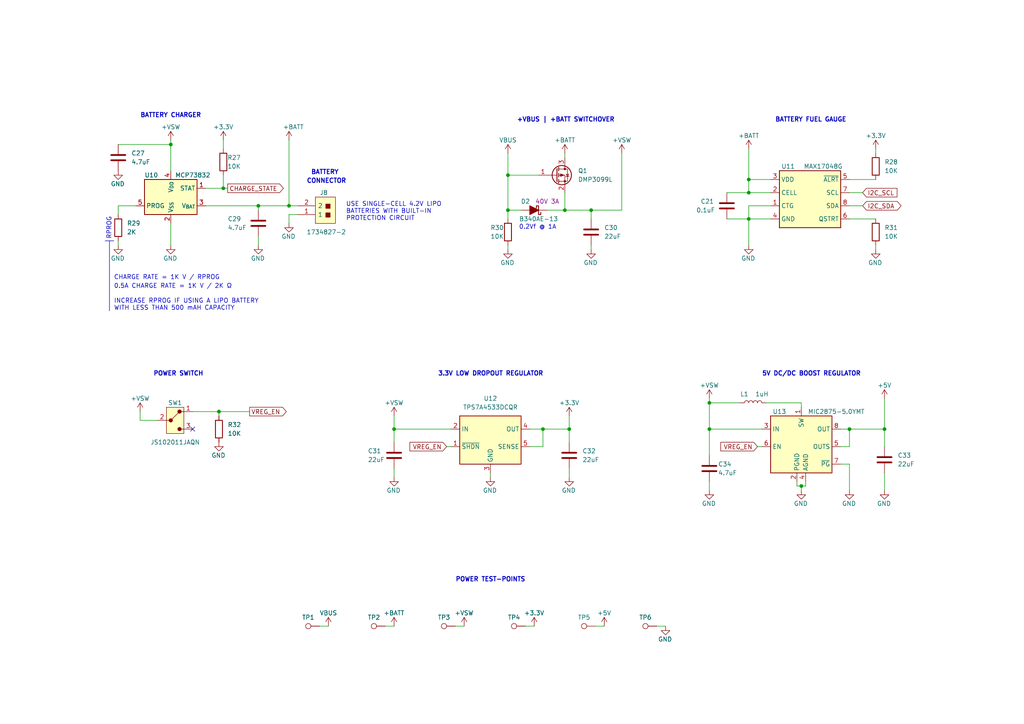
<source format=kicad_sch>
(kicad_sch (version 20230121) (generator eeschema)

  (uuid 9d0c03a8-81dd-4105-8ea1-313d7ad1172e)

  (paper "A4")

  (title_block
    (title "Tulip CC / Power")
  )

  (lib_symbols
    (symbol "power:+3.3V" (power) (pin_names (offset 0)) (in_bom yes) (on_board yes)
      (property "Reference" "#PWR" (at 0 -3.81 0)
        (effects (font (size 1.27 1.27)) hide)
      )
      (property "Value" "+3.3V" (at 0 3.556 0)
        (effects (font (size 1.27 1.27)))
      )
      (property "Footprint" "" (at 0 0 0)
        (effects (font (size 1.27 1.27)) hide)
      )
      (property "Datasheet" "" (at 0 0 0)
        (effects (font (size 1.27 1.27)) hide)
      )
      (property "ki_keywords" "global power" (at 0 0 0)
        (effects (font (size 1.27 1.27)) hide)
      )
      (property "ki_description" "Power symbol creates a global label with name \"+3.3V\"" (at 0 0 0)
        (effects (font (size 1.27 1.27)) hide)
      )
      (symbol "+3.3V_0_1"
        (polyline
          (pts
            (xy -0.762 1.27)
            (xy 0 2.54)
          )
          (stroke (width 0) (type default))
          (fill (type none))
        )
        (polyline
          (pts
            (xy 0 0)
            (xy 0 2.54)
          )
          (stroke (width 0) (type default))
          (fill (type none))
        )
        (polyline
          (pts
            (xy 0 2.54)
            (xy 0.762 1.27)
          )
          (stroke (width 0) (type default))
          (fill (type none))
        )
      )
      (symbol "+3.3V_1_1"
        (pin power_in line (at 0 0 90) (length 0) hide
          (name "+3.3V" (effects (font (size 1.27 1.27))))
          (number "1" (effects (font (size 1.27 1.27))))
        )
      )
    )
    (symbol "power:+5V" (power) (pin_names (offset 0)) (in_bom yes) (on_board yes)
      (property "Reference" "#PWR" (at 0 -3.81 0)
        (effects (font (size 1.27 1.27)) hide)
      )
      (property "Value" "+5V" (at 0 3.556 0)
        (effects (font (size 1.27 1.27)))
      )
      (property "Footprint" "" (at 0 0 0)
        (effects (font (size 1.27 1.27)) hide)
      )
      (property "Datasheet" "" (at 0 0 0)
        (effects (font (size 1.27 1.27)) hide)
      )
      (property "ki_keywords" "global power" (at 0 0 0)
        (effects (font (size 1.27 1.27)) hide)
      )
      (property "ki_description" "Power symbol creates a global label with name \"+5V\"" (at 0 0 0)
        (effects (font (size 1.27 1.27)) hide)
      )
      (symbol "+5V_0_1"
        (polyline
          (pts
            (xy -0.762 1.27)
            (xy 0 2.54)
          )
          (stroke (width 0) (type default))
          (fill (type none))
        )
        (polyline
          (pts
            (xy 0 0)
            (xy 0 2.54)
          )
          (stroke (width 0) (type default))
          (fill (type none))
        )
        (polyline
          (pts
            (xy 0 2.54)
            (xy 0.762 1.27)
          )
          (stroke (width 0) (type default))
          (fill (type none))
        )
      )
      (symbol "+5V_1_1"
        (pin power_in line (at 0 0 90) (length 0) hide
          (name "+5V" (effects (font (size 1.27 1.27))))
          (number "1" (effects (font (size 1.27 1.27))))
        )
      )
    )
    (symbol "power:+BATT" (power) (pin_names (offset 0)) (in_bom yes) (on_board yes)
      (property "Reference" "#PWR" (at 0 -3.81 0)
        (effects (font (size 1.27 1.27)) hide)
      )
      (property "Value" "+BATT" (at 0 3.556 0)
        (effects (font (size 1.27 1.27)))
      )
      (property "Footprint" "" (at 0 0 0)
        (effects (font (size 1.27 1.27)) hide)
      )
      (property "Datasheet" "" (at 0 0 0)
        (effects (font (size 1.27 1.27)) hide)
      )
      (property "ki_keywords" "global power battery" (at 0 0 0)
        (effects (font (size 1.27 1.27)) hide)
      )
      (property "ki_description" "Power symbol creates a global label with name \"+BATT\"" (at 0 0 0)
        (effects (font (size 1.27 1.27)) hide)
      )
      (symbol "+BATT_0_1"
        (polyline
          (pts
            (xy -0.762 1.27)
            (xy 0 2.54)
          )
          (stroke (width 0) (type default))
          (fill (type none))
        )
        (polyline
          (pts
            (xy 0 0)
            (xy 0 2.54)
          )
          (stroke (width 0) (type default))
          (fill (type none))
        )
        (polyline
          (pts
            (xy 0 2.54)
            (xy 0.762 1.27)
          )
          (stroke (width 0) (type default))
          (fill (type none))
        )
      )
      (symbol "+BATT_1_1"
        (pin power_in line (at 0 0 90) (length 0) hide
          (name "+BATT" (effects (font (size 1.27 1.27))))
          (number "1" (effects (font (size 1.27 1.27))))
        )
      )
    )
    (symbol "power:+VSW" (power) (pin_names (offset 0)) (in_bom yes) (on_board yes)
      (property "Reference" "#PWR" (at 0 -3.81 0)
        (effects (font (size 1.27 1.27)) hide)
      )
      (property "Value" "+VSW" (at 0 3.556 0)
        (effects (font (size 1.27 1.27)))
      )
      (property "Footprint" "" (at 0 0 0)
        (effects (font (size 1.27 1.27)) hide)
      )
      (property "Datasheet" "" (at 0 0 0)
        (effects (font (size 1.27 1.27)) hide)
      )
      (property "ki_keywords" "global power" (at 0 0 0)
        (effects (font (size 1.27 1.27)) hide)
      )
      (property "ki_description" "Power symbol creates a global label with name \"+VSW\"" (at 0 0 0)
        (effects (font (size 1.27 1.27)) hide)
      )
      (symbol "+VSW_0_1"
        (polyline
          (pts
            (xy -0.762 1.27)
            (xy 0 2.54)
          )
          (stroke (width 0) (type default))
          (fill (type none))
        )
        (polyline
          (pts
            (xy 0 0)
            (xy 0 2.54)
          )
          (stroke (width 0) (type default))
          (fill (type none))
        )
        (polyline
          (pts
            (xy 0 2.54)
            (xy 0.762 1.27)
          )
          (stroke (width 0) (type default))
          (fill (type none))
        )
      )
      (symbol "+VSW_1_1"
        (pin power_in line (at 0 0 90) (length 0) hide
          (name "+VSW" (effects (font (size 1.27 1.27))))
          (number "1" (effects (font (size 1.27 1.27))))
        )
      )
    )
    (symbol "power:GND" (power) (pin_names (offset 0)) (in_bom yes) (on_board yes)
      (property "Reference" "#PWR" (at 0 -6.35 0)
        (effects (font (size 1.27 1.27)) hide)
      )
      (property "Value" "GND" (at 0 -3.81 0)
        (effects (font (size 1.27 1.27)))
      )
      (property "Footprint" "" (at 0 0 0)
        (effects (font (size 1.27 1.27)) hide)
      )
      (property "Datasheet" "" (at 0 0 0)
        (effects (font (size 1.27 1.27)) hide)
      )
      (property "ki_keywords" "global power" (at 0 0 0)
        (effects (font (size 1.27 1.27)) hide)
      )
      (property "ki_description" "Power symbol creates a global label with name \"GND\" , ground" (at 0 0 0)
        (effects (font (size 1.27 1.27)) hide)
      )
      (symbol "GND_0_1"
        (polyline
          (pts
            (xy 0 0)
            (xy 0 -1.27)
            (xy 1.27 -1.27)
            (xy 0 -2.54)
            (xy -1.27 -1.27)
            (xy 0 -1.27)
          )
          (stroke (width 0) (type default))
          (fill (type none))
        )
      )
      (symbol "GND_1_1"
        (pin power_in line (at 0 0 270) (length 0) hide
          (name "GND" (effects (font (size 1.27 1.27))))
          (number "1" (effects (font (size 1.27 1.27))))
        )
      )
    )
    (symbol "power:VBUS" (power) (pin_names (offset 0)) (in_bom yes) (on_board yes)
      (property "Reference" "#PWR" (at 0 -3.81 0)
        (effects (font (size 1.27 1.27)) hide)
      )
      (property "Value" "VBUS" (at 0 3.81 0)
        (effects (font (size 1.27 1.27)))
      )
      (property "Footprint" "" (at 0 0 0)
        (effects (font (size 1.27 1.27)) hide)
      )
      (property "Datasheet" "" (at 0 0 0)
        (effects (font (size 1.27 1.27)) hide)
      )
      (property "ki_keywords" "global power" (at 0 0 0)
        (effects (font (size 1.27 1.27)) hide)
      )
      (property "ki_description" "Power symbol creates a global label with name \"VBUS\"" (at 0 0 0)
        (effects (font (size 1.27 1.27)) hide)
      )
      (symbol "VBUS_0_1"
        (polyline
          (pts
            (xy -0.762 1.27)
            (xy 0 2.54)
          )
          (stroke (width 0) (type default))
          (fill (type none))
        )
        (polyline
          (pts
            (xy 0 0)
            (xy 0 2.54)
          )
          (stroke (width 0) (type default))
          (fill (type none))
        )
        (polyline
          (pts
            (xy 0 2.54)
            (xy 0.762 1.27)
          )
          (stroke (width 0) (type default))
          (fill (type none))
        )
      )
      (symbol "VBUS_1_1"
        (pin power_in line (at 0 0 90) (length 0) hide
          (name "VBUS" (effects (font (size 1.27 1.27))))
          (number "1" (effects (font (size 1.27 1.27))))
        )
      )
    )
    (symbol "tulipcc_symbol_lib:CAP_0805_0.1UF" (pin_numbers hide) (pin_names (offset 0.254)) (in_bom yes) (on_board yes)
      (property "Reference" "C" (at 0.635 2.54 0)
        (effects (font (size 1.27 1.27)) (justify left))
      )
      (property "Value" "0.1uF" (at 0.635 -2.54 0)
        (effects (font (size 1.27 1.27)) (justify left))
      )
      (property "Footprint" "tulipcc_footprint_lib:C_0805_2012" (at 1.27 -15.24 0)
        (effects (font (size 1.27 1.27)) hide)
      )
      (property "Datasheet" "https://www.mouser.com/datasheet/2/212/KEM_C1002_X7R_SMD-1102033.pdf" (at 1.27 -11.43 0)
        (effects (font (size 1.27 1.27)) hide)
      )
      (property "Manufacturer" "Kemet" (at 0 -20.32 0)
        (effects (font (size 1.27 1.27)) hide)
      )
      (property "Part #" "C0805C104K5RAC7411" (at 0 -22.86 0)
        (effects (font (size 1.27 1.27)) hide)
      )
      (property "Supplier 1" "Mouser" (at 0 -26.67 0)
        (effects (font (size 1.27 1.27)) hide)
      )
      (property "Supplier 1 #" "80-C0805C104K5RACLR" (at 0 -29.21 0)
        (effects (font (size 1.27 1.27)) hide)
      )
      (property "Supplier 2" "DigiKey" (at 0 -33.02 0)
        (effects (font (size 1.27 1.27)) hide)
      )
      (property "Supplier 2 #" "399-C0805C104K5RAC7800CT-ND " (at 2.54 -35.56 0)
        (effects (font (size 1.27 1.27)) hide)
      )
      (property "ki_keywords" "cap capacitor" (at 0 0 0)
        (effects (font (size 1.27 1.27)) hide)
      )
      (property "ki_description" "Capacitor 0805" (at 0 0 0)
        (effects (font (size 1.27 1.27)) hide)
      )
      (property "ki_fp_filters" "C_*" (at 0 0 0)
        (effects (font (size 1.27 1.27)) hide)
      )
      (symbol "CAP_0805_0.1UF_0_1"
        (polyline
          (pts
            (xy -2.032 -0.762)
            (xy 2.032 -0.762)
          )
          (stroke (width 0.508) (type default))
          (fill (type none))
        )
        (polyline
          (pts
            (xy -2.032 0.762)
            (xy 2.032 0.762)
          )
          (stroke (width 0.508) (type default))
          (fill (type none))
        )
      )
      (symbol "CAP_0805_0.1UF_1_1"
        (pin passive line (at 0 3.81 270) (length 2.794)
          (name "~" (effects (font (size 1.27 1.27))))
          (number "1" (effects (font (size 1.27 1.27))))
        )
        (pin passive line (at 0 -3.81 90) (length 2.794)
          (name "~" (effects (font (size 1.27 1.27))))
          (number "2" (effects (font (size 1.27 1.27))))
        )
      )
    )
    (symbol "tulipcc_symbol_lib:CAP_0805_4.7UF" (pin_numbers hide) (pin_names (offset 0.254)) (in_bom yes) (on_board yes)
      (property "Reference" "C" (at 0.635 2.54 0)
        (effects (font (size 1.27 1.27)) (justify left))
      )
      (property "Value" "4.7uF" (at 0.635 -2.54 0)
        (effects (font (size 1.27 1.27)) (justify left))
      )
      (property "Footprint" "tulipcc_footprint_lib:C_0805_2012" (at 1.27 -15.24 0)
        (effects (font (size 1.27 1.27)) hide)
      )
      (property "Datasheet" "https://www.mouser.com/datasheet/2/212/KEM_C1002_X7R_SMD-1102033.pdf" (at 1.27 -11.43 0)
        (effects (font (size 1.27 1.27)) hide)
      )
      (property "Manufacturer" "Kemet" (at 0 -20.32 0)
        (effects (font (size 1.27 1.27)) hide)
      )
      (property "Part #" "C0805C475K3RACTU" (at 0 -22.86 0)
        (effects (font (size 1.27 1.27)) hide)
      )
      (property "Supplier 1" "Mouser" (at 0 -26.67 0)
        (effects (font (size 1.27 1.27)) hide)
      )
      (property "Supplier 1 #" "80-C0805C475K3RACTU" (at 0 -29.21 0)
        (effects (font (size 1.27 1.27)) hide)
      )
      (property "Supplier 2" "DigiKey" (at 0 -33.02 0)
        (effects (font (size 1.27 1.27)) hide)
      )
      (property "Supplier 2 #" "399-C0805C475K3RAC7800CT-ND" (at 2.54 -35.56 0)
        (effects (font (size 1.27 1.27)) hide)
      )
      (property "ki_keywords" "cap capacitor" (at 0 0 0)
        (effects (font (size 1.27 1.27)) hide)
      )
      (property "ki_description" "Capacitor 0805" (at 0 0 0)
        (effects (font (size 1.27 1.27)) hide)
      )
      (property "ki_fp_filters" "C_*" (at 0 0 0)
        (effects (font (size 1.27 1.27)) hide)
      )
      (symbol "CAP_0805_4.7UF_0_1"
        (polyline
          (pts
            (xy -2.032 -0.762)
            (xy 2.032 -0.762)
          )
          (stroke (width 0.508) (type default))
          (fill (type none))
        )
        (polyline
          (pts
            (xy -2.032 0.762)
            (xy 2.032 0.762)
          )
          (stroke (width 0.508) (type default))
          (fill (type none))
        )
      )
      (symbol "CAP_0805_4.7UF_1_1"
        (pin passive line (at 0 3.81 270) (length 2.794)
          (name "~" (effects (font (size 1.27 1.27))))
          (number "1" (effects (font (size 1.27 1.27))))
        )
        (pin passive line (at 0 -3.81 90) (length 2.794)
          (name "~" (effects (font (size 1.27 1.27))))
          (number "2" (effects (font (size 1.27 1.27))))
        )
      )
    )
    (symbol "tulipcc_symbol_lib:CAP_1210_22UF" (pin_numbers hide) (pin_names (offset 0.254)) (in_bom yes) (on_board yes)
      (property "Reference" "C" (at 0.635 2.54 0)
        (effects (font (size 1.27 1.27)) (justify left))
      )
      (property "Value" "22uF" (at 0.635 -2.54 0)
        (effects (font (size 1.27 1.27)) (justify left))
      )
      (property "Footprint" "tulipcc_footprint_lib:C_1210_3225" (at 1.27 -15.24 0)
        (effects (font (size 1.27 1.27)) hide)
      )
      (property "Datasheet" "https://www.mouser.com/datasheet/2/212/KEM_C1002_X7R_SMD-1102033.pdf" (at 1.27 -11.43 0)
        (effects (font (size 1.27 1.27)) hide)
      )
      (property "Rating" "16V" (at 2.54 -5.08 0)
        (effects (font (size 1.27 1.27)) hide)
      )
      (property "Manufacturer" "Kemet" (at 0 -20.32 0)
        (effects (font (size 1.27 1.27)) hide)
      )
      (property "Part #" "C1210C226M4RAC7210" (at 0 -22.86 0)
        (effects (font (size 1.27 1.27)) hide)
      )
      (property "Supplier 1" "Mouser" (at 0 -26.67 0)
        (effects (font (size 1.27 1.27)) hide)
      )
      (property "Supplier 1 #" "80-C1210C226M4RACLR" (at 0 -29.21 0)
        (effects (font (size 1.27 1.27)) hide)
      )
      (property "Supplier 2" "DigiKey" (at 0 -33.02 0)
        (effects (font (size 1.27 1.27)) hide)
      )
      (property "Supplier 2 #" "399-C1210C226M4RAC7210CT-ND" (at 1.27 -35.56 0)
        (effects (font (size 1.27 1.27)) hide)
      )
      (property "ki_keywords" "cap capacitor" (at 0 0 0)
        (effects (font (size 1.27 1.27)) hide)
      )
      (property "ki_description" "Capacitor 0805" (at 0 0 0)
        (effects (font (size 1.27 1.27)) hide)
      )
      (property "ki_fp_filters" "C_*" (at 0 0 0)
        (effects (font (size 1.27 1.27)) hide)
      )
      (symbol "CAP_1210_22UF_0_1"
        (polyline
          (pts
            (xy -2.032 -0.762)
            (xy 2.032 -0.762)
          )
          (stroke (width 0.508) (type default))
          (fill (type none))
        )
        (polyline
          (pts
            (xy -2.032 0.762)
            (xy 2.032 0.762)
          )
          (stroke (width 0.508) (type default))
          (fill (type none))
        )
      )
      (symbol "CAP_1210_22UF_1_1"
        (pin passive line (at 0 3.81 270) (length 2.794)
          (name "~" (effects (font (size 1.27 1.27))))
          (number "1" (effects (font (size 1.27 1.27))))
        )
        (pin passive line (at 0 -3.81 90) (length 2.794)
          (name "~" (effects (font (size 1.27 1.27))))
          (number "2" (effects (font (size 1.27 1.27))))
        )
      )
    )
    (symbol "tulipcc_symbol_lib:CON_TE_1734827-2" (pin_names (offset 0.762)) (in_bom yes) (on_board yes)
      (property "Reference" "J" (at -1.27 5.08 0)
        (effects (font (size 1.27 1.27)) (justify left))
      )
      (property "Value" "1734827-2" (at 2.54 5.08 0)
        (effects (font (size 1.27 1.27)) (justify left))
      )
      (property "Footprint" "tulipcc_footprint_lib:TE_17348272" (at -12.7 -6.35 0)
        (effects (font (size 1.27 1.27)) (justify left) hide)
      )
      (property "Datasheet" "https://www.mouser.com/datasheet/2/418/7/ENG_CD_1734827_B-2017297.pdf" (at -39.37 -10.16 0)
        (effects (font (size 1.27 1.27)) (justify left) hide)
      )
      (property "Manufacturer" "TE" (at 0 -16.51 0)
        (effects (font (size 1.27 1.27)) hide)
      )
      (property "Part #" "1734827-2" (at 0 -19.05 0)
        (effects (font (size 1.27 1.27)) hide)
      )
      (property "Supplier 1" "Mouser" (at 0 -24.13 0)
        (effects (font (size 1.27 1.27)) hide)
      )
      (property "Supplier 1 #" "571-1734827-2" (at 0 -26.67 0)
        (effects (font (size 1.27 1.27)) hide)
      )
      (property "Supplier 2" "DigiKey" (at 0 -31.75 0)
        (effects (font (size 1.27 1.27)) hide)
      )
      (property "Supplier 2 #" "455-S2B-PH-SM4-TBCT-ND" (at 0 -34.29 0)
        (effects (font (size 1.27 1.27)) hide)
      )
      (property "ki_description" "PCB Mount Header, Right Angle, Wire-to-Board, 2 Position, .079 in [2 mm] Centerline, Fully Shrouded, Nickel, Surface Mount, Signal, Natural" (at 0 0 0)
        (effects (font (size 1.27 1.27)) hide)
      )
      (symbol "CON_TE_1734827-2_0_0"
        (pin passive line (at 10.16 1.27 180) (length 5.08)
          (name "1" (effects (font (size 1.27 1.27))))
          (number "1" (effects (font (size 1.27 1.27))))
        )
        (pin passive line (at 10.16 -1.27 180) (length 5.08)
          (name "2" (effects (font (size 1.27 1.27))))
          (number "2" (effects (font (size 1.27 1.27))))
        )
      )
      (symbol "CON_TE_1734827-2_0_1"
        (polyline
          (pts
            (xy -0.762 3.81)
            (xy 5.08 3.81)
            (xy 5.08 -3.81)
            (xy -0.762 -3.81)
            (xy -0.762 3.81)
          )
          (stroke (width 0.1524) (type solid))
          (fill (type background))
        )
        (rectangle (start 0.762 -0.508) (end 2.032 -1.778)
          (stroke (width 0) (type default))
          (fill (type outline))
        )
        (rectangle (start 0.762 2.032) (end 2.032 0.762)
          (stroke (width 0) (type default))
          (fill (type outline))
        )
      )
    )
    (symbol "tulipcc_symbol_lib:DIODE_SCHTK_B340AE-13" (pin_numbers hide) (pin_names (offset 1.016) hide) (in_bom yes) (on_board yes)
      (property "Reference" "D" (at 0 2.54 0)
        (effects (font (size 1.27 1.27)))
      )
      (property "Value" "B340AE-13" (at 0 -2.54 0)
        (effects (font (size 1.27 1.27)))
      )
      (property "Footprint" "tulipcc_footprint_lib:D_SMA" (at 0 -7.62 0)
        (effects (font (size 1.27 1.27)) hide)
      )
      (property "Datasheet" "https://www.diodes.com/assets/Datasheets/B320AE/B340AE.pdf" (at 1.27 -5.08 0)
        (effects (font (size 1.27 1.27)) hide)
      )
      (property "Rating" "40V 3A" (at 11.43 -2.54 0)
        (effects (font (size 1.27 1.27)))
      )
      (property "Manufacturer" "Diodes Inc" (at 0 -12.7 0)
        (effects (font (size 1.27 1.27)) hide)
      )
      (property "Part #" "B340AE-13" (at 0 -15.24 0)
        (effects (font (size 1.27 1.27)) hide)
      )
      (property "Supplier 1" "Mouser" (at 0 -19.05 0)
        (effects (font (size 1.27 1.27)) hide)
      )
      (property "Supplier 1 #" "621-B340AE-13" (at 0 -21.59 0)
        (effects (font (size 1.27 1.27)) hide)
      )
      (property "Supplier 2" "DigiKey" (at 0 -25.4 0)
        (effects (font (size 1.27 1.27)) hide)
      )
      (property "Supplier 2 #" "B340AE-13DICT-ND" (at 0 -27.94 0)
        (effects (font (size 1.27 1.27)) hide)
      )
      (property "ki_keywords" "diode Schottky" (at 0 0 0)
        (effects (font (size 1.27 1.27)) hide)
      )
      (property "ki_description" "Schottky diode" (at 0 0 0)
        (effects (font (size 1.27 1.27)) hide)
      )
      (property "ki_fp_filters" "TO-???* *_Diode_* *SingleDiode* D_*" (at 0 0 0)
        (effects (font (size 1.27 1.27)) hide)
      )
      (symbol "DIODE_SCHTK_B340AE-13_0_1"
        (polyline
          (pts
            (xy 1.27 0)
            (xy -1.27 0)
          )
          (stroke (width 0) (type default))
          (fill (type none))
        )
        (polyline
          (pts
            (xy 1.27 1.27)
            (xy 1.27 -1.27)
            (xy -1.27 0)
            (xy 1.27 1.27)
          )
          (stroke (width 0.254) (type default))
          (fill (type outline))
        )
        (polyline
          (pts
            (xy -1.905 0.635)
            (xy -1.905 1.27)
            (xy -1.27 1.27)
            (xy -1.27 -1.27)
            (xy -0.635 -1.27)
            (xy -0.635 -0.635)
          )
          (stroke (width 0.254) (type default))
          (fill (type none))
        )
      )
      (symbol "DIODE_SCHTK_B340AE-13_1_1"
        (pin passive line (at -3.81 0 0) (length 2.54)
          (name "K" (effects (font (size 1.27 1.27))))
          (number "1" (effects (font (size 1.27 1.27))))
        )
        (pin passive line (at 3.81 0 180) (length 2.54)
          (name "A" (effects (font (size 1.27 1.27))))
          (number "2" (effects (font (size 1.27 1.27))))
        )
      )
    )
    (symbol "tulipcc_symbol_lib:IND_1UH_4.3A_IFSC1515AHER1R0M01" (pin_numbers hide) (pin_names (offset 1.016) hide) (in_bom yes) (on_board yes)
      (property "Reference" "L" (at -2.54 2.54 0)
        (effects (font (size 1.27 1.27)))
      )
      (property "Value" "1uH" (at 2.54 2.54 0)
        (effects (font (size 1.27 1.27)))
      )
      (property "Footprint" "tulipcc_footprint_lib:IND_VD_IFSC-1515AH-01" (at 0 -7.62 0)
        (effects (font (size 1.27 1.27)) hide)
      )
      (property "Datasheet" "https://www.vishay.com/docs/34295/sc15ah01.pdf" (at 0 -5.08 0)
        (effects (font (size 1.27 1.27)) hide)
      )
      (property "Manufacturer" "Vishay Dale" (at 0 -12.7 0)
        (effects (font (size 1.27 1.27)) hide)
      )
      (property "Rating" "3.8A 25mR " (at 1.27 -2.54 0)
        (effects (font (size 1.27 1.27)))
      )
      (property "Part #" "IFSC1515AHER1R0M01" (at 0 -15.24 0)
        (effects (font (size 1.27 1.27)) hide)
      )
      (property "Supplier 1" "Mouser" (at 0 -19.05 0)
        (effects (font (size 1.27 1.27)) hide)
      )
      (property "Supplier 1 #" "70-IFSC1515AHER1R0M0" (at 0 -21.59 0)
        (effects (font (size 1.27 1.27)) hide)
      )
      (property "Supplier 2" "DigiKey" (at 0 -25.4 0)
        (effects (font (size 1.27 1.27)) hide)
      )
      (property "Supplier 2 #" "541-1403-1-ND" (at 0 -27.94 0)
        (effects (font (size 1.27 1.27)) hide)
      )
      (property "ki_keywords" "inductor choke coil reactor magnetic" (at 0 0 0)
        (effects (font (size 1.27 1.27)) hide)
      )
      (property "ki_description" "Inductor" (at 0 0 0)
        (effects (font (size 1.27 1.27)) hide)
      )
      (property "ki_fp_filters" "Choke_* *Coil* Inductor_* L_*" (at 0 0 0)
        (effects (font (size 1.27 1.27)) hide)
      )
      (symbol "IND_1UH_4.3A_IFSC1515AHER1R0M01_0_1"
        (arc (start -1.27 0) (mid -1.905 0.6323) (end -2.54 0)
          (stroke (width 0) (type default))
          (fill (type none))
        )
        (arc (start 0 0) (mid -0.635 0.6323) (end -1.27 0)
          (stroke (width 0) (type default))
          (fill (type none))
        )
        (arc (start 1.27 0) (mid 0.635 0.6323) (end 0 0)
          (stroke (width 0) (type default))
          (fill (type none))
        )
        (arc (start 2.54 0) (mid 1.905 0.6323) (end 1.27 0)
          (stroke (width 0) (type default))
          (fill (type none))
        )
      )
      (symbol "IND_1UH_4.3A_IFSC1515AHER1R0M01_1_1"
        (pin passive line (at -3.81 0 0) (length 1.27)
          (name "1" (effects (font (size 1.27 1.27))))
          (number "1" (effects (font (size 1.27 1.27))))
        )
        (pin passive line (at 3.81 0 180) (length 1.27)
          (name "2" (effects (font (size 1.27 1.27))))
          (number "2" (effects (font (size 1.27 1.27))))
        )
      )
    )
    (symbol "tulipcc_symbol_lib:MAX17048G+T10" (in_bom yes) (on_board yes)
      (property "Reference" "U" (at -7.62 11.43 0)
        (effects (font (size 1.27 1.27)))
      )
      (property "Value" "MAX17048G" (at 0 -7.62 0)
        (effects (font (size 1.27 1.27)))
      )
      (property "Footprint" "tulipcc_footprint_lib:TDFN-8-1EP_2x2mm_P0.5mm_EP0.8x1.2mm" (at 0 -17.78 0)
        (effects (font (size 1.27 1.27) italic) hide)
      )
      (property "Datasheet" "https://www.mouser.com/datasheet/2/609/MAX17048_MAX17049-3126952.pdf" (at 0 -15.24 0)
        (effects (font (size 1.27 1.27)) hide)
      )
      (property "Manufacturer" "Analog Devices" (at 0 -22.86 0)
        (effects (font (size 1.27 1.27)) hide)
      )
      (property "Part #" "MAX17048G+T10" (at 0 -25.4 0)
        (effects (font (size 1.27 1.27)) hide)
      )
      (property "Supplier 1" "Mouser" (at 0 -29.21 0)
        (effects (font (size 1.27 1.27)) hide)
      )
      (property "Supplier 1 #" "700-MAX17048G+T10" (at 0 -31.75 0)
        (effects (font (size 1.27 1.27)) hide)
      )
      (property "Supplier 2" "DigiKey" (at 0 -35.56 0)
        (effects (font (size 1.27 1.27)) hide)
      )
      (property "Supplier 2 #" "MAX17048G+T10CT-ND" (at 1.27 -38.1 0)
        (effects (font (size 1.27 1.27)) hide)
      )
      (property "ki_keywords" "audio amplifier headphone" (at 0 0 0)
        (effects (font (size 1.27 1.27)) hide)
      )
      (property "ki_description" "150-mW Stereo Audio Power Amplifier, HVSSOP" (at 0 0 0)
        (effects (font (size 1.27 1.27)) hide)
      )
      (property "ki_fp_filters" "HVSSOP*3x3mm*P0.65mm*" (at 0 0 0)
        (effects (font (size 1.27 1.27)) hide)
      )
      (symbol "MAX17048G+T10_0_1"
        (rectangle (start -8.89 10.16) (end 8.89 -6.35)
          (stroke (width 0.254) (type default))
          (fill (type background))
        )
      )
      (symbol "MAX17048G+T10_1_1"
        (pin passive line (at -11.43 0 0) (length 2.54)
          (name "CTG" (effects (font (size 1.27 1.27))))
          (number "1" (effects (font (size 1.27 1.27))))
        )
        (pin power_in line (at -11.43 3.81 0) (length 2.54)
          (name "CELL" (effects (font (size 1.27 1.27))))
          (number "2" (effects (font (size 1.27 1.27))))
        )
        (pin input line (at -11.43 7.62 0) (length 2.54)
          (name "VDD" (effects (font (size 1.27 1.27))))
          (number "3" (effects (font (size 1.27 1.27))))
        )
        (pin passive line (at -11.43 -3.81 0) (length 2.54)
          (name "GND" (effects (font (size 1.27 1.27))))
          (number "4" (effects (font (size 1.27 1.27))))
        )
        (pin output line (at 11.43 7.62 180) (length 2.54)
          (name "~{ALRT}" (effects (font (size 1.27 1.27))))
          (number "5" (effects (font (size 1.27 1.27))))
        )
        (pin input line (at 11.43 -3.81 180) (length 2.54)
          (name "QSTRT" (effects (font (size 1.27 1.27))))
          (number "6" (effects (font (size 1.27 1.27))))
        )
        (pin input line (at 11.43 3.81 180) (length 2.54)
          (name "SCL" (effects (font (size 1.27 1.27))))
          (number "7" (effects (font (size 1.27 1.27))))
        )
        (pin input line (at 11.43 0 180) (length 2.54)
          (name "SDA" (effects (font (size 1.27 1.27))))
          (number "8" (effects (font (size 1.27 1.27))))
        )
        (pin passive line (at -11.43 -3.81 0) (length 2.54) hide
          (name "GND" (effects (font (size 1.27 1.27))))
          (number "9" (effects (font (size 1.27 1.27))))
        )
      )
    )
    (symbol "tulipcc_symbol_lib:MCP73832" (in_bom yes) (on_board yes)
      (property "Reference" "U" (at -7.62 6.35 0)
        (effects (font (size 1.27 1.27)) (justify left))
      )
      (property "Value" "MCP73832" (at 1.27 6.35 0)
        (effects (font (size 1.27 1.27)) (justify left))
      )
      (property "Footprint" "tulipcc_footprint_lib:SOT-23-5" (at 1.27 -6.35 0)
        (effects (font (size 1.27 1.27) italic) (justify left) hide)
      )
      (property "Datasheet" "http://ww1.microchip.com/downloads/en/DeviceDoc/20001984g.pdf" (at 2.54 -19.05 0)
        (effects (font (size 1.27 1.27)) hide)
      )
      (property "Manufacturer" "Microchip" (at 0 -24.13 0)
        (effects (font (size 1.27 1.27)) hide)
      )
      (property "Part #" "MCP73832T-2ACI/OT" (at 1.27 -26.67 0)
        (effects (font (size 1.27 1.27)) hide)
      )
      (property "Supplier 1" "Mouser" (at 0 -30.48 0)
        (effects (font (size 1.27 1.27)) hide)
      )
      (property "Supplier 1 #" "579-MCP73832T-2ACIOT" (at 1.27 -33.02 0)
        (effects (font (size 1.27 1.27)) hide)
      )
      (property "Supplier 2" "DigiKey" (at 0 -36.83 0)
        (effects (font (size 1.27 1.27)) hide)
      )
      (property "Supplier 2 #" "MCP73832T-2ACI/OTCT-ND " (at 1.27 -39.37 0)
        (effects (font (size 1.27 1.27)) hide)
      )
      (property "ki_keywords" "battery charger lithium" (at 0 0 0)
        (effects (font (size 1.27 1.27)) hide)
      )
      (property "ki_description" "Single cell, Li-Ion/Li-Po charge management controller, 4.20V, Tri-State Status Output, in SOT23-5 package" (at 0 0 0)
        (effects (font (size 1.27 1.27)) hide)
      )
      (property "ki_fp_filters" "SOT?23*" (at 0 0 0)
        (effects (font (size 1.27 1.27)) hide)
      )
      (symbol "MCP73832_0_1"
        (rectangle (start -7.62 5.08) (end 7.62 -5.08)
          (stroke (width 0.254) (type default))
          (fill (type background))
        )
      )
      (symbol "MCP73832_1_1"
        (pin output line (at 10.16 2.54 180) (length 2.54)
          (name "STAT" (effects (font (size 1.27 1.27))))
          (number "1" (effects (font (size 1.27 1.27))))
        )
        (pin power_in line (at 0 -7.62 90) (length 2.54)
          (name "V_{SS}" (effects (font (size 1.27 1.27))))
          (number "2" (effects (font (size 1.27 1.27))))
        )
        (pin power_out line (at 10.16 -2.54 180) (length 2.54)
          (name "V_{BAT}" (effects (font (size 1.27 1.27))))
          (number "3" (effects (font (size 1.27 1.27))))
        )
        (pin power_in line (at 0 7.62 270) (length 2.54)
          (name "V_{DD}" (effects (font (size 1.27 1.27))))
          (number "4" (effects (font (size 1.27 1.27))))
        )
        (pin input line (at -10.16 -2.54 0) (length 2.54)
          (name "PROG" (effects (font (size 1.27 1.27))))
          (number "5" (effects (font (size 1.27 1.27))))
        )
      )
    )
    (symbol "tulipcc_symbol_lib:MIC2875-5.0YMT-T5" (in_bom yes) (on_board yes)
      (property "Reference" "U" (at -7.62 11.43 0)
        (effects (font (size 1.27 1.27)))
      )
      (property "Value" "MIC2875-5.0YMT" (at 17.78 -8.89 0)
        (effects (font (size 1.27 1.27)))
      )
      (property "Footprint" "tulipcc_footprint_lib:UDFN-8-1EP_2x2mm_P0.5mm_EP0.7x1.3mm_1" (at 0 -17.78 0)
        (effects (font (size 1.27 1.27) italic) hide)
      )
      (property "Datasheet" "https://www.mouser.com/datasheet/2/268/MIC2875_4_8A_ISW_Synchronous_Boost_Regulator_with_-3002587.pdf" (at 0 -15.24 0)
        (effects (font (size 1.27 1.27)) hide)
      )
      (property "Manufacturer" "Microchip" (at 0 -22.86 0)
        (effects (font (size 1.27 1.27)) hide)
      )
      (property "Part #" "MIC2875-5.0YMT" (at 0 -25.4 0)
        (effects (font (size 1.27 1.27)) hide)
      )
      (property "Supplier 1" "Mouser" (at 0 -29.21 0)
        (effects (font (size 1.27 1.27)) hide)
      )
      (property "Supplier 1 #" "998-MIC2875-50YMTT5" (at 0 -31.75 0)
        (effects (font (size 1.27 1.27)) hide)
      )
      (property "Supplier 2" "Microchip" (at 0 -35.56 0)
        (effects (font (size 1.27 1.27)) hide)
      )
      (property "Supplier 2 #" "MIC2875-5.0YMT-TR" (at 1.27 -38.1 0)
        (effects (font (size 1.27 1.27)) hide)
      )
      (property "ki_description" "DC/DC Boost Regulator, Fixed 5V Output" (at 0 0 0)
        (effects (font (size 1.27 1.27)) hide)
      )
      (property "ki_fp_filters" "HVSSOP*3x3mm*P0.65mm*" (at 0 0 0)
        (effects (font (size 1.27 1.27)) hide)
      )
      (symbol "MIC2875-5.0YMT-T5_0_1"
        (rectangle (start -8.89 10.16) (end 8.89 -6.35)
          (stroke (width 0.254) (type default))
          (fill (type background))
        )
      )
      (symbol "MIC2875-5.0YMT-T5_1_1"
        (pin passive line (at 0 12.7 270) (length 2.54)
          (name "SW" (effects (font (size 1.27 1.27))))
          (number "1" (effects (font (size 1.27 1.27))))
        )
        (pin passive line (at -1.27 -8.89 90) (length 2.54)
          (name "PGND" (effects (font (size 1.27 1.27))))
          (number "2" (effects (font (size 1.27 1.27))))
        )
        (pin power_in line (at -11.43 6.35 0) (length 2.54)
          (name "IN" (effects (font (size 1.27 1.27))))
          (number "3" (effects (font (size 1.27 1.27))))
        )
        (pin passive line (at 1.27 -8.89 90) (length 2.54)
          (name "AGND" (effects (font (size 1.27 1.27))))
          (number "4" (effects (font (size 1.27 1.27))))
        )
        (pin passive line (at 11.43 1.27 180) (length 2.54)
          (name "OUTS" (effects (font (size 1.27 1.27))))
          (number "5" (effects (font (size 1.27 1.27))))
        )
        (pin input line (at -11.43 1.27 0) (length 2.54)
          (name "EN" (effects (font (size 1.27 1.27))))
          (number "6" (effects (font (size 1.27 1.27))))
        )
        (pin input line (at 11.43 -3.81 180) (length 2.54)
          (name "~{PG}" (effects (font (size 1.27 1.27))))
          (number "7" (effects (font (size 1.27 1.27))))
        )
        (pin power_out line (at 11.43 6.35 180) (length 2.54)
          (name "OUT" (effects (font (size 1.27 1.27))))
          (number "8" (effects (font (size 1.27 1.27))))
        )
        (pin passive line (at 1.27 -8.89 90) (length 2.54) hide
          (name "AGND" (effects (font (size 1.27 1.27))))
          (number "9" (effects (font (size 1.27 1.27))))
        )
      )
    )
    (symbol "tulipcc_symbol_lib:PMOS_DMP3099L" (pin_names (offset 0) hide) (in_bom yes) (on_board yes)
      (property "Reference" "Q" (at 5.08 1.27 0)
        (effects (font (size 1.27 1.27)) (justify left))
      )
      (property "Value" "DMP3099L" (at 5.08 -1.27 0)
        (effects (font (size 1.27 1.27)) (justify left))
      )
      (property "Footprint" "tulipcc_footprint_lib:SOT-23-3" (at 6.35 -12.7 0)
        (effects (font (size 1.27 1.27)) hide)
      )
      (property "Datasheet" "https://www.diodes.com/assets/Datasheets/DMP3099L.pdf" (at -1.27 -15.24 0)
        (effects (font (size 1.27 1.27)) hide)
      )
      (property "Manufacturer" "Diodes Inc" (at 0 -19.05 0)
        (effects (font (size 1.27 1.27)) hide)
      )
      (property "Part #" "DMP3099L-13" (at 0 -21.59 0)
        (effects (font (size 1.27 1.27)) hide)
      )
      (property "Supplier 1" "Mouser" (at 0 -25.4 0)
        (effects (font (size 1.27 1.27)) hide)
      )
      (property "Supplier 1 #" "621-DMP3099L-13" (at 0 -27.94 0)
        (effects (font (size 1.27 1.27)) hide)
      )
      (property "Supplier 2" "DigiKey" (at 0 -31.75 0)
        (effects (font (size 1.27 1.27)) hide)
      )
      (property "Supplier 2 #" "DMP3099L-13DICT-ND" (at 0 -34.29 0)
        (effects (font (size 1.27 1.27)) hide)
      )
      (property "ki_keywords" "transistor PMOS P-MOS P-MOSFET" (at 0 0 0)
        (effects (font (size 1.27 1.27)) hide)
      )
      (property "ki_description" "P-MOSFET transistor, drain/source/gate" (at 0 0 0)
        (effects (font (size 1.27 1.27)) hide)
      )
      (symbol "PMOS_DMP3099L_0_1"
        (polyline
          (pts
            (xy 0.254 0)
            (xy -2.54 0)
          )
          (stroke (width 0) (type default))
          (fill (type none))
        )
        (polyline
          (pts
            (xy 0.254 1.905)
            (xy 0.254 -1.905)
          )
          (stroke (width 0.254) (type default))
          (fill (type none))
        )
        (polyline
          (pts
            (xy 0.762 -1.27)
            (xy 0.762 -2.286)
          )
          (stroke (width 0.254) (type default))
          (fill (type none))
        )
        (polyline
          (pts
            (xy 0.762 0.508)
            (xy 0.762 -0.508)
          )
          (stroke (width 0.254) (type default))
          (fill (type none))
        )
        (polyline
          (pts
            (xy 0.762 2.286)
            (xy 0.762 1.27)
          )
          (stroke (width 0.254) (type default))
          (fill (type none))
        )
        (polyline
          (pts
            (xy 2.54 2.54)
            (xy 2.54 1.778)
          )
          (stroke (width 0) (type default))
          (fill (type none))
        )
        (polyline
          (pts
            (xy 2.54 -2.54)
            (xy 2.54 0)
            (xy 0.762 0)
          )
          (stroke (width 0) (type default))
          (fill (type none))
        )
        (polyline
          (pts
            (xy 0.762 1.778)
            (xy 3.302 1.778)
            (xy 3.302 -1.778)
            (xy 0.762 -1.778)
          )
          (stroke (width 0) (type default))
          (fill (type none))
        )
        (polyline
          (pts
            (xy 2.286 0)
            (xy 1.27 0.381)
            (xy 1.27 -0.381)
            (xy 2.286 0)
          )
          (stroke (width 0) (type default))
          (fill (type outline))
        )
        (polyline
          (pts
            (xy 2.794 -0.508)
            (xy 2.921 -0.381)
            (xy 3.683 -0.381)
            (xy 3.81 -0.254)
          )
          (stroke (width 0) (type default))
          (fill (type none))
        )
        (polyline
          (pts
            (xy 3.302 -0.381)
            (xy 2.921 0.254)
            (xy 3.683 0.254)
            (xy 3.302 -0.381)
          )
          (stroke (width 0) (type default))
          (fill (type none))
        )
        (circle (center 1.651 0) (radius 2.794)
          (stroke (width 0.254) (type default))
          (fill (type none))
        )
        (circle (center 2.54 -1.778) (radius 0.254)
          (stroke (width 0) (type default))
          (fill (type outline))
        )
        (circle (center 2.54 1.778) (radius 0.254)
          (stroke (width 0) (type default))
          (fill (type outline))
        )
      )
      (symbol "PMOS_DMP3099L_1_1"
        (pin input line (at -5.08 0 0) (length 2.54)
          (name "G" (effects (font (size 1.27 1.27))))
          (number "1" (effects (font (size 1.27 1.27))))
        )
        (pin passive line (at 2.54 -5.08 90) (length 2.54)
          (name "S" (effects (font (size 1.27 1.27))))
          (number "2" (effects (font (size 1.27 1.27))))
        )
        (pin passive line (at 2.54 5.08 270) (length 2.54)
          (name "D" (effects (font (size 1.27 1.27))))
          (number "3" (effects (font (size 1.27 1.27))))
        )
      )
    )
    (symbol "tulipcc_symbol_lib:RES_0805_10K" (pin_numbers hide) (pin_names (offset 0)) (in_bom yes) (on_board yes)
      (property "Reference" "R" (at 0 2.032 0)
        (effects (font (size 1.27 1.27)))
      )
      (property "Value" "10K" (at 0 -2.54 0)
        (effects (font (size 1.27 1.27)))
      )
      (property "Footprint" "tulipcc_footprint_lib:R_0805_2012" (at 0 -6.35 0)
        (effects (font (size 1.27 1.27)) hide)
      )
      (property "Datasheet" "https://www.mouser.com/datasheet/2/54/cr-1858361.pdf" (at -1.27 -3.81 0)
        (effects (font (size 1.27 1.27)) hide)
      )
      (property "Manufacturer" "Bourns" (at 0 -11.43 0)
        (effects (font (size 1.27 1.27)) hide)
      )
      (property "Part #" "CR0805-FX-1002ELF" (at 0 -13.97 0)
        (effects (font (size 1.27 1.27)) hide)
      )
      (property "Supplier 1" "Mouser" (at 0 -16.51 0)
        (effects (font (size 1.27 1.27)) hide)
      )
      (property "Supplier 1 #" "652-CR0805FX-1002ELF" (at 0 -19.05 0)
        (effects (font (size 1.27 1.27)) hide)
      )
      (property "Supplier 2" "DigiKey" (at 0 -21.59 0)
        (effects (font (size 1.27 1.27)) hide)
      )
      (property "Supplier 2 #" "CR0805-FX-1002ELFCT-ND" (at 0 -24.13 0)
        (effects (font (size 1.27 1.27)) hide)
      )
      (property "ki_keywords" "R res resistor" (at 0 0 0)
        (effects (font (size 1.27 1.27)) hide)
      )
      (property "ki_description" "Resistor 0805" (at 0 0 0)
        (effects (font (size 1.27 1.27)) hide)
      )
      (property "ki_fp_filters" "R_*" (at 0 0 0)
        (effects (font (size 1.27 1.27)) hide)
      )
      (symbol "RES_0805_10K_0_1"
        (rectangle (start 2.54 -1.016) (end -2.54 1.016)
          (stroke (width 0.254) (type default))
          (fill (type none))
        )
      )
      (symbol "RES_0805_10K_1_1"
        (pin passive line (at -3.81 0 0) (length 1.27)
          (name "~" (effects (font (size 1.27 1.27))))
          (number "1" (effects (font (size 1.27 1.27))))
        )
        (pin passive line (at 3.81 0 180) (length 1.27)
          (name "~" (effects (font (size 1.27 1.27))))
          (number "2" (effects (font (size 1.27 1.27))))
        )
      )
    )
    (symbol "tulipcc_symbol_lib:RES_0805_2K" (pin_numbers hide) (pin_names (offset 0)) (in_bom yes) (on_board yes)
      (property "Reference" "R" (at 0 2.032 0)
        (effects (font (size 1.27 1.27)))
      )
      (property "Value" "2K" (at 0 -2.54 0)
        (effects (font (size 1.27 1.27)))
      )
      (property "Footprint" "tulipcc_footprint_lib:R_0805_2012" (at 0 -6.35 0)
        (effects (font (size 1.27 1.27)) hide)
      )
      (property "Datasheet" "https://www.mouser.com/datasheet/2/54/cr-1858361.pdf" (at -1.27 -3.81 0)
        (effects (font (size 1.27 1.27)) hide)
      )
      (property "Manufacturer" "Bourns" (at 0 -11.43 0)
        (effects (font (size 1.27 1.27)) hide)
      )
      (property "Part #" "CR0805-FX-2001ELF" (at 0 -13.97 0)
        (effects (font (size 1.27 1.27)) hide)
      )
      (property "Supplier 1" "Mouser" (at 0 -16.51 0)
        (effects (font (size 1.27 1.27)) hide)
      )
      (property "Supplier 1 #" "652-CR0805FX-2001ELF" (at 0 -19.05 0)
        (effects (font (size 1.27 1.27)) hide)
      )
      (property "Supplier 2" "DigiKey" (at 0 -21.59 0)
        (effects (font (size 1.27 1.27)) hide)
      )
      (property "Supplier 2 #" "CR0805-FX-2001ELFCT-ND" (at 0 -24.13 0)
        (effects (font (size 1.27 1.27)) hide)
      )
      (property "ki_keywords" "R res resistor" (at 0 0 0)
        (effects (font (size 1.27 1.27)) hide)
      )
      (property "ki_description" "Resistor 0805" (at 0 0 0)
        (effects (font (size 1.27 1.27)) hide)
      )
      (property "ki_fp_filters" "R_*" (at 0 0 0)
        (effects (font (size 1.27 1.27)) hide)
      )
      (symbol "RES_0805_2K_0_1"
        (rectangle (start 2.54 -1.016) (end -2.54 1.016)
          (stroke (width 0.254) (type default))
          (fill (type none))
        )
      )
      (symbol "RES_0805_2K_1_1"
        (pin passive line (at -3.81 0 0) (length 1.27)
          (name "~" (effects (font (size 1.27 1.27))))
          (number "1" (effects (font (size 1.27 1.27))))
        )
        (pin passive line (at 3.81 0 180) (length 1.27)
          (name "~" (effects (font (size 1.27 1.27))))
          (number "2" (effects (font (size 1.27 1.27))))
        )
      )
    )
    (symbol "tulipcc_symbol_lib:SWI_SPDT_JS102011JAQN" (in_bom yes) (on_board yes)
      (property "Reference" "SW" (at -1.27 6.35 0)
        (effects (font (size 1.27 1.27)))
      )
      (property "Value" "JS102011JAQN" (at 0 -3.81 0)
        (effects (font (size 1.27 1.27)))
      )
      (property "Footprint" "tulipcc_footprint_lib:CK_JS102011JAQN" (at 0 0 0)
        (effects (font (size 1.27 1.27)) hide)
      )
      (property "Datasheet" "https://www.ckswitches.com/media/1422/js.pdf" (at 0 -7.62 0)
        (effects (font (size 1.27 1.27)) hide)
      )
      (property "Manufacturer" "C&K" (at 0 -11.43 0)
        (effects (font (size 1.27 1.27)) hide)
      )
      (property "Part #" "JS102011JAQN" (at 0 -13.97 0)
        (effects (font (size 1.27 1.27)) hide)
      )
      (property "Supplier 1" "Mouser" (at 0 -17.78 0)
        (effects (font (size 1.27 1.27)) hide)
      )
      (property "Supplier 1 #" "611-JS102011JAQN" (at 0 -20.32 0)
        (effects (font (size 1.27 1.27)) hide)
      )
      (property "Supplier 2" "DigiKey" (at 0 -24.13 0)
        (effects (font (size 1.27 1.27)) hide)
      )
      (property "Supplier 2 #" "CKN10720CT-ND" (at 0 -26.67 0)
        (effects (font (size 1.27 1.27)) hide)
      )
      (property "ki_description" "Slide switch SMD, right angle, single pole dual throw" (at 0 0 0)
        (effects (font (size 1.27 1.27)) hide)
      )
      (symbol "SWI_SPDT_JS102011JAQN_0_1"
        (rectangle (start -2.54 1.27) (end -1.778 1.27)
          (stroke (width 0) (type default))
          (fill (type none))
        )
        (rectangle (start -2.54 5.08) (end 2.54 -2.54)
          (stroke (width 0) (type default))
          (fill (type background))
        )
        (circle (center -1.27 1.27) (radius 0.508)
          (stroke (width 0) (type default))
          (fill (type outline))
        )
        (polyline
          (pts
            (xy -0.889 1.651)
            (xy 0.889 3.429)
          )
          (stroke (width 0) (type default))
          (fill (type none))
        )
        (circle (center 1.27 -1.27) (radius 0.508)
          (stroke (width 0) (type default))
          (fill (type outline))
        )
        (circle (center 1.27 3.81) (radius 0.508)
          (stroke (width 0) (type default))
          (fill (type outline))
        )
        (rectangle (start 1.778 -1.27) (end 2.54 -1.27)
          (stroke (width 0) (type default))
          (fill (type none))
        )
        (rectangle (start 1.778 3.81) (end 2.54 3.81)
          (stroke (width 0) (type default))
          (fill (type none))
        )
      )
      (symbol "SWI_SPDT_JS102011JAQN_1_1"
        (pin passive line (at 5.08 3.81 180) (length 2.54)
          (name "" (effects (font (size 1.27 1.27))))
          (number "1" (effects (font (size 1.27 1.27))))
        )
        (pin passive line (at -5.08 1.27 0) (length 2.54)
          (name "" (effects (font (size 1.27 1.27))))
          (number "2" (effects (font (size 1.27 1.27))))
        )
        (pin passive line (at 5.08 -1.27 180) (length 2.54)
          (name "" (effects (font (size 1.27 1.27))))
          (number "3" (effects (font (size 1.27 1.27))))
        )
      )
    )
    (symbol "tulipcc_symbol_lib:TEST_POINT" (pin_numbers hide) (pin_names (offset 0.762) hide) (in_bom yes) (on_board yes)
      (property "Reference" "TP" (at 0 6.858 0)
        (effects (font (size 1.27 1.27)))
      )
      (property "Value" "PCB Test Point" (at 0 5.08 0)
        (effects (font (size 1.27 1.27)) hide)
      )
      (property "Footprint" "tulipcc_footprint_lib:TEST_POINT" (at 0 -6.35 0)
        (effects (font (size 1.27 1.27)) hide)
      )
      (property "Datasheet" "~" (at 0 -13.97 0)
        (effects (font (size 1.27 1.27)) hide)
      )
      (property "Part #" "N/A" (at 0 -11.43 0)
        (effects (font (size 1.27 1.27)) hide)
      )
      (property "Manufacturer" "PCB Feature" (at 0 -8.89 0)
        (effects (font (size 1.27 1.27)) hide)
      )
      (property "ki_keywords" "test point tp" (at 0 0 0)
        (effects (font (size 1.27 1.27)) hide)
      )
      (property "ki_description" "test point" (at 0 0 0)
        (effects (font (size 1.27 1.27)) hide)
      )
      (property "ki_fp_filters" "Pin* Test*" (at 0 0 0)
        (effects (font (size 1.27 1.27)) hide)
      )
      (symbol "TEST_POINT_0_1"
        (circle (center 0 3.302) (radius 0.762)
          (stroke (width 0) (type default))
          (fill (type none))
        )
      )
      (symbol "TEST_POINT_1_1"
        (pin passive line (at 0 0 90) (length 2.54)
          (name "1" (effects (font (size 1.27 1.27))))
          (number "1" (effects (font (size 1.27 1.27))))
        )
      )
    )
    (symbol "tulipcc_symbol_lib:VREG_TPS7A4533DCQR" (in_bom yes) (on_board yes)
      (property "Reference" "U" (at -7.62 10.16 0)
        (effects (font (size 1.27 1.27)))
      )
      (property "Value" "TPS7A4533DCQR" (at 0 7.62 0)
        (effects (font (size 1.27 1.27)))
      )
      (property "Footprint" "tulipcc_footprint_lib:SOT-223-6" (at 0 -21.59 0)
        (effects (font (size 1.27 1.27)) hide)
      )
      (property "Datasheet" "https://www.ti.com/lit/ds/symlink/tps7a45.pdf" (at 1.27 -24.13 0)
        (effects (font (size 1.27 1.27)) hide)
      )
      (property "Manufacturer" "TI" (at 0 -27.94 0)
        (effects (font (size 1.27 1.27)) hide)
      )
      (property "Part #" "TPS7A4533DCQR" (at 0 -30.48 0)
        (effects (font (size 1.27 1.27)) hide)
      )
      (property "Supplier 1" "Mouser" (at 0 -34.29 0)
        (effects (font (size 1.27 1.27)) hide)
      )
      (property "Supplier 1 #" "595-TPS7A4533DCQR" (at 0 -36.83 0)
        (effects (font (size 1.27 1.27)) hide)
      )
      (property "Supplier 2" "DigiKey" (at 0 -40.64 0)
        (effects (font (size 1.27 1.27)) hide)
      )
      (property "Supplier 2 #" "296-37002-1-ND" (at 0 -43.18 0)
        (effects (font (size 1.27 1.27)) hide)
      )
      (property "ki_description" "LDO Voltage Regulator 3.3V Fixed Low-Noise Fast-Trans Resp 1.5A" (at 0 0 0)
        (effects (font (size 1.27 1.27)) hide)
      )
      (symbol "VREG_TPS7A4533DCQR_0_1"
        (rectangle (start -8.89 6.35) (end 8.89 -7.62)
          (stroke (width 0.254) (type default))
          (fill (type background))
        )
      )
      (symbol "VREG_TPS7A4533DCQR_1_1"
        (pin input line (at -11.43 -2.54 0) (length 2.54)
          (name "~{SHDN}" (effects (font (size 1.27 1.27))))
          (number "1" (effects (font (size 1.27 1.27))))
        )
        (pin power_in line (at -11.43 2.54 0) (length 2.54)
          (name "IN" (effects (font (size 1.27 1.27))))
          (number "2" (effects (font (size 1.27 1.27))))
        )
        (pin power_in line (at 0 -10.16 90) (length 2.54)
          (name "GND" (effects (font (size 1.27 1.27))))
          (number "3" (effects (font (size 1.27 1.27))))
        )
        (pin power_out line (at 11.43 2.54 180) (length 2.54)
          (name "OUT" (effects (font (size 1.27 1.27))))
          (number "4" (effects (font (size 1.27 1.27))))
        )
        (pin power_out line (at 11.43 -2.54 180) (length 2.54)
          (name "SENSE" (effects (font (size 1.27 1.27))))
          (number "5" (effects (font (size 1.27 1.27))))
        )
        (pin power_in line (at 0 -10.16 90) (length 2.54) hide
          (name "GND" (effects (font (size 1.27 1.27))))
          (number "6" (effects (font (size 1.27 1.27))))
        )
      )
    )
  )

  (junction (at 147.32 60.96) (diameter 0) (color 0 0 0 0)
    (uuid 17b33a81-78e8-424a-b1ee-8d8edcb6683f)
  )
  (junction (at 64.77 54.61) (diameter 0) (color 0 0 0 0)
    (uuid 1e12881e-bed5-46e0-b188-2f4bf81e2c7c)
  )
  (junction (at 83.82 59.69) (diameter 0) (color 0 0 0 0)
    (uuid 40a08192-4e87-4071-8fe1-a9cfdab34851)
  )
  (junction (at 217.17 63.5) (diameter 0) (color 0 0 0 0)
    (uuid 4bbf673b-065f-4fd9-bd4f-210aabbefdf3)
  )
  (junction (at 256.54 124.46) (diameter 0) (color 0 0 0 0)
    (uuid 5b5d58c8-a4c0-4275-9487-9564f3bbcb28)
  )
  (junction (at 217.17 52.07) (diameter 0) (color 0 0 0 0)
    (uuid 68f139c4-7c55-484d-a435-1ba0ee117314)
  )
  (junction (at 74.93 59.69) (diameter 0) (color 0 0 0 0)
    (uuid 7aa22161-2505-46a1-a94b-cda3c5dba7cd)
  )
  (junction (at 114.3 124.46) (diameter 0) (color 0 0 0 0)
    (uuid 837890fb-fc59-4a4b-ad6d-bb6fb0697e26)
  )
  (junction (at 205.74 116.84) (diameter 0) (color 0 0 0 0)
    (uuid 86942739-412b-432b-907e-ea82df623ba8)
  )
  (junction (at 246.38 124.46) (diameter 0) (color 0 0 0 0)
    (uuid 86e777a0-1b52-48e2-a6f5-8cc3446b63cb)
  )
  (junction (at 157.48 124.46) (diameter 0) (color 0 0 0 0)
    (uuid 92046951-efb5-4307-8af6-12efc3777043)
  )
  (junction (at 147.32 50.8) (diameter 0) (color 0 0 0 0)
    (uuid 9779286f-cf82-4c13-aa24-b81ed17d965f)
  )
  (junction (at 63.5 119.38) (diameter 0) (color 0 0 0 0)
    (uuid 9c87c344-0373-42cf-8953-a6a85cc50c49)
  )
  (junction (at 163.83 60.96) (diameter 0) (color 0 0 0 0)
    (uuid ac5690b8-5dfc-4ca7-8d94-cf47806a5cf8)
  )
  (junction (at 217.17 55.88) (diameter 0) (color 0 0 0 0)
    (uuid ac5fb2cd-f6a0-4460-9a42-6991552471e1)
  )
  (junction (at 171.45 60.96) (diameter 0) (color 0 0 0 0)
    (uuid b3c5a010-84ec-4d64-a9d4-a492dedf2c68)
  )
  (junction (at 205.74 124.46) (diameter 0) (color 0 0 0 0)
    (uuid bd28683b-5cde-4b01-9ff7-7673fe1aef7f)
  )
  (junction (at 49.53 41.91) (diameter 0) (color 0 0 0 0)
    (uuid c57e8294-8c42-4342-97fb-06be3219fbaa)
  )
  (junction (at 165.1 124.46) (diameter 0) (color 0 0 0 0)
    (uuid f32f5171-0aed-430c-92b9-eaac91594f6b)
  )
  (junction (at 232.41 140.97) (diameter 0) (color 0 0 0 0)
    (uuid f9663834-aea2-4da3-a807-8151da00c3d6)
  )

  (no_connect (at 55.88 124.46) (uuid 883f9b28-4e14-4c14-b266-6548be6758fc))

  (wire (pts (xy 180.34 44.45) (xy 180.34 60.96))
    (stroke (width 0) (type default))
    (uuid 08a79125-f84b-4b80-b295-b7992cf70607)
  )
  (wire (pts (xy 217.17 63.5) (xy 217.17 71.12))
    (stroke (width 0) (type default))
    (uuid 09a11c07-7264-4015-b505-cafd00973ac2)
  )
  (wire (pts (xy 171.45 60.96) (xy 171.45 63.5))
    (stroke (width 0) (type default))
    (uuid 0d410cea-5975-440f-9337-a06555f191b5)
  )
  (wire (pts (xy 205.74 115.57) (xy 205.74 116.84))
    (stroke (width 0) (type default))
    (uuid 0f5d4e0b-ae18-425e-bef6-2633141e2da0)
  )
  (wire (pts (xy 246.38 134.62) (xy 246.38 142.24))
    (stroke (width 0) (type default))
    (uuid 10b96fba-a005-4a5a-afae-7af574f75336)
  )
  (wire (pts (xy 147.32 71.12) (xy 147.32 72.39))
    (stroke (width 0) (type default))
    (uuid 17affb00-0fdb-41e2-b778-982a3e19975d)
  )
  (wire (pts (xy 233.68 139.7) (xy 233.68 140.97))
    (stroke (width 0) (type default))
    (uuid 192af6d3-54d7-4220-a2c4-8813f4a3a359)
  )
  (wire (pts (xy 147.32 60.96) (xy 147.32 63.5))
    (stroke (width 0) (type default))
    (uuid 192edc58-cb65-4db0-83b5-03ec9d7a7337)
  )
  (wire (pts (xy 40.64 121.92) (xy 45.72 121.92))
    (stroke (width 0) (type default))
    (uuid 1e246c15-ec9c-41e6-9a11-085db0d8d2ff)
  )
  (wire (pts (xy 63.5 119.38) (xy 63.5 120.65))
    (stroke (width 0) (type default))
    (uuid 256c223f-f9ca-4764-8f97-a6846499f623)
  )
  (wire (pts (xy 217.17 63.5) (xy 223.52 63.5))
    (stroke (width 0) (type default))
    (uuid 27751ef0-bc34-4345-96e5-b32f8732d9f0)
  )
  (wire (pts (xy 153.67 124.46) (xy 157.48 124.46))
    (stroke (width 0) (type default))
    (uuid 2b2ad9fb-40f2-4b55-8e90-3ce98af267fa)
  )
  (wire (pts (xy 152.4 181.61) (xy 154.94 181.61))
    (stroke (width 0) (type default))
    (uuid 398517de-f0df-490c-b5e5-23a6e4f52a26)
  )
  (wire (pts (xy 256.54 129.54) (xy 256.54 124.46))
    (stroke (width 0) (type default))
    (uuid 3bff6367-3fc7-434f-9593-2b20c0c37f3d)
  )
  (wire (pts (xy 114.3 135.89) (xy 114.3 138.43))
    (stroke (width 0) (type default))
    (uuid 3ef64b15-0b53-4e3f-b1b8-45ad979e7aac)
  )
  (wire (pts (xy 246.38 55.88) (xy 250.19 55.88))
    (stroke (width 0) (type default))
    (uuid 41647658-7c98-4d59-b30f-84f7279b030e)
  )
  (wire (pts (xy 231.14 140.97) (xy 232.41 140.97))
    (stroke (width 0) (type default))
    (uuid 474dcf5c-ec0a-4e8d-9e0c-969febc2bbe4)
  )
  (wire (pts (xy 132.08 181.61) (xy 134.62 181.61))
    (stroke (width 0) (type default))
    (uuid 480ca0ab-1d6b-4a04-bc0d-20a9b71f5666)
  )
  (wire (pts (xy 210.82 63.5) (xy 217.17 63.5))
    (stroke (width 0) (type default))
    (uuid 49ce1298-296c-4b18-9996-bed071673584)
  )
  (wire (pts (xy 34.29 41.91) (xy 49.53 41.91))
    (stroke (width 0) (type default))
    (uuid 50ccc578-3245-49f8-9ab4-d2dc73f18768)
  )
  (wire (pts (xy 74.93 59.69) (xy 74.93 60.96))
    (stroke (width 0) (type default))
    (uuid 51835b68-526c-4d09-8f22-e4b294c1ade2)
  )
  (wire (pts (xy 246.38 63.5) (xy 254 63.5))
    (stroke (width 0) (type default))
    (uuid 525e8f3a-6cdf-450f-ad4f-fab470158295)
  )
  (wire (pts (xy 157.48 124.46) (xy 165.1 124.46))
    (stroke (width 0) (type default))
    (uuid 58472a01-c692-45d3-9c6d-a369cdba8b34)
  )
  (wire (pts (xy 142.24 137.16) (xy 142.24 138.43))
    (stroke (width 0) (type default))
    (uuid 5cc69b52-5f55-4528-b70a-c57800978f17)
  )
  (wire (pts (xy 246.38 124.46) (xy 243.84 124.46))
    (stroke (width 0) (type default))
    (uuid 641bb436-e0f9-45a5-b5d7-cf7bf74a1924)
  )
  (wire (pts (xy 49.53 40.64) (xy 49.53 41.91))
    (stroke (width 0) (type default))
    (uuid 677b7114-8b7f-490c-a7db-43ffc530f042)
  )
  (wire (pts (xy 232.41 116.84) (xy 232.41 118.11))
    (stroke (width 0) (type default))
    (uuid 6882606f-dd54-4f83-b7f2-ae93c6892f88)
  )
  (wire (pts (xy 171.45 71.12) (xy 171.45 72.39))
    (stroke (width 0) (type default))
    (uuid 696b803e-3da8-4c84-a8ee-1cf2e48e413a)
  )
  (wire (pts (xy 210.82 55.88) (xy 217.17 55.88))
    (stroke (width 0) (type default))
    (uuid 6a94cad5-26c0-4ec4-96b7-b41e3877ab94)
  )
  (wire (pts (xy 83.82 62.23) (xy 83.82 64.77))
    (stroke (width 0) (type default))
    (uuid 6b967288-742b-4c05-910b-3696396b643a)
  )
  (wire (pts (xy 205.74 116.84) (xy 214.63 116.84))
    (stroke (width 0) (type default))
    (uuid 73136d03-0bc5-402d-bbd3-3743c46e3611)
  )
  (wire (pts (xy 153.67 129.54) (xy 157.48 129.54))
    (stroke (width 0) (type default))
    (uuid 7481b8d3-5029-41e1-b90d-d98be3da2c0c)
  )
  (wire (pts (xy 190.5 181.61) (xy 193.04 181.61))
    (stroke (width 0) (type default))
    (uuid 7c1a58cf-7f09-4832-b8c8-ea40bbc8b4fc)
  )
  (wire (pts (xy 219.71 129.54) (xy 220.98 129.54))
    (stroke (width 0) (type default))
    (uuid 7fa2bb34-35b6-4509-b801-d8c282f30609)
  )
  (wire (pts (xy 114.3 120.65) (xy 114.3 124.46))
    (stroke (width 0) (type default))
    (uuid 7fcce0bf-c765-4b32-9d22-d73c45c350e9)
  )
  (wire (pts (xy 129.54 129.54) (xy 130.81 129.54))
    (stroke (width 0) (type default))
    (uuid 80f4c234-282a-4d5a-87d0-f20bfead79c6)
  )
  (wire (pts (xy 64.77 54.61) (xy 66.04 54.61))
    (stroke (width 0) (type default))
    (uuid 82f2cff8-d6d2-4215-b54e-53db27d50c55)
  )
  (wire (pts (xy 256.54 115.57) (xy 256.54 124.46))
    (stroke (width 0) (type default))
    (uuid 8651a907-17fd-469c-82f1-f0a540cdd442)
  )
  (wire (pts (xy 59.69 54.61) (xy 64.77 54.61))
    (stroke (width 0) (type default))
    (uuid 875a66b4-fe1a-451f-935a-269cd7fed767)
  )
  (wire (pts (xy 64.77 43.18) (xy 64.77 40.64))
    (stroke (width 0) (type default))
    (uuid 8adb1ea5-9d70-4067-9a19-8f8f648760a2)
  )
  (wire (pts (xy 83.82 40.64) (xy 83.82 59.69))
    (stroke (width 0) (type default))
    (uuid 8bbbb9bd-21ac-4139-8772-1c74dbbd0e95)
  )
  (wire (pts (xy 254 44.45) (xy 254 43.18))
    (stroke (width 0) (type default))
    (uuid 8c28d20e-f537-4cab-9aa0-e793708bada3)
  )
  (wire (pts (xy 256.54 137.16) (xy 256.54 142.24))
    (stroke (width 0) (type default))
    (uuid 8d4580b0-04df-409a-9e74-0a63b985a6e4)
  )
  (wire (pts (xy 205.74 124.46) (xy 220.98 124.46))
    (stroke (width 0) (type default))
    (uuid 8d84d06d-9296-461e-b370-1cfa7af9933e)
  )
  (wire (pts (xy 114.3 124.46) (xy 130.81 124.46))
    (stroke (width 0) (type default))
    (uuid 8e7c30cd-2ce6-49ed-8006-5bcbf816dccf)
  )
  (wire (pts (xy 165.1 124.46) (xy 165.1 128.27))
    (stroke (width 0) (type default))
    (uuid 8e94c08e-06a5-45c8-a045-10b89a098a52)
  )
  (wire (pts (xy 40.64 119.38) (xy 40.64 121.92))
    (stroke (width 0) (type default))
    (uuid 923e1dcd-6445-4794-ba8c-05bae3387867)
  )
  (wire (pts (xy 114.3 124.46) (xy 114.3 128.27))
    (stroke (width 0) (type default))
    (uuid 93c9d7dd-5863-47d7-a083-8993091dda28)
  )
  (wire (pts (xy 163.83 55.88) (xy 163.83 60.96))
    (stroke (width 0) (type default))
    (uuid 96b47404-e2c7-49b8-b23b-5c6aefd60a24)
  )
  (wire (pts (xy 246.38 59.69) (xy 250.19 59.69))
    (stroke (width 0) (type default))
    (uuid 977335c1-badb-4b75-b86b-9ab936e9649d)
  )
  (wire (pts (xy 158.75 60.96) (xy 163.83 60.96))
    (stroke (width 0) (type default))
    (uuid 9935435b-1d11-4f88-8caa-9dad02d3557a)
  )
  (wire (pts (xy 254 71.12) (xy 254 72.39))
    (stroke (width 0) (type default))
    (uuid 9c2d83f3-8bf0-4467-adbd-59ec5b4d8141)
  )
  (wire (pts (xy 147.32 60.96) (xy 151.13 60.96))
    (stroke (width 0) (type default))
    (uuid 9fc3fdc0-6a44-41d7-b031-cfb56f18f7d5)
  )
  (wire (pts (xy 217.17 59.69) (xy 217.17 63.5))
    (stroke (width 0) (type default))
    (uuid a19b59c1-825f-4046-b7f9-01c9644b070f)
  )
  (wire (pts (xy 55.88 119.38) (xy 63.5 119.38))
    (stroke (width 0) (type default))
    (uuid a4caca4c-2632-4af6-92a4-9b51e28d336a)
  )
  (wire (pts (xy 163.83 44.45) (xy 163.83 45.72))
    (stroke (width 0) (type default))
    (uuid a85e4786-cb03-4e49-a9e7-c3aa2e9614ff)
  )
  (wire (pts (xy 231.14 139.7) (xy 231.14 140.97))
    (stroke (width 0) (type default))
    (uuid ac5b2d96-4fd4-4b22-9b6e-b342e6d7c4c6)
  )
  (wire (pts (xy 157.48 124.46) (xy 157.48 129.54))
    (stroke (width 0) (type default))
    (uuid aec95e76-76a7-4786-93d2-2ebeb259de99)
  )
  (wire (pts (xy 246.38 52.07) (xy 254 52.07))
    (stroke (width 0) (type default))
    (uuid b04c50b3-b3a0-4dfa-8cbd-bc98397032cc)
  )
  (wire (pts (xy 163.83 60.96) (xy 171.45 60.96))
    (stroke (width 0) (type default))
    (uuid b348e8eb-3c1a-41aa-a0fe-867e4189a8e0)
  )
  (wire (pts (xy 49.53 64.77) (xy 49.53 71.12))
    (stroke (width 0) (type default))
    (uuid b4aa1cd8-9ebe-4f30-9fad-d914004c90e3)
  )
  (wire (pts (xy 147.32 44.45) (xy 147.32 50.8))
    (stroke (width 0) (type default))
    (uuid b4be37bd-f8b7-42e5-b9cf-8eb3370ba073)
  )
  (wire (pts (xy 205.74 116.84) (xy 205.74 124.46))
    (stroke (width 0) (type default))
    (uuid b576f445-ed41-4d1d-a253-3a1f614b104e)
  )
  (wire (pts (xy 217.17 55.88) (xy 223.52 55.88))
    (stroke (width 0) (type default))
    (uuid b5ef5700-6a0f-451e-8272-1f49eef02f7c)
  )
  (wire (pts (xy 63.5 119.38) (xy 72.39 119.38))
    (stroke (width 0) (type default))
    (uuid b75ee325-cfe1-4610-9ec7-3f838a4c2f26)
  )
  (wire (pts (xy 171.45 60.96) (xy 180.34 60.96))
    (stroke (width 0) (type default))
    (uuid b841f638-093d-4ed0-a5ae-807e422091c2)
  )
  (wire (pts (xy 34.29 59.69) (xy 39.37 59.69))
    (stroke (width 0) (type default))
    (uuid ba0928f7-08db-412b-ad88-4fb9db463f6f)
  )
  (wire (pts (xy 165.1 135.89) (xy 165.1 138.43))
    (stroke (width 0) (type default))
    (uuid ba73a21c-21dd-415b-a542-bc02e340ceb6)
  )
  (wire (pts (xy 205.74 124.46) (xy 205.74 132.08))
    (stroke (width 0) (type default))
    (uuid baced3c9-02c4-4c69-8080-b9bed440bc7a)
  )
  (wire (pts (xy 34.29 59.69) (xy 34.29 62.23))
    (stroke (width 0) (type default))
    (uuid baeb65b4-8ef0-4d56-aeb5-1eda3e1bd66c)
  )
  (wire (pts (xy 92.71 181.61) (xy 95.25 181.61))
    (stroke (width 0) (type default))
    (uuid bfa767ee-2874-44d3-85ae-0fc521e1e72a)
  )
  (wire (pts (xy 83.82 59.69) (xy 86.36 59.69))
    (stroke (width 0) (type default))
    (uuid bfc6c483-ff6a-4920-805e-6f75e1b84d7c)
  )
  (wire (pts (xy 59.69 59.69) (xy 74.93 59.69))
    (stroke (width 0) (type default))
    (uuid c1064ad4-fcf4-40de-8198-bdccd8908973)
  )
  (wire (pts (xy 74.93 59.69) (xy 83.82 59.69))
    (stroke (width 0) (type default))
    (uuid c570de68-6e29-49e3-9045-2ea5b0fb8f74)
  )
  (wire (pts (xy 205.74 142.24) (xy 205.74 139.7))
    (stroke (width 0) (type default))
    (uuid c75935a8-eb4f-4704-a203-b88ef8f0dc94)
  )
  (wire (pts (xy 217.17 43.18) (xy 217.17 52.07))
    (stroke (width 0) (type default))
    (uuid c83f4446-a24e-4952-872e-92fd7cb7c988)
  )
  (wire (pts (xy 83.82 62.23) (xy 86.36 62.23))
    (stroke (width 0) (type default))
    (uuid cb80cb3d-e2ae-42c6-a29e-f0ee38708db7)
  )
  (wire (pts (xy 172.72 181.61) (xy 175.26 181.61))
    (stroke (width 0) (type default))
    (uuid ce5b0fe3-b53d-45ed-9699-afc5ee58a20f)
  )
  (wire (pts (xy 232.41 140.97) (xy 233.68 140.97))
    (stroke (width 0) (type default))
    (uuid ce7c5c0d-f933-4625-9a6e-cec6006cf7c3)
  )
  (wire (pts (xy 232.41 140.97) (xy 232.41 142.24))
    (stroke (width 0) (type default))
    (uuid d4095501-9fbe-4f4c-8432-084d8dea4307)
  )
  (wire (pts (xy 243.84 134.62) (xy 246.38 134.62))
    (stroke (width 0) (type default))
    (uuid d8773f44-3bfe-48f2-8558-1c1a51100149)
  )
  (wire (pts (xy 165.1 120.65) (xy 165.1 124.46))
    (stroke (width 0) (type default))
    (uuid d9f15b77-aa19-4b18-bf6c-e0fb457ab813)
  )
  (wire (pts (xy 147.32 50.8) (xy 147.32 60.96))
    (stroke (width 0) (type default))
    (uuid dd4c43be-e182-4f2e-86fe-86b4c547d9b7)
  )
  (wire (pts (xy 74.93 71.12) (xy 74.93 68.58))
    (stroke (width 0) (type default))
    (uuid e36f725b-5bec-4359-8dc7-3eddcb74528f)
  )
  (wire (pts (xy 246.38 124.46) (xy 256.54 124.46))
    (stroke (width 0) (type default))
    (uuid e4e4a515-757c-4987-a9af-873d1be48738)
  )
  (wire (pts (xy 49.53 41.91) (xy 49.53 49.53))
    (stroke (width 0) (type default))
    (uuid e54a6cb8-116c-4f53-b35c-dae4bb28b5df)
  )
  (wire (pts (xy 217.17 52.07) (xy 217.17 55.88))
    (stroke (width 0) (type default))
    (uuid e86b70ba-e896-4d13-a7b3-4b08792d0cbf)
  )
  (wire (pts (xy 246.38 129.54) (xy 246.38 124.46))
    (stroke (width 0) (type default))
    (uuid ec202e85-f994-47b2-8c6f-2668750c2c43)
  )
  (wire (pts (xy 147.32 50.8) (xy 156.21 50.8))
    (stroke (width 0) (type default))
    (uuid efc8c5ac-9513-413e-92d9-388ada26ac96)
  )
  (wire (pts (xy 217.17 59.69) (xy 223.52 59.69))
    (stroke (width 0) (type default))
    (uuid f79d7a7b-093d-45c3-81fd-208f3d6f619f)
  )
  (wire (pts (xy 64.77 50.8) (xy 64.77 54.61))
    (stroke (width 0) (type default))
    (uuid f85e0f88-8a4b-454b-a03b-a2fa26bdf689)
  )
  (wire (pts (xy 111.76 181.61) (xy 114.3 181.61))
    (stroke (width 0) (type default))
    (uuid f860c445-b237-4148-9583-e53c9e8dc35f)
  )
  (wire (pts (xy 217.17 52.07) (xy 223.52 52.07))
    (stroke (width 0) (type default))
    (uuid fb3581dc-ff52-4dea-ae1d-0e631a0f2560)
  )
  (wire (pts (xy 243.84 129.54) (xy 246.38 129.54))
    (stroke (width 0) (type default))
    (uuid fd26c50e-29dc-4513-8bd9-778f092b01ce)
  )
  (wire (pts (xy 34.29 69.85) (xy 34.29 71.12))
    (stroke (width 0) (type default))
    (uuid fe736e59-19f5-46a5-9849-ef0e7ef9f7ad)
  )
  (wire (pts (xy 222.25 116.84) (xy 232.41 116.84))
    (stroke (width 0) (type default))
    (uuid ff40f977-36c9-43f0-85ad-07c358e72cff)
  )

  (rectangle (start 30.48 69.85) (end 33.02 69.85)
    (stroke (width 0) (type default))
    (fill (type none))
    (uuid df7cc6b3-8aae-4aac-a4fd-3b57eb596a39)
  )
  (rectangle (start 31.75 69.85) (end 31.75 90.17)
    (stroke (width 0) (type default))
    (fill (type none))
    (uuid e545235b-9ea3-4a84-98c8-ea7edfd8ae33)
  )

  (text "BATTERY" (at 90.17 50.8 0)
    (effects (font (size 1.27 1.27) (thickness 0.254) bold) (justify left bottom))
    (uuid 07703415-7f5e-4bc5-a92b-643965bb1271)
  )
  (text "0.2Vf @ 1A" (at 150.495 66.675 0)
    (effects (font (size 1.27 1.27)) (justify left bottom))
    (uuid 1285d254-977e-4c84-903f-cd0d0c01d4f7)
  )
  (text "3.3V LOW DROPOUT REGULATOR" (at 127 109.22 0)
    (effects (font (size 1.27 1.27) (thickness 0.254) bold) (justify left bottom))
    (uuid 172f30f8-acea-4b0e-a0a3-76301d804563)
  )
  (text "RPROG\n" (at 32.385 62.865 90)
    (effects (font (size 1.27 1.27)) (justify right bottom))
    (uuid 32160fd5-6403-47d8-ab19-f3c4ae8947a4)
  )
  (text "BATTERY CHARGER" (at 40.64 34.29 0)
    (effects (font (size 1.27 1.27) (thickness 0.254) bold) (justify left bottom))
    (uuid 5d5f1ecd-fa11-4395-9177-ddad84cb91b3)
  )
  (text "+VBUS | +BATT SWITCHOVER" (at 149.86 35.56 0)
    (effects (font (size 1.27 1.27) (thickness 0.254) bold) (justify left bottom))
    (uuid 5e6a0018-2bde-47f9-a6cd-a7114e76747a)
  )
  (text "POWER TEST-POINTS\n" (at 132.08 168.91 0)
    (effects (font (size 1.27 1.27) (thickness 0.254) bold) (justify left bottom))
    (uuid 6aa68789-5060-4026-bbed-edbf85a7427b)
  )
  (text "BATTERY FUEL GAUGE" (at 224.79 35.56 0)
    (effects (font (size 1.27 1.27) (thickness 0.254) bold) (justify left bottom))
    (uuid 89db54bc-85d9-4a7f-b6d8-c2133447b094)
  )
  (text "INCREASE RPROG IF USING A LIPO BATTERY\nWITH LESS THAN 500 mAH CAPACITY"
    (at 33.02 90.17 0)
    (effects (font (size 1.27 1.27)) (justify left bottom))
    (uuid 8ba8e1a1-4f7d-4535-bc0e-f79093ac4e9e)
  )
  (text "USE SINGLE-CELL 4.2V LIPO \nBATTERIES WITH BUILT-IN \nPROTECTION CIRCUIT"
    (at 100.33 64.135 0)
    (effects (font (size 1.27 1.27)) (justify left bottom))
    (uuid 8fae3f66-a64d-43b5-8705-1d58b264ccc1)
  )
  (text "POWER SWITCH" (at 44.45 109.22 0)
    (effects (font (size 1.27 1.27) (thickness 0.254) bold) (justify left bottom))
    (uuid 99de4144-9ae5-4295-8a77-8bac046e3bad)
  )
  (text "CONNECTOR" (at 88.9 53.34 0)
    (effects (font (size 1.27 1.27) (thickness 0.254) bold) (justify left bottom))
    (uuid b4b9db34-44b5-40c9-946d-5f44651056e7)
  )
  (text "0.5A CHARGE RATE = 1K V / 2K Ω" (at 33.02 83.82 0)
    (effects (font (size 1.27 1.27)) (justify left bottom))
    (uuid d142344b-2d03-46e2-b6c4-d0642cac65f2)
  )
  (text "5V DC/DC BOOST REGULATOR\n" (at 220.98 109.22 0)
    (effects (font (size 1.27 1.27) (thickness 0.254) bold) (justify left bottom))
    (uuid d474a95b-2e1a-403e-b6f3-903506f00e79)
  )
  (text "CHARGE RATE = 1K V / RPROG\n" (at 33.02 81.28 0)
    (effects (font (size 1.27 1.27)) (justify left bottom))
    (uuid e74512fb-ac26-4c4c-87a4-319f434e45a3)
  )

  (global_label "VREG_EN" (shape input) (at 129.54 129.54 180) (fields_autoplaced)
    (effects (font (size 1.27 1.27)) (justify right))
    (uuid 09802b59-4eac-47da-8e7f-c56c26fbc8d3)
    (property "Intersheetrefs" "${INTERSHEET_REFS}" (at 118.3301 129.54 0)
      (effects (font (size 1.27 1.27)) (justify right) hide)
    )
  )
  (global_label "VREG_EN" (shape input) (at 219.71 129.54 180) (fields_autoplaced)
    (effects (font (size 1.27 1.27)) (justify right))
    (uuid 3fe5674b-2ef9-42aa-bae4-5cc63ce2ac1f)
    (property "Intersheetrefs" "${INTERSHEET_REFS}" (at 208.5001 129.54 0)
      (effects (font (size 1.27 1.27)) (justify right) hide)
    )
  )
  (global_label "CHARGE_STATE" (shape output) (at 66.04 54.61 0) (fields_autoplaced)
    (effects (font (size 1.27 1.27)) (justify left))
    (uuid 5e71fcb6-a7d8-4b69-8de7-62947116364e)
    (property "Intersheetrefs" "${INTERSHEET_REFS}" (at 82.7532 54.61 0)
      (effects (font (size 1.27 1.27)) (justify left) hide)
    )
  )
  (global_label "I2C_SCL" (shape input) (at 250.19 55.88 0) (fields_autoplaced)
    (effects (font (size 1.27 1.27)) (justify left))
    (uuid 849fcbff-881b-4b56-8cc1-2b88fe75843c)
    (property "Intersheetrefs" "${INTERSHEET_REFS}" (at 260.7347 55.88 0)
      (effects (font (size 1.27 1.27)) (justify left) hide)
    )
  )
  (global_label "VREG_EN" (shape output) (at 72.39 119.38 0) (fields_autoplaced)
    (effects (font (size 1.27 1.27)) (justify left))
    (uuid d78ab5d0-3cd9-40d5-9834-51b1face7a1b)
    (property "Intersheetrefs" "${INTERSHEET_REFS}" (at 83.5999 119.38 0)
      (effects (font (size 1.27 1.27)) (justify left) hide)
    )
  )
  (global_label "I2C_SDA" (shape bidirectional) (at 250.19 59.69 0) (fields_autoplaced)
    (effects (font (size 1.27 1.27)) (justify left))
    (uuid fac4363e-8545-4d77-b361-701f3e6f341d)
    (property "Intersheetrefs" "${INTERSHEET_REFS}" (at 261.9065 59.69 0)
      (effects (font (size 1.27 1.27)) (justify left) hide)
    )
  )

  (symbol (lib_id "power:GND") (at 34.29 71.12 0) (unit 1)
    (in_bom yes) (on_board yes) (dnp no)
    (uuid 08da5b01-869f-421b-ada0-30302d3b92e8)
    (property "Reference" "#PWR027" (at 34.29 77.47 0)
      (effects (font (size 1.27 1.27)) hide)
    )
    (property "Value" "GND" (at 36.195 74.93 0)
      (effects (font (size 1.27 1.27)) (justify right))
    )
    (property "Footprint" "" (at 34.29 71.12 0)
      (effects (font (size 1.27 1.27)) hide)
    )
    (property "Datasheet" "" (at 34.29 71.12 0)
      (effects (font (size 1.27 1.27)) hide)
    )
    (pin "1" (uuid 4c886026-109f-423d-888b-53555d3bb3c2))
    (instances
      (project "tulipcc"
        (path "/1f3f3d49-7116-41fe-a955-23c6a78acccd"
          (reference "#PWR027") (unit 1)
        )
        (path "/1f3f3d49-7116-41fe-a955-23c6a78acccd/0516829e-8a83-4802-81c9-8ab7a865e99f"
          (reference "#PWR028") (unit 1)
        )
        (path "/1f3f3d49-7116-41fe-a955-23c6a78acccd/d34be015-e813-4246-90dd-7181b837110b"
          (reference "#PWR085") (unit 1)
        )
      )
      (project "sassafras"
        (path "/2f43e12c-664f-49db-adb2-dc21dc0c1abc"
          (reference "#PWR030") (unit 1)
        )
      )
    )
  )

  (symbol (lib_id "tulipcc_symbol_lib:RES_0805_10K") (at 63.5 124.46 90) (unit 1)
    (in_bom yes) (on_board yes) (dnp no) (fields_autoplaced)
    (uuid 0b2ac514-b347-44d1-92bb-1bfb4219a9ee)
    (property "Reference" "R32" (at 66.04 123.19 90)
      (effects (font (size 1.27 1.27)) (justify right))
    )
    (property "Value" "10K" (at 66.04 125.73 90)
      (effects (font (size 1.27 1.27)) (justify right))
    )
    (property "Footprint" "tulipcc_footprint_lib:R_0805_2012" (at 69.85 124.46 0)
      (effects (font (size 1.27 1.27)) hide)
    )
    (property "Datasheet" "https://www.mouser.com/datasheet/2/54/cr-1858361.pdf" (at 67.31 125.73 0)
      (effects (font (size 1.27 1.27)) hide)
    )
    (property "Manufacturer" "Bourns" (at 74.93 124.46 0)
      (effects (font (size 1.27 1.27)) hide)
    )
    (property "Part #" "CR0805-FX-1002ELF" (at 77.47 124.46 0)
      (effects (font (size 1.27 1.27)) hide)
    )
    (property "Supplier 1" "Mouser" (at 80.01 124.46 0)
      (effects (font (size 1.27 1.27)) hide)
    )
    (property "Supplier 1 #" "652-CR0805FX-1002ELF" (at 82.55 124.46 0)
      (effects (font (size 1.27 1.27)) hide)
    )
    (property "Supplier 2" "DigiKey" (at 85.09 124.46 0)
      (effects (font (size 1.27 1.27)) hide)
    )
    (property "Supplier 2 #" "CR0805-FX-1002ELFCT-ND" (at 87.63 124.46 0)
      (effects (font (size 1.27 1.27)) hide)
    )
    (pin "1" (uuid 6c567834-452b-4828-b0f9-2cea0e6cb4f1))
    (pin "2" (uuid 8f363ed0-bc0e-423c-8eea-3c5b74ab86e8))
    (instances
      (project "tulipcc"
        (path "/1f3f3d49-7116-41fe-a955-23c6a78acccd/d34be015-e813-4246-90dd-7181b837110b"
          (reference "R32") (unit 1)
        )
      )
    )
  )

  (symbol (lib_id "power:+VSW") (at 180.34 44.45 0) (unit 1)
    (in_bom yes) (on_board yes) (dnp no)
    (uuid 0cb55335-fb5f-4ec7-8aab-ee5160d1cc02)
    (property "Reference" "#PWR082" (at 180.34 48.26 0)
      (effects (font (size 1.27 1.27)) hide)
    )
    (property "Value" "+VSW" (at 180.34 40.64 0)
      (effects (font (size 1.27 1.27)))
    )
    (property "Footprint" "" (at 180.34 44.45 0)
      (effects (font (size 1.27 1.27)) hide)
    )
    (property "Datasheet" "" (at 180.34 44.45 0)
      (effects (font (size 1.27 1.27)) hide)
    )
    (pin "1" (uuid 0a49d572-362a-4970-ba26-a673f71bd7da))
    (instances
      (project "tulipcc"
        (path "/1f3f3d49-7116-41fe-a955-23c6a78acccd/d34be015-e813-4246-90dd-7181b837110b"
          (reference "#PWR082") (unit 1)
        )
      )
    )
  )

  (symbol (lib_id "tulipcc_symbol_lib:TEST_POINT") (at 132.08 181.61 90) (unit 1)
    (in_bom yes) (on_board yes) (dnp no) (fields_autoplaced)
    (uuid 0fe740bd-0481-4ef2-829a-c9c92091f257)
    (property "Reference" "TP3" (at 128.778 179.07 90)
      (effects (font (size 1.27 1.27)))
    )
    (property "Value" "PCB Test Point" (at 127 181.61 0)
      (effects (font (size 1.27 1.27)) hide)
    )
    (property "Footprint" "tulipcc_footprint_lib:TEST_POINT" (at 138.43 181.61 0)
      (effects (font (size 1.27 1.27)) hide)
    )
    (property "Datasheet" "~" (at 146.05 181.61 0)
      (effects (font (size 1.27 1.27)) hide)
    )
    (property "Part #" "N/A" (at 143.51 181.61 0)
      (effects (font (size 1.27 1.27)) hide)
    )
    (property "Manufacturer" "PCB Feature" (at 140.97 181.61 0)
      (effects (font (size 1.27 1.27)) hide)
    )
    (pin "1" (uuid e3682bda-afa4-4ae6-9b9d-36ee26feff4a))
    (instances
      (project "tulipcc"
        (path "/1f3f3d49-7116-41fe-a955-23c6a78acccd/d34be015-e813-4246-90dd-7181b837110b"
          (reference "TP3") (unit 1)
        )
      )
    )
  )

  (symbol (lib_id "power:GND") (at 63.5 128.27 0) (unit 1)
    (in_bom yes) (on_board yes) (dnp no)
    (uuid 10ae5d5d-10fb-4309-b1da-bd3757027224)
    (property "Reference" "#PWR027" (at 63.5 134.62 0)
      (effects (font (size 1.27 1.27)) hide)
    )
    (property "Value" "GND" (at 65.405 132.08 0)
      (effects (font (size 1.27 1.27)) (justify right))
    )
    (property "Footprint" "" (at 63.5 128.27 0)
      (effects (font (size 1.27 1.27)) hide)
    )
    (property "Datasheet" "" (at 63.5 128.27 0)
      (effects (font (size 1.27 1.27)) hide)
    )
    (pin "1" (uuid e826c653-56aa-4566-b4ec-36976ac90dc9))
    (instances
      (project "tulipcc"
        (path "/1f3f3d49-7116-41fe-a955-23c6a78acccd"
          (reference "#PWR027") (unit 1)
        )
        (path "/1f3f3d49-7116-41fe-a955-23c6a78acccd/0516829e-8a83-4802-81c9-8ab7a865e99f"
          (reference "#PWR028") (unit 1)
        )
        (path "/1f3f3d49-7116-41fe-a955-23c6a78acccd/d34be015-e813-4246-90dd-7181b837110b"
          (reference "#PWR097") (unit 1)
        )
      )
      (project "sassafras"
        (path "/2f43e12c-664f-49db-adb2-dc21dc0c1abc"
          (reference "#PWR030") (unit 1)
        )
      )
    )
  )

  (symbol (lib_id "tulipcc_symbol_lib:MIC2875-5.0YMT-T5") (at 232.41 130.81 0) (unit 1)
    (in_bom yes) (on_board yes) (dnp no)
    (uuid 24c37d5d-59f6-4d99-849e-aa9ea18bcc8d)
    (property "Reference" "U13" (at 226.06 119.38 0)
      (effects (font (size 1.27 1.27)))
    )
    (property "Value" "MIC2875-5.0YMT" (at 242.57 119.38 0)
      (effects (font (size 1.27 1.27)))
    )
    (property "Footprint" "tulipcc_footprint_lib:UDFN-8-1EP_2x2mm_P0.5mm_EP0.7x1.3mm_1" (at 232.41 148.59 0)
      (effects (font (size 1.27 1.27) italic) hide)
    )
    (property "Datasheet" "https://www.mouser.com/datasheet/2/268/MIC2875_4_8A_ISW_Synchronous_Boost_Regulator_with_-3002587.pdf" (at 232.41 146.05 0)
      (effects (font (size 1.27 1.27)) hide)
    )
    (property "Manufacturer" "Microchip" (at 232.41 153.67 0)
      (effects (font (size 1.27 1.27)) hide)
    )
    (property "Part #" "MIC2875-5.0YMT" (at 232.41 156.21 0)
      (effects (font (size 1.27 1.27)) hide)
    )
    (property "Supplier 1" "Mouser" (at 232.41 160.02 0)
      (effects (font (size 1.27 1.27)) hide)
    )
    (property "Supplier 1 #" "998-MIC2875-50YMTT5" (at 232.41 162.56 0)
      (effects (font (size 1.27 1.27)) hide)
    )
    (property "Supplier 2" "Microchip" (at 232.41 166.37 0)
      (effects (font (size 1.27 1.27)) hide)
    )
    (property "Supplier 2 #" "MIC2875-5.0YMT-TR" (at 233.68 168.91 0)
      (effects (font (size 1.27 1.27)) hide)
    )
    (pin "1" (uuid 0fbad9c6-80de-4721-8937-b3c6f7ced229))
    (pin "2" (uuid 960187bc-a5d0-481a-aaee-7bce0849638e))
    (pin "3" (uuid b4c6c9b4-9e93-4fe9-8405-fe84537dbb2a))
    (pin "4" (uuid a53e0768-e15c-4857-bd35-df48f50369c0))
    (pin "5" (uuid b51aef19-8547-4dc8-8775-c1cbbc074afa))
    (pin "6" (uuid 3ea4430e-a0a0-4813-a372-5f14312a32f4))
    (pin "7" (uuid 0663e109-369f-4dd5-959e-b84f4a469e8e))
    (pin "8" (uuid a216a598-b3db-4185-a4b1-19eb97d3f951))
    (pin "9" (uuid e8ff2e74-7c48-47c8-b93f-20bf15146757))
    (instances
      (project "tulipcc"
        (path "/1f3f3d49-7116-41fe-a955-23c6a78acccd/d34be015-e813-4246-90dd-7181b837110b"
          (reference "U13") (unit 1)
        )
      )
    )
  )

  (symbol (lib_id "power:+VSW") (at 114.3 120.65 0) (unit 1)
    (in_bom yes) (on_board yes) (dnp no)
    (uuid 24c9ebd0-ceff-4dbb-959c-a146afefd690)
    (property "Reference" "#PWR095" (at 114.3 124.46 0)
      (effects (font (size 1.27 1.27)) hide)
    )
    (property "Value" "+VSW" (at 114.3 116.84 0)
      (effects (font (size 1.27 1.27)))
    )
    (property "Footprint" "" (at 114.3 120.65 0)
      (effects (font (size 1.27 1.27)) hide)
    )
    (property "Datasheet" "" (at 114.3 120.65 0)
      (effects (font (size 1.27 1.27)) hide)
    )
    (pin "1" (uuid 952c016b-f427-434d-9e1a-eed4788e608f))
    (instances
      (project "tulipcc"
        (path "/1f3f3d49-7116-41fe-a955-23c6a78acccd/d34be015-e813-4246-90dd-7181b837110b"
          (reference "#PWR095") (unit 1)
        )
      )
    )
  )

  (symbol (lib_id "tulipcc_symbol_lib:CAP_0805_0.1UF") (at 210.82 59.69 0) (unit 1)
    (in_bom yes) (on_board yes) (dnp no)
    (uuid 25a113c8-8f5c-45cc-8b47-6a6ee0bb9083)
    (property "Reference" "C21" (at 203.2 58.42 0)
      (effects (font (size 1.27 1.27)) (justify left))
    )
    (property "Value" "0.1uF" (at 201.93 60.96 0)
      (effects (font (size 1.27 1.27)) (justify left))
    )
    (property "Footprint" "tulipcc_footprint_lib:C_0805_2012" (at 212.09 74.93 0)
      (effects (font (size 1.27 1.27)) hide)
    )
    (property "Datasheet" "https://www.mouser.com/datasheet/2/212/KEM_C1002_X7R_SMD-1102033.pdf" (at 212.09 71.12 0)
      (effects (font (size 1.27 1.27)) hide)
    )
    (property "Manufacturer" "Kemet" (at 210.82 80.01 0)
      (effects (font (size 1.27 1.27)) hide)
    )
    (property "Part #" "C0805C104K5RAC7411" (at 210.82 82.55 0)
      (effects (font (size 1.27 1.27)) hide)
    )
    (property "Supplier 1" "Mouser" (at 210.82 86.36 0)
      (effects (font (size 1.27 1.27)) hide)
    )
    (property "Supplier 1 #" "80-C0805C104K5RACLR" (at 210.82 88.9 0)
      (effects (font (size 1.27 1.27)) hide)
    )
    (property "Supplier 2" "DigiKey" (at 210.82 92.71 0)
      (effects (font (size 1.27 1.27)) hide)
    )
    (property "Supplier 2 #" "399-C0805C104K5RAC7800CT-ND " (at 213.36 95.25 0)
      (effects (font (size 1.27 1.27)) hide)
    )
    (pin "1" (uuid da3f113c-9f8a-4b43-89d2-0d46f131a623))
    (pin "2" (uuid 667a23b7-39bd-46c6-8f94-ac36c03654ab))
    (instances
      (project "tulipcc"
        (path "/1f3f3d49-7116-41fe-a955-23c6a78acccd"
          (reference "C21") (unit 1)
        )
        (path "/1f3f3d49-7116-41fe-a955-23c6a78acccd/3d001c16-c356-40cf-94c4-c1000ab40cf1"
          (reference "C20") (unit 1)
        )
        (path "/1f3f3d49-7116-41fe-a955-23c6a78acccd/d34be015-e813-4246-90dd-7181b837110b"
          (reference "C28") (unit 1)
        )
      )
    )
  )

  (symbol (lib_id "tulipcc_symbol_lib:RES_0805_10K") (at 64.77 46.99 270) (mirror x) (unit 1)
    (in_bom yes) (on_board yes) (dnp no)
    (uuid 2e75793d-9748-457a-8d76-b1560d27b071)
    (property "Reference" "R27" (at 69.85 45.72 90)
      (effects (font (size 1.27 1.27)) (justify right))
    )
    (property "Value" "10K" (at 69.85 48.26 90)
      (effects (font (size 1.27 1.27)) (justify right))
    )
    (property "Footprint" "tulipcc_footprint_lib:R_0805_2012" (at 58.42 46.99 0)
      (effects (font (size 1.27 1.27)) hide)
    )
    (property "Datasheet" "https://www.mouser.com/datasheet/2/54/cr-1858361.pdf" (at 60.96 48.26 0)
      (effects (font (size 1.27 1.27)) hide)
    )
    (property "Manufacturer" "Bourns" (at 53.34 46.99 0)
      (effects (font (size 1.27 1.27)) hide)
    )
    (property "Part #" "CR0805-FX-1002ELF" (at 50.8 46.99 0)
      (effects (font (size 1.27 1.27)) hide)
    )
    (property "Supplier 1" "Mouser" (at 48.26 46.99 0)
      (effects (font (size 1.27 1.27)) hide)
    )
    (property "Supplier 1 #" "652-CR0805FX-1002ELF" (at 45.72 46.99 0)
      (effects (font (size 1.27 1.27)) hide)
    )
    (property "Supplier 2" "DigiKey" (at 43.18 46.99 0)
      (effects (font (size 1.27 1.27)) hide)
    )
    (property "Supplier 2 #" "CR0805-FX-1002ELFCT-ND" (at 40.64 46.99 0)
      (effects (font (size 1.27 1.27)) hide)
    )
    (pin "1" (uuid 9d7d3728-7fef-43e4-a196-b51e45869628))
    (pin "2" (uuid ebb4f903-1c53-4ad4-b0af-e7a9641e20c0))
    (instances
      (project "tulipcc"
        (path "/1f3f3d49-7116-41fe-a955-23c6a78acccd/d34be015-e813-4246-90dd-7181b837110b"
          (reference "R27") (unit 1)
        )
      )
    )
  )

  (symbol (lib_id "tulipcc_symbol_lib:RES_0805_10K") (at 147.32 67.31 90) (unit 1)
    (in_bom yes) (on_board yes) (dnp no)
    (uuid 2e8e6053-496c-4ae0-91c8-361f3f42cbd0)
    (property "Reference" "R30" (at 142.24 66.04 90)
      (effects (font (size 1.27 1.27)) (justify right))
    )
    (property "Value" "10K" (at 142.24 68.58 90)
      (effects (font (size 1.27 1.27)) (justify right))
    )
    (property "Footprint" "tulipcc_footprint_lib:R_0805_2012" (at 153.67 67.31 0)
      (effects (font (size 1.27 1.27)) hide)
    )
    (property "Datasheet" "https://www.mouser.com/datasheet/2/54/cr-1858361.pdf" (at 151.13 68.58 0)
      (effects (font (size 1.27 1.27)) hide)
    )
    (property "Manufacturer" "Bourns" (at 158.75 67.31 0)
      (effects (font (size 1.27 1.27)) hide)
    )
    (property "Part #" "CR0805-FX-1002ELF" (at 161.29 67.31 0)
      (effects (font (size 1.27 1.27)) hide)
    )
    (property "Supplier 1" "Mouser" (at 163.83 67.31 0)
      (effects (font (size 1.27 1.27)) hide)
    )
    (property "Supplier 1 #" "652-CR0805FX-1002ELF" (at 166.37 67.31 0)
      (effects (font (size 1.27 1.27)) hide)
    )
    (property "Supplier 2" "DigiKey" (at 168.91 67.31 0)
      (effects (font (size 1.27 1.27)) hide)
    )
    (property "Supplier 2 #" "CR0805-FX-1002ELFCT-ND" (at 171.45 67.31 0)
      (effects (font (size 1.27 1.27)) hide)
    )
    (pin "1" (uuid a792bfcc-5a2f-4761-b98c-c958bd408503))
    (pin "2" (uuid fa2bae6b-40eb-4fdb-8467-380e0b52c4ad))
    (instances
      (project "tulipcc"
        (path "/1f3f3d49-7116-41fe-a955-23c6a78acccd/d34be015-e813-4246-90dd-7181b837110b"
          (reference "R30") (unit 1)
        )
      )
    )
  )

  (symbol (lib_id "power:VBUS") (at 147.32 44.45 0) (unit 1)
    (in_bom yes) (on_board yes) (dnp no)
    (uuid 3305449a-a209-4395-89a7-7c5bbbe10f9a)
    (property "Reference" "#PWR02" (at 147.32 48.26 0)
      (effects (font (size 1.27 1.27)) hide)
    )
    (property "Value" "VBUS" (at 147.32 40.64 0)
      (effects (font (size 1.27 1.27)))
    )
    (property "Footprint" "" (at 147.32 44.45 0)
      (effects (font (size 1.27 1.27)) hide)
    )
    (property "Datasheet" "" (at 147.32 44.45 0)
      (effects (font (size 1.27 1.27)) hide)
    )
    (pin "1" (uuid e6e7df6e-7b8b-41c7-b9ee-8ba7ac7b7f92))
    (instances
      (project "tulipcc"
        (path "/1f3f3d49-7116-41fe-a955-23c6a78acccd"
          (reference "#PWR02") (unit 1)
        )
        (path "/1f3f3d49-7116-41fe-a955-23c6a78acccd/54a214d3-9b5d-43ac-ae8e-d0c7ed30336b"
          (reference "#PWR02") (unit 1)
        )
        (path "/1f3f3d49-7116-41fe-a955-23c6a78acccd/d34be015-e813-4246-90dd-7181b837110b"
          (reference "#PWR080") (unit 1)
        )
      )
      (project "sassafras"
        (path "/2f43e12c-664f-49db-adb2-dc21dc0c1abc"
          (reference "#PWR03") (unit 1)
        )
      )
    )
  )

  (symbol (lib_id "power:GND") (at 34.29 49.53 0) (unit 1)
    (in_bom yes) (on_board yes) (dnp no)
    (uuid 3530f446-78ae-4553-b38d-df87816963ea)
    (property "Reference" "#PWR027" (at 34.29 55.88 0)
      (effects (font (size 1.27 1.27)) hide)
    )
    (property "Value" "GND" (at 36.195 53.34 0)
      (effects (font (size 1.27 1.27)) (justify right))
    )
    (property "Footprint" "" (at 34.29 49.53 0)
      (effects (font (size 1.27 1.27)) hide)
    )
    (property "Datasheet" "" (at 34.29 49.53 0)
      (effects (font (size 1.27 1.27)) hide)
    )
    (pin "1" (uuid a871394e-78ea-4af8-925d-7c7c3a8ff2f5))
    (instances
      (project "tulipcc"
        (path "/1f3f3d49-7116-41fe-a955-23c6a78acccd"
          (reference "#PWR027") (unit 1)
        )
        (path "/1f3f3d49-7116-41fe-a955-23c6a78acccd/0516829e-8a83-4802-81c9-8ab7a865e99f"
          (reference "#PWR028") (unit 1)
        )
        (path "/1f3f3d49-7116-41fe-a955-23c6a78acccd/d34be015-e813-4246-90dd-7181b837110b"
          (reference "#PWR083") (unit 1)
        )
      )
      (project "sassafras"
        (path "/2f43e12c-664f-49db-adb2-dc21dc0c1abc"
          (reference "#PWR030") (unit 1)
        )
      )
    )
  )

  (symbol (lib_id "power:+VSW") (at 205.74 115.57 0) (unit 1)
    (in_bom yes) (on_board yes) (dnp no)
    (uuid 4741a0fe-5ad7-48ac-8244-e687cd31234d)
    (property "Reference" "#PWR092" (at 205.74 119.38 0)
      (effects (font (size 1.27 1.27)) hide)
    )
    (property "Value" "+VSW" (at 205.74 111.76 0)
      (effects (font (size 1.27 1.27)))
    )
    (property "Footprint" "" (at 205.74 115.57 0)
      (effects (font (size 1.27 1.27)) hide)
    )
    (property "Datasheet" "" (at 205.74 115.57 0)
      (effects (font (size 1.27 1.27)) hide)
    )
    (pin "1" (uuid 57c44c31-83bf-40ce-8a61-ea79df3ec17d))
    (instances
      (project "tulipcc"
        (path "/1f3f3d49-7116-41fe-a955-23c6a78acccd/d34be015-e813-4246-90dd-7181b837110b"
          (reference "#PWR092") (unit 1)
        )
      )
    )
  )

  (symbol (lib_id "power:+BATT") (at 114.3 181.61 0) (unit 1)
    (in_bom yes) (on_board yes) (dnp no)
    (uuid 4ad28758-12b5-4952-bcaf-ee290692e2e1)
    (property "Reference" "#PWR0106" (at 114.3 185.42 0)
      (effects (font (size 1.27 1.27)) hide)
    )
    (property "Value" "+BATT" (at 114.3 177.8 0)
      (effects (font (size 1.27 1.27)))
    )
    (property "Footprint" "" (at 114.3 181.61 0)
      (effects (font (size 1.27 1.27)) hide)
    )
    (property "Datasheet" "" (at 114.3 181.61 0)
      (effects (font (size 1.27 1.27)) hide)
    )
    (pin "1" (uuid 83336c1d-b974-45a2-9a49-eb4610fe5a72))
    (instances
      (project "tulipcc"
        (path "/1f3f3d49-7116-41fe-a955-23c6a78acccd/d34be015-e813-4246-90dd-7181b837110b"
          (reference "#PWR0106") (unit 1)
        )
      )
    )
  )

  (symbol (lib_id "power:GND") (at 49.53 71.12 0) (unit 1)
    (in_bom yes) (on_board yes) (dnp no)
    (uuid 585582ea-db2c-4713-a04a-a5237bcdc4e5)
    (property "Reference" "#PWR027" (at 49.53 77.47 0)
      (effects (font (size 1.27 1.27)) hide)
    )
    (property "Value" "GND" (at 51.435 74.93 0)
      (effects (font (size 1.27 1.27)) (justify right))
    )
    (property "Footprint" "" (at 49.53 71.12 0)
      (effects (font (size 1.27 1.27)) hide)
    )
    (property "Datasheet" "" (at 49.53 71.12 0)
      (effects (font (size 1.27 1.27)) hide)
    )
    (pin "1" (uuid edb921b5-0407-4085-9044-a4792445bebe))
    (instances
      (project "tulipcc"
        (path "/1f3f3d49-7116-41fe-a955-23c6a78acccd"
          (reference "#PWR027") (unit 1)
        )
        (path "/1f3f3d49-7116-41fe-a955-23c6a78acccd/0516829e-8a83-4802-81c9-8ab7a865e99f"
          (reference "#PWR028") (unit 1)
        )
        (path "/1f3f3d49-7116-41fe-a955-23c6a78acccd/d34be015-e813-4246-90dd-7181b837110b"
          (reference "#PWR086") (unit 1)
        )
      )
      (project "sassafras"
        (path "/2f43e12c-664f-49db-adb2-dc21dc0c1abc"
          (reference "#PWR030") (unit 1)
        )
      )
    )
  )

  (symbol (lib_id "power:+3.3V") (at 165.1 120.65 0) (unit 1)
    (in_bom yes) (on_board yes) (dnp no)
    (uuid 58df1a43-3efa-4e22-9094-6b472e06cba9)
    (property "Reference" "#PWR028" (at 165.1 124.46 0)
      (effects (font (size 1.27 1.27)) hide)
    )
    (property "Value" "+3.3V" (at 165.1 116.84 0)
      (effects (font (size 1.27 1.27)))
    )
    (property "Footprint" "" (at 165.1 120.65 0)
      (effects (font (size 1.27 1.27)) hide)
    )
    (property "Datasheet" "" (at 165.1 120.65 0)
      (effects (font (size 1.27 1.27)) hide)
    )
    (pin "1" (uuid ef50d71d-0844-4503-a137-d7f00b5d0674))
    (instances
      (project "tulipcc"
        (path "/1f3f3d49-7116-41fe-a955-23c6a78acccd"
          (reference "#PWR028") (unit 1)
        )
        (path "/1f3f3d49-7116-41fe-a955-23c6a78acccd/0516829e-8a83-4802-81c9-8ab7a865e99f"
          (reference "#PWR027") (unit 1)
        )
        (path "/1f3f3d49-7116-41fe-a955-23c6a78acccd/d34be015-e813-4246-90dd-7181b837110b"
          (reference "#PWR096") (unit 1)
        )
      )
    )
  )

  (symbol (lib_id "power:+VSW") (at 49.53 40.64 0) (unit 1)
    (in_bom yes) (on_board yes) (dnp no)
    (uuid 5a4f3a16-dc90-4bb8-9ad5-f55b1f1b0b47)
    (property "Reference" "#PWR075" (at 49.53 44.45 0)
      (effects (font (size 1.27 1.27)) hide)
    )
    (property "Value" "+VSW" (at 49.53 36.83 0)
      (effects (font (size 1.27 1.27)))
    )
    (property "Footprint" "" (at 49.53 40.64 0)
      (effects (font (size 1.27 1.27)) hide)
    )
    (property "Datasheet" "" (at 49.53 40.64 0)
      (effects (font (size 1.27 1.27)) hide)
    )
    (pin "1" (uuid d6acb493-aa77-4e1e-aea1-17ac942366c5))
    (instances
      (project "tulipcc"
        (path "/1f3f3d49-7116-41fe-a955-23c6a78acccd/d34be015-e813-4246-90dd-7181b837110b"
          (reference "#PWR075") (unit 1)
        )
      )
    )
  )

  (symbol (lib_id "tulipcc_symbol_lib:VREG_TPS7A4533DCQR") (at 142.24 127 0) (unit 1)
    (in_bom yes) (on_board yes) (dnp no) (fields_autoplaced)
    (uuid 5d39ab3e-695b-4b95-8d0f-23f01378399c)
    (property "Reference" "U12" (at 142.24 115.57 0)
      (effects (font (size 1.27 1.27)))
    )
    (property "Value" "TPS7A4533DCQR" (at 142.24 118.11 0)
      (effects (font (size 1.27 1.27)))
    )
    (property "Footprint" "tulipcc_footprint_lib:SOT-223-6" (at 142.24 148.59 0)
      (effects (font (size 1.27 1.27)) hide)
    )
    (property "Datasheet" "https://www.ti.com/lit/ds/symlink/tps7a45.pdf" (at 143.51 151.13 0)
      (effects (font (size 1.27 1.27)) hide)
    )
    (property "Manufacturer" "TI" (at 142.24 154.94 0)
      (effects (font (size 1.27 1.27)) hide)
    )
    (property "Part #" "TPS7A4533DCQR" (at 142.24 157.48 0)
      (effects (font (size 1.27 1.27)) hide)
    )
    (property "Supplier 1" "Mouser" (at 142.24 161.29 0)
      (effects (font (size 1.27 1.27)) hide)
    )
    (property "Supplier 1 #" "595-TPS7A4533DCQR" (at 142.24 163.83 0)
      (effects (font (size 1.27 1.27)) hide)
    )
    (property "Supplier 2" "DigiKey" (at 142.24 167.64 0)
      (effects (font (size 1.27 1.27)) hide)
    )
    (property "Supplier 2 #" "296-37002-1-ND" (at 142.24 170.18 0)
      (effects (font (size 1.27 1.27)) hide)
    )
    (pin "1" (uuid 7fa7bca6-471b-46aa-9a80-9ead584d5143))
    (pin "2" (uuid 04b15263-11a3-4e76-977c-537a8ec9af1a))
    (pin "3" (uuid ce2c9fbb-b0cb-4382-b889-905fe2999eb4))
    (pin "4" (uuid a0ae964b-079a-46c6-9bf2-37277bfed4af))
    (pin "5" (uuid fa97e5da-dec8-4501-9b3c-537de0a494ac))
    (pin "6" (uuid e6aa9ca8-c73f-41e1-a468-bc3cdb5964ad))
    (instances
      (project "tulipcc"
        (path "/1f3f3d49-7116-41fe-a955-23c6a78acccd/d34be015-e813-4246-90dd-7181b837110b"
          (reference "U12") (unit 1)
        )
      )
    )
  )

  (symbol (lib_id "power:+3.3V") (at 254 43.18 0) (unit 1)
    (in_bom yes) (on_board yes) (dnp no)
    (uuid 5dec013b-2d66-4f66-b282-b6cf7f158889)
    (property "Reference" "#PWR028" (at 254 46.99 0)
      (effects (font (size 1.27 1.27)) hide)
    )
    (property "Value" "+3.3V" (at 254 39.37 0)
      (effects (font (size 1.27 1.27)))
    )
    (property "Footprint" "" (at 254 43.18 0)
      (effects (font (size 1.27 1.27)) hide)
    )
    (property "Datasheet" "" (at 254 43.18 0)
      (effects (font (size 1.27 1.27)) hide)
    )
    (pin "1" (uuid 797caf33-b08c-4fa2-9002-5f381ebd7765))
    (instances
      (project "tulipcc"
        (path "/1f3f3d49-7116-41fe-a955-23c6a78acccd"
          (reference "#PWR028") (unit 1)
        )
        (path "/1f3f3d49-7116-41fe-a955-23c6a78acccd/0516829e-8a83-4802-81c9-8ab7a865e99f"
          (reference "#PWR027") (unit 1)
        )
        (path "/1f3f3d49-7116-41fe-a955-23c6a78acccd/d34be015-e813-4246-90dd-7181b837110b"
          (reference "#PWR079") (unit 1)
        )
      )
    )
  )

  (symbol (lib_id "power:+5V") (at 256.54 115.57 0) (unit 1)
    (in_bom yes) (on_board yes) (dnp no)
    (uuid 5e4bac12-09a6-4f0d-aaa0-d2a66e43e425)
    (property "Reference" "#PWR070" (at 256.54 119.38 0)
      (effects (font (size 1.27 1.27)) hide)
    )
    (property "Value" "+5V" (at 256.54 111.76 0)
      (effects (font (size 1.27 1.27)))
    )
    (property "Footprint" "" (at 256.54 115.57 0)
      (effects (font (size 1.27 1.27)) hide)
    )
    (property "Datasheet" "" (at 256.54 115.57 0)
      (effects (font (size 1.27 1.27)) hide)
    )
    (pin "1" (uuid 97ef98e7-9e68-4d84-9651-cfe609183e09))
    (instances
      (project "tulipcc"
        (path "/1f3f3d49-7116-41fe-a955-23c6a78acccd/54a214d3-9b5d-43ac-ae8e-d0c7ed30336b"
          (reference "#PWR070") (unit 1)
        )
        (path "/1f3f3d49-7116-41fe-a955-23c6a78acccd/d34be015-e813-4246-90dd-7181b837110b"
          (reference "#PWR093") (unit 1)
        )
      )
    )
  )

  (symbol (lib_id "power:+VSW") (at 40.64 119.38 0) (unit 1)
    (in_bom yes) (on_board yes) (dnp no)
    (uuid 6371408a-8342-4917-8930-c06e7b36fcd1)
    (property "Reference" "#PWR094" (at 40.64 123.19 0)
      (effects (font (size 1.27 1.27)) hide)
    )
    (property "Value" "+VSW" (at 40.64 115.57 0)
      (effects (font (size 1.27 1.27)))
    )
    (property "Footprint" "" (at 40.64 119.38 0)
      (effects (font (size 1.27 1.27)) hide)
    )
    (property "Datasheet" "" (at 40.64 119.38 0)
      (effects (font (size 1.27 1.27)) hide)
    )
    (pin "1" (uuid 2de5473f-40c9-4ea6-b97e-af224e4f2923))
    (instances
      (project "tulipcc"
        (path "/1f3f3d49-7116-41fe-a955-23c6a78acccd/d34be015-e813-4246-90dd-7181b837110b"
          (reference "#PWR094") (unit 1)
        )
      )
    )
  )

  (symbol (lib_id "power:GND") (at 147.32 72.39 0) (unit 1)
    (in_bom yes) (on_board yes) (dnp no)
    (uuid 65751fa3-3660-4063-9297-6fe5b3e87948)
    (property "Reference" "#PWR027" (at 147.32 78.74 0)
      (effects (font (size 1.27 1.27)) hide)
    )
    (property "Value" "GND" (at 149.225 76.2 0)
      (effects (font (size 1.27 1.27)) (justify right))
    )
    (property "Footprint" "" (at 147.32 72.39 0)
      (effects (font (size 1.27 1.27)) hide)
    )
    (property "Datasheet" "" (at 147.32 72.39 0)
      (effects (font (size 1.27 1.27)) hide)
    )
    (pin "1" (uuid 317cc480-ee3c-4df6-9ee8-18633aa4e9aa))
    (instances
      (project "tulipcc"
        (path "/1f3f3d49-7116-41fe-a955-23c6a78acccd"
          (reference "#PWR027") (unit 1)
        )
        (path "/1f3f3d49-7116-41fe-a955-23c6a78acccd/0516829e-8a83-4802-81c9-8ab7a865e99f"
          (reference "#PWR028") (unit 1)
        )
        (path "/1f3f3d49-7116-41fe-a955-23c6a78acccd/d34be015-e813-4246-90dd-7181b837110b"
          (reference "#PWR089") (unit 1)
        )
      )
      (project "sassafras"
        (path "/2f43e12c-664f-49db-adb2-dc21dc0c1abc"
          (reference "#PWR030") (unit 1)
        )
      )
    )
  )

  (symbol (lib_id "power:+BATT") (at 83.82 40.64 0) (unit 1)
    (in_bom yes) (on_board yes) (dnp no)
    (uuid 65ecacec-0199-4564-a899-90eb93666b5c)
    (property "Reference" "#PWR077" (at 83.82 44.45 0)
      (effects (font (size 1.27 1.27)) hide)
    )
    (property "Value" "+BATT" (at 85.09 36.83 0)
      (effects (font (size 1.27 1.27)))
    )
    (property "Footprint" "" (at 83.82 40.64 0)
      (effects (font (size 1.27 1.27)) hide)
    )
    (property "Datasheet" "" (at 83.82 40.64 0)
      (effects (font (size 1.27 1.27)) hide)
    )
    (pin "1" (uuid cabe00b8-c94a-44bf-af7f-eccd1a5d5979))
    (instances
      (project "tulipcc"
        (path "/1f3f3d49-7116-41fe-a955-23c6a78acccd/d34be015-e813-4246-90dd-7181b837110b"
          (reference "#PWR077") (unit 1)
        )
      )
    )
  )

  (symbol (lib_id "tulipcc_symbol_lib:SWI_SPDT_JS102011JAQN") (at 50.8 123.19 0) (unit 1)
    (in_bom yes) (on_board yes) (dnp no)
    (uuid 684c33c9-e63a-41bd-9ed7-fcd4e21466e6)
    (property "Reference" "SW1" (at 50.8 116.84 0)
      (effects (font (size 1.27 1.27)))
    )
    (property "Value" "JS102011JAQN" (at 50.8 128.27 0)
      (effects (font (size 1.27 1.27)))
    )
    (property "Footprint" "tulipcc_footprint_lib:CK_JS102011JAQN" (at 50.8 123.19 0)
      (effects (font (size 1.27 1.27)) hide)
    )
    (property "Datasheet" "https://www.ckswitches.com/media/1422/js.pdf" (at 50.8 130.81 0)
      (effects (font (size 1.27 1.27)) hide)
    )
    (property "Manufacturer" "C&K" (at 50.8 134.62 0)
      (effects (font (size 1.27 1.27)) hide)
    )
    (property "Part #" "JS102011JAQN" (at 50.8 137.16 0)
      (effects (font (size 1.27 1.27)) hide)
    )
    (property "Supplier 1" "Mouser" (at 50.8 140.97 0)
      (effects (font (size 1.27 1.27)) hide)
    )
    (property "Supplier 1 #" "611-JS102011JAQN" (at 50.8 143.51 0)
      (effects (font (size 1.27 1.27)) hide)
    )
    (property "Supplier 2" "DigiKey" (at 50.8 147.32 0)
      (effects (font (size 1.27 1.27)) hide)
    )
    (property "Supplier 2 #" "CKN10720CT-ND" (at 50.8 149.86 0)
      (effects (font (size 1.27 1.27)) hide)
    )
    (pin "1" (uuid ef8a5b41-b93d-4257-942a-af431d48189b))
    (pin "2" (uuid e8258ce0-dd9a-4c08-9abd-9f2d811f0527))
    (pin "3" (uuid 48c23dbd-580d-43bc-bb46-dd219bf88a1c))
    (instances
      (project "tulipcc"
        (path "/1f3f3d49-7116-41fe-a955-23c6a78acccd/d34be015-e813-4246-90dd-7181b837110b"
          (reference "SW1") (unit 1)
        )
      )
    )
  )

  (symbol (lib_id "tulipcc_symbol_lib:RES_0805_10K") (at 254 48.26 90) (unit 1)
    (in_bom yes) (on_board yes) (dnp no) (fields_autoplaced)
    (uuid 692740f6-fa20-43b6-b709-baa4cccba285)
    (property "Reference" "R28" (at 256.54 46.99 90)
      (effects (font (size 1.27 1.27)) (justify right))
    )
    (property "Value" "10K" (at 256.54 49.53 90)
      (effects (font (size 1.27 1.27)) (justify right))
    )
    (property "Footprint" "tulipcc_footprint_lib:R_0805_2012" (at 260.35 48.26 0)
      (effects (font (size 1.27 1.27)) hide)
    )
    (property "Datasheet" "https://www.mouser.com/datasheet/2/54/cr-1858361.pdf" (at 257.81 49.53 0)
      (effects (font (size 1.27 1.27)) hide)
    )
    (property "Manufacturer" "Bourns" (at 265.43 48.26 0)
      (effects (font (size 1.27 1.27)) hide)
    )
    (property "Part #" "CR0805-FX-1002ELF" (at 267.97 48.26 0)
      (effects (font (size 1.27 1.27)) hide)
    )
    (property "Supplier 1" "Mouser" (at 270.51 48.26 0)
      (effects (font (size 1.27 1.27)) hide)
    )
    (property "Supplier 1 #" "652-CR0805FX-1002ELF" (at 273.05 48.26 0)
      (effects (font (size 1.27 1.27)) hide)
    )
    (property "Supplier 2" "DigiKey" (at 275.59 48.26 0)
      (effects (font (size 1.27 1.27)) hide)
    )
    (property "Supplier 2 #" "CR0805-FX-1002ELFCT-ND" (at 278.13 48.26 0)
      (effects (font (size 1.27 1.27)) hide)
    )
    (pin "1" (uuid f35b5afd-baf6-4e95-a4c8-7438475d472e))
    (pin "2" (uuid 7eb8ca14-bb9e-4ba9-9000-502a23403e5d))
    (instances
      (project "tulipcc"
        (path "/1f3f3d49-7116-41fe-a955-23c6a78acccd/d34be015-e813-4246-90dd-7181b837110b"
          (reference "R28") (unit 1)
        )
      )
    )
  )

  (symbol (lib_id "tulipcc_symbol_lib:CAP_1210_22UF") (at 256.54 133.35 180) (unit 1)
    (in_bom yes) (on_board yes) (dnp no) (fields_autoplaced)
    (uuid 6b172a6d-a45d-4648-a38b-5ed50e1ecea1)
    (property "Reference" "C33" (at 260.35 132.08 0)
      (effects (font (size 1.27 1.27)) (justify right))
    )
    (property "Value" "22uF" (at 260.35 134.62 0)
      (effects (font (size 1.27 1.27)) (justify right))
    )
    (property "Footprint" "tulipcc_footprint_lib:C_1210_3225" (at 255.27 118.11 0)
      (effects (font (size 1.27 1.27)) hide)
    )
    (property "Datasheet" "https://www.mouser.com/datasheet/2/212/KEM_C1002_X7R_SMD-1102033.pdf" (at 255.27 121.92 0)
      (effects (font (size 1.27 1.27)) hide)
    )
    (property "Rating" "16V" (at 254 128.27 0)
      (effects (font (size 1.27 1.27)) hide)
    )
    (property "Manufacturer" "Kemet" (at 256.54 113.03 0)
      (effects (font (size 1.27 1.27)) hide)
    )
    (property "Part #" "C1210C226M4RAC7210" (at 256.54 110.49 0)
      (effects (font (size 1.27 1.27)) hide)
    )
    (property "Supplier 1" "Mouser" (at 256.54 106.68 0)
      (effects (font (size 1.27 1.27)) hide)
    )
    (property "Supplier 1 #" "80-C1210C226M4RACLR" (at 256.54 104.14 0)
      (effects (font (size 1.27 1.27)) hide)
    )
    (property "Supplier 2" "DigiKey" (at 256.54 100.33 0)
      (effects (font (size 1.27 1.27)) hide)
    )
    (property "Supplier 2 #" "399-C1210C226M4RAC7210CT-ND" (at 255.27 97.79 0)
      (effects (font (size 1.27 1.27)) hide)
    )
    (pin "1" (uuid 5f97fc7c-ded1-4a83-a90d-5b1e3601ad2c))
    (pin "2" (uuid bd13e6e5-d757-40fa-887e-a2b26ae92427))
    (instances
      (project "tulipcc"
        (path "/1f3f3d49-7116-41fe-a955-23c6a78acccd/d34be015-e813-4246-90dd-7181b837110b"
          (reference "C33") (unit 1)
        )
      )
    )
  )

  (symbol (lib_id "power:GND") (at 254 72.39 0) (unit 1)
    (in_bom yes) (on_board yes) (dnp no)
    (uuid 6c10509c-29b2-4368-8180-4fa0214c5979)
    (property "Reference" "#PWR027" (at 254 78.74 0)
      (effects (font (size 1.27 1.27)) hide)
    )
    (property "Value" "GND" (at 255.905 76.2 0)
      (effects (font (size 1.27 1.27)) (justify right))
    )
    (property "Footprint" "" (at 254 72.39 0)
      (effects (font (size 1.27 1.27)) hide)
    )
    (property "Datasheet" "" (at 254 72.39 0)
      (effects (font (size 1.27 1.27)) hide)
    )
    (pin "1" (uuid 9bb306d5-f5e9-478a-9b19-1a4c1624c24d))
    (instances
      (project "tulipcc"
        (path "/1f3f3d49-7116-41fe-a955-23c6a78acccd"
          (reference "#PWR027") (unit 1)
        )
        (path "/1f3f3d49-7116-41fe-a955-23c6a78acccd/0516829e-8a83-4802-81c9-8ab7a865e99f"
          (reference "#PWR028") (unit 1)
        )
        (path "/1f3f3d49-7116-41fe-a955-23c6a78acccd/d34be015-e813-4246-90dd-7181b837110b"
          (reference "#PWR091") (unit 1)
        )
      )
      (project "sassafras"
        (path "/2f43e12c-664f-49db-adb2-dc21dc0c1abc"
          (reference "#PWR030") (unit 1)
        )
      )
    )
  )

  (symbol (lib_id "tulipcc_symbol_lib:CAP_1210_22UF") (at 114.3 132.08 180) (unit 1)
    (in_bom yes) (on_board yes) (dnp no)
    (uuid 6d77a5b5-0642-4154-bc1d-13d2677228e5)
    (property "Reference" "C31" (at 106.68 130.81 0)
      (effects (font (size 1.27 1.27)) (justify right))
    )
    (property "Value" "22uF" (at 106.68 133.35 0)
      (effects (font (size 1.27 1.27)) (justify right))
    )
    (property "Footprint" "tulipcc_footprint_lib:C_1210_3225" (at 113.03 116.84 0)
      (effects (font (size 1.27 1.27)) hide)
    )
    (property "Datasheet" "https://www.mouser.com/datasheet/2/212/KEM_C1002_X7R_SMD-1102033.pdf" (at 113.03 120.65 0)
      (effects (font (size 1.27 1.27)) hide)
    )
    (property "Rating" "16V" (at 111.76 127 0)
      (effects (font (size 1.27 1.27)) hide)
    )
    (property "Manufacturer" "Kemet" (at 114.3 111.76 0)
      (effects (font (size 1.27 1.27)) hide)
    )
    (property "Part #" "C1210C226M4RAC7210" (at 114.3 109.22 0)
      (effects (font (size 1.27 1.27)) hide)
    )
    (property "Supplier 1" "Mouser" (at 114.3 105.41 0)
      (effects (font (size 1.27 1.27)) hide)
    )
    (property "Supplier 1 #" "80-C1210C226M4RACLR" (at 114.3 102.87 0)
      (effects (font (size 1.27 1.27)) hide)
    )
    (property "Supplier 2" "DigiKey" (at 114.3 99.06 0)
      (effects (font (size 1.27 1.27)) hide)
    )
    (property "Supplier 2 #" "399-C1210C226M4RAC7210CT-ND" (at 113.03 96.52 0)
      (effects (font (size 1.27 1.27)) hide)
    )
    (pin "1" (uuid 77f4dfac-2d6a-45ca-a311-d929812f64a4))
    (pin "2" (uuid 56d27f4b-5415-45c7-b934-801976c9dc06))
    (instances
      (project "tulipcc"
        (path "/1f3f3d49-7116-41fe-a955-23c6a78acccd/d34be015-e813-4246-90dd-7181b837110b"
          (reference "C31") (unit 1)
        )
      )
    )
  )

  (symbol (lib_id "tulipcc_symbol_lib:CAP_0805_4.7UF") (at 205.74 135.89 0) (unit 1)
    (in_bom yes) (on_board yes) (dnp no)
    (uuid 7129fa04-f48c-4dd8-8c7e-ed85ee44c69d)
    (property "Reference" "C34" (at 208.28 134.62 0)
      (effects (font (size 1.27 1.27)) (justify left))
    )
    (property "Value" "4.7uF" (at 208.28 137.16 0)
      (effects (font (size 1.27 1.27)) (justify left))
    )
    (property "Footprint" "tulipcc_footprint_lib:C_0805_2012" (at 207.01 151.13 0)
      (effects (font (size 1.27 1.27)) hide)
    )
    (property "Datasheet" "https://www.mouser.com/datasheet/2/212/KEM_C1002_X7R_SMD-1102033.pdf" (at 207.01 147.32 0)
      (effects (font (size 1.27 1.27)) hide)
    )
    (property "Manufacturer" "Kemet" (at 205.74 156.21 0)
      (effects (font (size 1.27 1.27)) hide)
    )
    (property "Part #" "C0805C475K3RACTU" (at 205.74 158.75 0)
      (effects (font (size 1.27 1.27)) hide)
    )
    (property "Supplier 1" "Mouser" (at 205.74 162.56 0)
      (effects (font (size 1.27 1.27)) hide)
    )
    (property "Supplier 1 #" "80-C0805C475K3RACTU" (at 205.74 165.1 0)
      (effects (font (size 1.27 1.27)) hide)
    )
    (property "Supplier 2" "DigiKey" (at 205.74 168.91 0)
      (effects (font (size 1.27 1.27)) hide)
    )
    (property "Supplier 2 #" "399-C0805C475K3RAC7800CT-ND" (at 208.28 171.45 0)
      (effects (font (size 1.27 1.27)) hide)
    )
    (pin "1" (uuid f308da17-0d9a-439a-a97b-7445c8157f6d))
    (pin "2" (uuid 2176ca3d-6571-4f3d-b682-d81cfbd17fca))
    (instances
      (project "tulipcc"
        (path "/1f3f3d49-7116-41fe-a955-23c6a78acccd/d34be015-e813-4246-90dd-7181b837110b"
          (reference "C34") (unit 1)
        )
      )
    )
  )

  (symbol (lib_id "tulipcc_symbol_lib:DIODE_SCHTK_B340AE-13") (at 154.94 60.96 180) (unit 1)
    (in_bom yes) (on_board yes) (dnp no)
    (uuid 733f5d66-c9e7-4966-82e8-af22cc108c24)
    (property "Reference" "D2" (at 152.4 58.42 0)
      (effects (font (size 1.27 1.27)))
    )
    (property "Value" "B340AE-13" (at 156.21 63.5 0)
      (effects (font (size 1.27 1.27)))
    )
    (property "Footprint" "tulipcc_footprint_lib:D_SMA" (at 154.94 53.34 0)
      (effects (font (size 1.27 1.27)) hide)
    )
    (property "Datasheet" "https://www.diodes.com/assets/Datasheets/B320AE/B340AE.pdf" (at 153.67 55.88 0)
      (effects (font (size 1.27 1.27)) hide)
    )
    (property "Rating" "40V 3A" (at 158.75 58.42 0)
      (effects (font (size 1.27 1.27)))
    )
    (property "Manufacturer" "Diodes Inc" (at 154.94 48.26 0)
      (effects (font (size 1.27 1.27)) hide)
    )
    (property "Part #" "B340AE-13" (at 154.94 45.72 0)
      (effects (font (size 1.27 1.27)) hide)
    )
    (property "Supplier 1" "Mouser" (at 154.94 41.91 0)
      (effects (font (size 1.27 1.27)) hide)
    )
    (property "Supplier 1 #" "621-B340AE-13" (at 154.94 39.37 0)
      (effects (font (size 1.27 1.27)) hide)
    )
    (property "Supplier 2" "DigiKey" (at 154.94 35.56 0)
      (effects (font (size 1.27 1.27)) hide)
    )
    (property "Supplier 2 #" "B340AE-13DICT-ND" (at 154.94 33.02 0)
      (effects (font (size 1.27 1.27)) hide)
    )
    (pin "1" (uuid ac6817e7-7400-44bc-bec7-32378308329d))
    (pin "2" (uuid 2de517f0-f0ba-4770-99a7-cf4a38a5b05f))
    (instances
      (project "tulipcc"
        (path "/1f3f3d49-7116-41fe-a955-23c6a78acccd/d34be015-e813-4246-90dd-7181b837110b"
          (reference "D2") (unit 1)
        )
      )
    )
  )

  (symbol (lib_id "power:+BATT") (at 217.17 43.18 0) (unit 1)
    (in_bom yes) (on_board yes) (dnp no)
    (uuid 7c8670e6-2788-42b2-9f8b-e876cc84171e)
    (property "Reference" "#PWR078" (at 217.17 46.99 0)
      (effects (font (size 1.27 1.27)) hide)
    )
    (property "Value" "+BATT" (at 217.17 39.37 0)
      (effects (font (size 1.27 1.27)))
    )
    (property "Footprint" "" (at 217.17 43.18 0)
      (effects (font (size 1.27 1.27)) hide)
    )
    (property "Datasheet" "" (at 217.17 43.18 0)
      (effects (font (size 1.27 1.27)) hide)
    )
    (pin "1" (uuid 9c66c137-3cb4-41da-81be-57337fa347b4))
    (instances
      (project "tulipcc"
        (path "/1f3f3d49-7116-41fe-a955-23c6a78acccd/d34be015-e813-4246-90dd-7181b837110b"
          (reference "#PWR078") (unit 1)
        )
      )
    )
  )

  (symbol (lib_id "tulipcc_symbol_lib:TEST_POINT") (at 152.4 181.61 90) (unit 1)
    (in_bom yes) (on_board yes) (dnp no) (fields_autoplaced)
    (uuid 84798fc2-7c8f-4637-a259-cb4b3579f7ff)
    (property "Reference" "TP4" (at 149.098 179.07 90)
      (effects (font (size 1.27 1.27)))
    )
    (property "Value" "PCB Test Point" (at 147.32 181.61 0)
      (effects (font (size 1.27 1.27)) hide)
    )
    (property "Footprint" "tulipcc_footprint_lib:TEST_POINT" (at 158.75 181.61 0)
      (effects (font (size 1.27 1.27)) hide)
    )
    (property "Datasheet" "~" (at 166.37 181.61 0)
      (effects (font (size 1.27 1.27)) hide)
    )
    (property "Part #" "N/A" (at 163.83 181.61 0)
      (effects (font (size 1.27 1.27)) hide)
    )
    (property "Manufacturer" "PCB Feature" (at 161.29 181.61 0)
      (effects (font (size 1.27 1.27)) hide)
    )
    (pin "1" (uuid aa97f170-6823-486c-9b01-c5c682de7f08))
    (instances
      (project "tulipcc"
        (path "/1f3f3d49-7116-41fe-a955-23c6a78acccd/d34be015-e813-4246-90dd-7181b837110b"
          (reference "TP4") (unit 1)
        )
      )
    )
  )

  (symbol (lib_id "power:GND") (at 217.17 71.12 0) (unit 1)
    (in_bom yes) (on_board yes) (dnp no)
    (uuid 84e052f7-c734-4db6-a0a7-7f079d6f89f0)
    (property "Reference" "#PWR027" (at 217.17 77.47 0)
      (effects (font (size 1.27 1.27)) hide)
    )
    (property "Value" "GND" (at 219.075 74.93 0)
      (effects (font (size 1.27 1.27)) (justify right))
    )
    (property "Footprint" "" (at 217.17 71.12 0)
      (effects (font (size 1.27 1.27)) hide)
    )
    (property "Datasheet" "" (at 217.17 71.12 0)
      (effects (font (size 1.27 1.27)) hide)
    )
    (pin "1" (uuid 559733ad-d951-4f2f-8f8f-6b8a458fe039))
    (instances
      (project "tulipcc"
        (path "/1f3f3d49-7116-41fe-a955-23c6a78acccd"
          (reference "#PWR027") (unit 1)
        )
        (path "/1f3f3d49-7116-41fe-a955-23c6a78acccd/0516829e-8a83-4802-81c9-8ab7a865e99f"
          (reference "#PWR028") (unit 1)
        )
        (path "/1f3f3d49-7116-41fe-a955-23c6a78acccd/d34be015-e813-4246-90dd-7181b837110b"
          (reference "#PWR088") (unit 1)
        )
      )
      (project "sassafras"
        (path "/2f43e12c-664f-49db-adb2-dc21dc0c1abc"
          (reference "#PWR030") (unit 1)
        )
      )
    )
  )

  (symbol (lib_id "power:+VSW") (at 134.62 181.61 0) (unit 1)
    (in_bom yes) (on_board yes) (dnp no)
    (uuid 87c115d9-f358-4ecf-baaa-0e2144e8ec8e)
    (property "Reference" "#PWR0107" (at 134.62 185.42 0)
      (effects (font (size 1.27 1.27)) hide)
    )
    (property "Value" "+VSW" (at 134.62 177.8 0)
      (effects (font (size 1.27 1.27)))
    )
    (property "Footprint" "" (at 134.62 181.61 0)
      (effects (font (size 1.27 1.27)) hide)
    )
    (property "Datasheet" "" (at 134.62 181.61 0)
      (effects (font (size 1.27 1.27)) hide)
    )
    (pin "1" (uuid 5814b035-971e-4152-965b-56fc94443bd1))
    (instances
      (project "tulipcc"
        (path "/1f3f3d49-7116-41fe-a955-23c6a78acccd/d34be015-e813-4246-90dd-7181b837110b"
          (reference "#PWR0107") (unit 1)
        )
      )
    )
  )

  (symbol (lib_id "power:+BATT") (at 163.83 44.45 0) (unit 1)
    (in_bom yes) (on_board yes) (dnp no)
    (uuid 8d5b9f82-67f5-4449-89df-6ba793f597b3)
    (property "Reference" "#PWR081" (at 163.83 48.26 0)
      (effects (font (size 1.27 1.27)) hide)
    )
    (property "Value" "+BATT" (at 163.83 40.64 0)
      (effects (font (size 1.27 1.27)))
    )
    (property "Footprint" "" (at 163.83 44.45 0)
      (effects (font (size 1.27 1.27)) hide)
    )
    (property "Datasheet" "" (at 163.83 44.45 0)
      (effects (font (size 1.27 1.27)) hide)
    )
    (pin "1" (uuid 38683506-3851-416f-8e54-03a264c2046a))
    (instances
      (project "tulipcc"
        (path "/1f3f3d49-7116-41fe-a955-23c6a78acccd/d34be015-e813-4246-90dd-7181b837110b"
          (reference "#PWR081") (unit 1)
        )
      )
    )
  )

  (symbol (lib_id "power:GND") (at 171.45 72.39 0) (unit 1)
    (in_bom yes) (on_board yes) (dnp no)
    (uuid 8eafc63b-f406-4505-a5ab-079ffae86772)
    (property "Reference" "#PWR027" (at 171.45 78.74 0)
      (effects (font (size 1.27 1.27)) hide)
    )
    (property "Value" "GND" (at 173.355 76.2 0)
      (effects (font (size 1.27 1.27)) (justify right))
    )
    (property "Footprint" "" (at 171.45 72.39 0)
      (effects (font (size 1.27 1.27)) hide)
    )
    (property "Datasheet" "" (at 171.45 72.39 0)
      (effects (font (size 1.27 1.27)) hide)
    )
    (pin "1" (uuid 70885486-a190-4327-888a-4d101faf25c6))
    (instances
      (project "tulipcc"
        (path "/1f3f3d49-7116-41fe-a955-23c6a78acccd"
          (reference "#PWR027") (unit 1)
        )
        (path "/1f3f3d49-7116-41fe-a955-23c6a78acccd/0516829e-8a83-4802-81c9-8ab7a865e99f"
          (reference "#PWR028") (unit 1)
        )
        (path "/1f3f3d49-7116-41fe-a955-23c6a78acccd/d34be015-e813-4246-90dd-7181b837110b"
          (reference "#PWR090") (unit 1)
        )
      )
      (project "sassafras"
        (path "/2f43e12c-664f-49db-adb2-dc21dc0c1abc"
          (reference "#PWR030") (unit 1)
        )
      )
    )
  )

  (symbol (lib_id "tulipcc_symbol_lib:MAX17048G+T10") (at 234.95 59.69 0) (unit 1)
    (in_bom yes) (on_board yes) (dnp no)
    (uuid 9297a977-f9b8-4824-b092-75975aad15db)
    (property "Reference" "U11" (at 228.6 48.26 0)
      (effects (font (size 1.27 1.27)))
    )
    (property "Value" "MAX17048G" (at 238.76 48.26 0)
      (effects (font (size 1.27 1.27)))
    )
    (property "Footprint" "tulipcc_footprint_lib:TDFN-8-1EP_2x2mm_P0.5mm_EP0.8x1.2mm" (at 234.95 77.47 0)
      (effects (font (size 1.27 1.27) italic) hide)
    )
    (property "Datasheet" "https://www.mouser.com/datasheet/2/609/MAX17048_MAX17049-3126952.pdf" (at 234.95 74.93 0)
      (effects (font (size 1.27 1.27)) hide)
    )
    (property "Manufacturer" "Analog Devices" (at 234.95 82.55 0)
      (effects (font (size 1.27 1.27)) hide)
    )
    (property "Part #" "MAX17048G+T10" (at 234.95 85.09 0)
      (effects (font (size 1.27 1.27)) hide)
    )
    (property "Supplier 1" "Mouser" (at 234.95 88.9 0)
      (effects (font (size 1.27 1.27)) hide)
    )
    (property "Supplier 1 #" "700-MAX17048G+T10" (at 234.95 91.44 0)
      (effects (font (size 1.27 1.27)) hide)
    )
    (property "Supplier 2" "DigiKey" (at 234.95 95.25 0)
      (effects (font (size 1.27 1.27)) hide)
    )
    (property "Supplier 2 #" "MAX17048G+T10CT-ND" (at 236.22 97.79 0)
      (effects (font (size 1.27 1.27)) hide)
    )
    (pin "1" (uuid 8c75c692-2114-4cd3-b85d-da37fad09df8))
    (pin "2" (uuid 0e772e68-bd7a-40bf-a6e9-7a98ad0c22f2))
    (pin "3" (uuid 5b8f021b-b51f-4180-b915-d64e9e67c3e3))
    (pin "4" (uuid 3460f349-3e2b-4ee3-a8eb-58f9375a0b85))
    (pin "5" (uuid aa4089ee-e845-4a7c-89d9-1a8ac7d4a5ef))
    (pin "6" (uuid 0b75dca2-160b-4d83-adfc-88fbfb00df90))
    (pin "7" (uuid 1ab2d049-812d-4cf8-9e37-c77eaa063471))
    (pin "8" (uuid c1f3b465-b7e3-483d-af5a-89176ea27903))
    (pin "9" (uuid c2184977-cc77-4254-b7f0-f9c07979c470))
    (instances
      (project "tulipcc"
        (path "/1f3f3d49-7116-41fe-a955-23c6a78acccd/d34be015-e813-4246-90dd-7181b837110b"
          (reference "U11") (unit 1)
        )
      )
    )
  )

  (symbol (lib_id "power:GND") (at 232.41 142.24 0) (unit 1)
    (in_bom yes) (on_board yes) (dnp no)
    (uuid 974a20ea-1e3d-44b4-9818-9f2e935385ae)
    (property "Reference" "#PWR027" (at 232.41 148.59 0)
      (effects (font (size 1.27 1.27)) hide)
    )
    (property "Value" "GND" (at 234.315 146.05 0)
      (effects (font (size 1.27 1.27)) (justify right))
    )
    (property "Footprint" "" (at 232.41 142.24 0)
      (effects (font (size 1.27 1.27)) hide)
    )
    (property "Datasheet" "" (at 232.41 142.24 0)
      (effects (font (size 1.27 1.27)) hide)
    )
    (pin "1" (uuid 0f9650e7-e4f7-459b-8e94-b914b1c1ef75))
    (instances
      (project "tulipcc"
        (path "/1f3f3d49-7116-41fe-a955-23c6a78acccd"
          (reference "#PWR027") (unit 1)
        )
        (path "/1f3f3d49-7116-41fe-a955-23c6a78acccd/0516829e-8a83-4802-81c9-8ab7a865e99f"
          (reference "#PWR028") (unit 1)
        )
        (path "/1f3f3d49-7116-41fe-a955-23c6a78acccd/d34be015-e813-4246-90dd-7181b837110b"
          (reference "#PWR0102") (unit 1)
        )
      )
      (project "sassafras"
        (path "/2f43e12c-664f-49db-adb2-dc21dc0c1abc"
          (reference "#PWR030") (unit 1)
        )
      )
    )
  )

  (symbol (lib_id "power:GND") (at 256.54 142.24 0) (unit 1)
    (in_bom yes) (on_board yes) (dnp no)
    (uuid 9e9c963f-61f9-4a6e-9739-7b6cffe129bb)
    (property "Reference" "#PWR027" (at 256.54 148.59 0)
      (effects (font (size 1.27 1.27)) hide)
    )
    (property "Value" "GND" (at 258.445 146.05 0)
      (effects (font (size 1.27 1.27)) (justify right))
    )
    (property "Footprint" "" (at 256.54 142.24 0)
      (effects (font (size 1.27 1.27)) hide)
    )
    (property "Datasheet" "" (at 256.54 142.24 0)
      (effects (font (size 1.27 1.27)) hide)
    )
    (pin "1" (uuid d8cbc702-c0b7-486b-9e0d-0e49a6e83850))
    (instances
      (project "tulipcc"
        (path "/1f3f3d49-7116-41fe-a955-23c6a78acccd"
          (reference "#PWR027") (unit 1)
        )
        (path "/1f3f3d49-7116-41fe-a955-23c6a78acccd/0516829e-8a83-4802-81c9-8ab7a865e99f"
          (reference "#PWR028") (unit 1)
        )
        (path "/1f3f3d49-7116-41fe-a955-23c6a78acccd/d34be015-e813-4246-90dd-7181b837110b"
          (reference "#PWR0104") (unit 1)
        )
      )
      (project "sassafras"
        (path "/2f43e12c-664f-49db-adb2-dc21dc0c1abc"
          (reference "#PWR030") (unit 1)
        )
      )
    )
  )

  (symbol (lib_id "power:GND") (at 193.04 181.61 0) (unit 1)
    (in_bom yes) (on_board yes) (dnp no)
    (uuid 9f53202a-81f3-4e3e-82e1-828e8b0fe48e)
    (property "Reference" "#PWR027" (at 193.04 187.96 0)
      (effects (font (size 1.27 1.27)) hide)
    )
    (property "Value" "GND" (at 194.945 185.42 0)
      (effects (font (size 1.27 1.27)) (justify right))
    )
    (property "Footprint" "" (at 193.04 181.61 0)
      (effects (font (size 1.27 1.27)) hide)
    )
    (property "Datasheet" "" (at 193.04 181.61 0)
      (effects (font (size 1.27 1.27)) hide)
    )
    (pin "1" (uuid 1a60ee66-ba9a-4305-a21c-1a84c92b79f4))
    (instances
      (project "tulipcc"
        (path "/1f3f3d49-7116-41fe-a955-23c6a78acccd"
          (reference "#PWR027") (unit 1)
        )
        (path "/1f3f3d49-7116-41fe-a955-23c6a78acccd/0516829e-8a83-4802-81c9-8ab7a865e99f"
          (reference "#PWR028") (unit 1)
        )
        (path "/1f3f3d49-7116-41fe-a955-23c6a78acccd/d34be015-e813-4246-90dd-7181b837110b"
          (reference "#PWR0110") (unit 1)
        )
      )
      (project "sassafras"
        (path "/2f43e12c-664f-49db-adb2-dc21dc0c1abc"
          (reference "#PWR030") (unit 1)
        )
      )
    )
  )

  (symbol (lib_id "power:GND") (at 205.74 142.24 0) (unit 1)
    (in_bom yes) (on_board yes) (dnp no)
    (uuid a3048114-00b3-446e-a252-78cab40ff69d)
    (property "Reference" "#PWR027" (at 205.74 148.59 0)
      (effects (font (size 1.27 1.27)) hide)
    )
    (property "Value" "GND" (at 207.645 146.05 0)
      (effects (font (size 1.27 1.27)) (justify right))
    )
    (property "Footprint" "" (at 205.74 142.24 0)
      (effects (font (size 1.27 1.27)) hide)
    )
    (property "Datasheet" "" (at 205.74 142.24 0)
      (effects (font (size 1.27 1.27)) hide)
    )
    (pin "1" (uuid 14b287db-2402-4d44-ac87-a11f3571c7ad))
    (instances
      (project "tulipcc"
        (path "/1f3f3d49-7116-41fe-a955-23c6a78acccd"
          (reference "#PWR027") (unit 1)
        )
        (path "/1f3f3d49-7116-41fe-a955-23c6a78acccd/0516829e-8a83-4802-81c9-8ab7a865e99f"
          (reference "#PWR028") (unit 1)
        )
        (path "/1f3f3d49-7116-41fe-a955-23c6a78acccd/d34be015-e813-4246-90dd-7181b837110b"
          (reference "#PWR0101") (unit 1)
        )
      )
      (project "sassafras"
        (path "/2f43e12c-664f-49db-adb2-dc21dc0c1abc"
          (reference "#PWR030") (unit 1)
        )
      )
    )
  )

  (symbol (lib_id "power:GND") (at 114.3 138.43 0) (unit 1)
    (in_bom yes) (on_board yes) (dnp no)
    (uuid a5626913-250b-4dec-9291-1dd6beb45f84)
    (property "Reference" "#PWR027" (at 114.3 144.78 0)
      (effects (font (size 1.27 1.27)) hide)
    )
    (property "Value" "GND" (at 116.205 142.24 0)
      (effects (font (size 1.27 1.27)) (justify right))
    )
    (property "Footprint" "" (at 114.3 138.43 0)
      (effects (font (size 1.27 1.27)) hide)
    )
    (property "Datasheet" "" (at 114.3 138.43 0)
      (effects (font (size 1.27 1.27)) hide)
    )
    (pin "1" (uuid 227f8848-4af6-4199-b2b9-57f800f4a376))
    (instances
      (project "tulipcc"
        (path "/1f3f3d49-7116-41fe-a955-23c6a78acccd"
          (reference "#PWR027") (unit 1)
        )
        (path "/1f3f3d49-7116-41fe-a955-23c6a78acccd/0516829e-8a83-4802-81c9-8ab7a865e99f"
          (reference "#PWR028") (unit 1)
        )
        (path "/1f3f3d49-7116-41fe-a955-23c6a78acccd/d34be015-e813-4246-90dd-7181b837110b"
          (reference "#PWR098") (unit 1)
        )
      )
      (project "sassafras"
        (path "/2f43e12c-664f-49db-adb2-dc21dc0c1abc"
          (reference "#PWR030") (unit 1)
        )
      )
    )
  )

  (symbol (lib_id "power:GND") (at 246.38 142.24 0) (unit 1)
    (in_bom yes) (on_board yes) (dnp no)
    (uuid a70ff4ca-fdd1-4ab6-aa4a-73ea4e0d026f)
    (property "Reference" "#PWR027" (at 246.38 148.59 0)
      (effects (font (size 1.27 1.27)) hide)
    )
    (property "Value" "GND" (at 248.285 146.05 0)
      (effects (font (size 1.27 1.27)) (justify right))
    )
    (property "Footprint" "" (at 246.38 142.24 0)
      (effects (font (size 1.27 1.27)) hide)
    )
    (property "Datasheet" "" (at 246.38 142.24 0)
      (effects (font (size 1.27 1.27)) hide)
    )
    (pin "1" (uuid 935d7c35-7cf8-4ab4-8091-cb5fa40bd272))
    (instances
      (project "tulipcc"
        (path "/1f3f3d49-7116-41fe-a955-23c6a78acccd"
          (reference "#PWR027") (unit 1)
        )
        (path "/1f3f3d49-7116-41fe-a955-23c6a78acccd/0516829e-8a83-4802-81c9-8ab7a865e99f"
          (reference "#PWR028") (unit 1)
        )
        (path "/1f3f3d49-7116-41fe-a955-23c6a78acccd/d34be015-e813-4246-90dd-7181b837110b"
          (reference "#PWR0103") (unit 1)
        )
      )
      (project "sassafras"
        (path "/2f43e12c-664f-49db-adb2-dc21dc0c1abc"
          (reference "#PWR030") (unit 1)
        )
      )
    )
  )

  (symbol (lib_id "tulipcc_symbol_lib:CON_TE_1734827-2") (at 96.52 60.96 180) (unit 1)
    (in_bom yes) (on_board yes) (dnp no)
    (uuid aa9647d4-5644-4f8c-8c09-a0ec434185cf)
    (property "Reference" "J8" (at 92.71 55.88 0)
      (effects (font (size 1.27 1.27)) (justify right))
    )
    (property "Value" "1734827-2" (at 88.9 67.31 0)
      (effects (font (size 1.27 1.27)) (justify right))
    )
    (property "Footprint" "tulipcc_footprint_lib:TE_17348272" (at 109.22 54.61 0)
      (effects (font (size 1.27 1.27)) (justify left) hide)
    )
    (property "Datasheet" "https://www.mouser.com/datasheet/2/418/7/ENG_CD_1734827_B-2017297.pdf" (at 135.89 50.8 0)
      (effects (font (size 1.27 1.27)) (justify left) hide)
    )
    (property "Manufacturer" "TE" (at 96.52 44.45 0)
      (effects (font (size 1.27 1.27)) hide)
    )
    (property "Part #" "1734827-2" (at 96.52 41.91 0)
      (effects (font (size 1.27 1.27)) hide)
    )
    (property "Supplier 1" "Mouser" (at 96.52 36.83 0)
      (effects (font (size 1.27 1.27)) hide)
    )
    (property "Supplier 1 #" "571-1734827-2" (at 96.52 34.29 0)
      (effects (font (size 1.27 1.27)) hide)
    )
    (property "Supplier 2" "DigiKey" (at 96.52 29.21 0)
      (effects (font (size 1.27 1.27)) hide)
    )
    (property "Supplier 2 #" "455-S2B-PH-SM4-TBCT-ND" (at 96.52 26.67 0)
      (effects (font (size 1.27 1.27)) hide)
    )
    (pin "1" (uuid 79d34a21-a531-442f-8e4f-d9c86b4a811f))
    (pin "2" (uuid 9b64c74e-2729-422b-b146-3568840628f7))
    (instances
      (project "tulipcc"
        (path "/1f3f3d49-7116-41fe-a955-23c6a78acccd/d34be015-e813-4246-90dd-7181b837110b"
          (reference "J8") (unit 1)
        )
      )
    )
  )

  (symbol (lib_id "tulipcc_symbol_lib:CAP_1210_22UF") (at 165.1 132.08 180) (unit 1)
    (in_bom yes) (on_board yes) (dnp no) (fields_autoplaced)
    (uuid b568f1e8-9b48-4d4b-886f-5ed5df032913)
    (property "Reference" "C32" (at 168.91 130.81 0)
      (effects (font (size 1.27 1.27)) (justify right))
    )
    (property "Value" "22uF" (at 168.91 133.35 0)
      (effects (font (size 1.27 1.27)) (justify right))
    )
    (property "Footprint" "tulipcc_footprint_lib:C_1210_3225" (at 163.83 116.84 0)
      (effects (font (size 1.27 1.27)) hide)
    )
    (property "Datasheet" "https://www.mouser.com/datasheet/2/212/KEM_C1002_X7R_SMD-1102033.pdf" (at 163.83 120.65 0)
      (effects (font (size 1.27 1.27)) hide)
    )
    (property "Rating" "16V" (at 162.56 127 0)
      (effects (font (size 1.27 1.27)) hide)
    )
    (property "Manufacturer" "Kemet" (at 165.1 111.76 0)
      (effects (font (size 1.27 1.27)) hide)
    )
    (property "Part #" "C1210C226M4RAC7210" (at 165.1 109.22 0)
      (effects (font (size 1.27 1.27)) hide)
    )
    (property "Supplier 1" "Mouser" (at 165.1 105.41 0)
      (effects (font (size 1.27 1.27)) hide)
    )
    (property "Supplier 1 #" "80-C1210C226M4RACLR" (at 165.1 102.87 0)
      (effects (font (size 1.27 1.27)) hide)
    )
    (property "Supplier 2" "DigiKey" (at 165.1 99.06 0)
      (effects (font (size 1.27 1.27)) hide)
    )
    (property "Supplier 2 #" "399-C1210C226M4RAC7210CT-ND" (at 163.83 96.52 0)
      (effects (font (size 1.27 1.27)) hide)
    )
    (pin "1" (uuid bc2ccecc-ff9d-44e9-a0ba-fcd62e593988))
    (pin "2" (uuid a09e1bc5-7b2b-4505-b8ee-36919e4c423f))
    (instances
      (project "tulipcc"
        (path "/1f3f3d49-7116-41fe-a955-23c6a78acccd/d34be015-e813-4246-90dd-7181b837110b"
          (reference "C32") (unit 1)
        )
      )
    )
  )

  (symbol (lib_id "power:GND") (at 142.24 138.43 0) (unit 1)
    (in_bom yes) (on_board yes) (dnp no)
    (uuid b6eb9be3-0817-4084-9e5b-932e2be669bd)
    (property "Reference" "#PWR027" (at 142.24 144.78 0)
      (effects (font (size 1.27 1.27)) hide)
    )
    (property "Value" "GND" (at 144.145 142.24 0)
      (effects (font (size 1.27 1.27)) (justify right))
    )
    (property "Footprint" "" (at 142.24 138.43 0)
      (effects (font (size 1.27 1.27)) hide)
    )
    (property "Datasheet" "" (at 142.24 138.43 0)
      (effects (font (size 1.27 1.27)) hide)
    )
    (pin "1" (uuid 745bb17f-ecc2-4580-be49-09022d5ac4b9))
    (instances
      (project "tulipcc"
        (path "/1f3f3d49-7116-41fe-a955-23c6a78acccd"
          (reference "#PWR027") (unit 1)
        )
        (path "/1f3f3d49-7116-41fe-a955-23c6a78acccd/0516829e-8a83-4802-81c9-8ab7a865e99f"
          (reference "#PWR028") (unit 1)
        )
        (path "/1f3f3d49-7116-41fe-a955-23c6a78acccd/d34be015-e813-4246-90dd-7181b837110b"
          (reference "#PWR099") (unit 1)
        )
      )
      (project "sassafras"
        (path "/2f43e12c-664f-49db-adb2-dc21dc0c1abc"
          (reference "#PWR030") (unit 1)
        )
      )
    )
  )

  (symbol (lib_id "tulipcc_symbol_lib:PMOS_DMP3099L") (at 161.29 50.8 0) (unit 1)
    (in_bom yes) (on_board yes) (dnp no) (fields_autoplaced)
    (uuid b769a211-481e-4562-aefc-b876c6a2fdf1)
    (property "Reference" "Q1" (at 167.64 49.53 0)
      (effects (font (size 1.27 1.27)) (justify left))
    )
    (property "Value" "DMP3099L" (at 167.64 52.07 0)
      (effects (font (size 1.27 1.27)) (justify left))
    )
    (property "Footprint" "tulipcc_footprint_lib:SOT-23-3" (at 167.64 63.5 0)
      (effects (font (size 1.27 1.27)) hide)
    )
    (property "Datasheet" "https://www.diodes.com/assets/Datasheets/DMP3099L.pdf" (at 160.02 66.04 0)
      (effects (font (size 1.27 1.27)) hide)
    )
    (property "Manufacturer" "Diodes Inc" (at 161.29 69.85 0)
      (effects (font (size 1.27 1.27)) hide)
    )
    (property "Part #" "DMP3099L-13" (at 161.29 72.39 0)
      (effects (font (size 1.27 1.27)) hide)
    )
    (property "Supplier 1" "Mouser" (at 161.29 76.2 0)
      (effects (font (size 1.27 1.27)) hide)
    )
    (property "Supplier 1 #" "621-DMP3099L-13" (at 161.29 78.74 0)
      (effects (font (size 1.27 1.27)) hide)
    )
    (property "Supplier 2" "DigiKey" (at 161.29 82.55 0)
      (effects (font (size 1.27 1.27)) hide)
    )
    (property "Supplier 2 #" "DMP3099L-13DICT-ND" (at 161.29 85.09 0)
      (effects (font (size 1.27 1.27)) hide)
    )
    (pin "1" (uuid 6226c264-13c7-4df8-b0dd-195ae7c9ab2a))
    (pin "2" (uuid 5e919603-9bba-43a0-9110-e262e73f3195))
    (pin "3" (uuid 7dba38ef-a693-45c7-9327-a38c5c604b76))
    (instances
      (project "tulipcc"
        (path "/1f3f3d49-7116-41fe-a955-23c6a78acccd/d34be015-e813-4246-90dd-7181b837110b"
          (reference "Q1") (unit 1)
        )
      )
    )
  )

  (symbol (lib_id "tulipcc_symbol_lib:CAP_1210_22UF") (at 171.45 67.31 0) (unit 1)
    (in_bom yes) (on_board yes) (dnp no) (fields_autoplaced)
    (uuid ba97e521-ceaf-472f-afc6-491fb7504972)
    (property "Reference" "C30" (at 175.26 66.04 0)
      (effects (font (size 1.27 1.27)) (justify left))
    )
    (property "Value" "22uF" (at 175.26 68.58 0)
      (effects (font (size 1.27 1.27)) (justify left))
    )
    (property "Footprint" "tulipcc_footprint_lib:C_1210_3225" (at 172.72 82.55 0)
      (effects (font (size 1.27 1.27)) hide)
    )
    (property "Datasheet" "https://www.mouser.com/datasheet/2/212/KEM_C1002_X7R_SMD-1102033.pdf" (at 172.72 78.74 0)
      (effects (font (size 1.27 1.27)) hide)
    )
    (property "Rating" "16V" (at 173.99 72.39 0)
      (effects (font (size 1.27 1.27)) hide)
    )
    (property "Manufacturer" "Kemet" (at 171.45 87.63 0)
      (effects (font (size 1.27 1.27)) hide)
    )
    (property "Part #" "C1210C226M4RAC7210" (at 171.45 90.17 0)
      (effects (font (size 1.27 1.27)) hide)
    )
    (property "Supplier 1" "Mouser" (at 171.45 93.98 0)
      (effects (font (size 1.27 1.27)) hide)
    )
    (property "Supplier 1 #" "80-C1210C226M4RACLR" (at 171.45 96.52 0)
      (effects (font (size 1.27 1.27)) hide)
    )
    (property "Supplier 2" "DigiKey" (at 171.45 100.33 0)
      (effects (font (size 1.27 1.27)) hide)
    )
    (property "Supplier 2 #" "399-C1210C226M4RAC7210CT-ND" (at 172.72 102.87 0)
      (effects (font (size 1.27 1.27)) hide)
    )
    (pin "1" (uuid 16bfa152-bc29-4ac6-9ff7-231b39f25f29))
    (pin "2" (uuid 1a5b6bce-23e9-47cb-b5a6-06e22fab87ca))
    (instances
      (project "tulipcc"
        (path "/1f3f3d49-7116-41fe-a955-23c6a78acccd/d34be015-e813-4246-90dd-7181b837110b"
          (reference "C30") (unit 1)
        )
      )
    )
  )

  (symbol (lib_id "tulipcc_symbol_lib:CAP_0805_4.7UF") (at 34.29 45.72 0) (unit 1)
    (in_bom yes) (on_board yes) (dnp no) (fields_autoplaced)
    (uuid c299c3ee-6980-4a73-9621-67cb66950ead)
    (property "Reference" "C27" (at 38.1 44.45 0)
      (effects (font (size 1.27 1.27)) (justify left))
    )
    (property "Value" "4.7uF" (at 38.1 46.99 0)
      (effects (font (size 1.27 1.27)) (justify left))
    )
    (property "Footprint" "tulipcc_footprint_lib:C_0805_2012" (at 35.56 60.96 0)
      (effects (font (size 1.27 1.27)) hide)
    )
    (property "Datasheet" "https://www.mouser.com/datasheet/2/212/KEM_C1002_X7R_SMD-1102033.pdf" (at 35.56 57.15 0)
      (effects (font (size 1.27 1.27)) hide)
    )
    (property "Manufacturer" "Kemet" (at 34.29 66.04 0)
      (effects (font (size 1.27 1.27)) hide)
    )
    (property "Part #" "C0805C475K3RACTU" (at 34.29 68.58 0)
      (effects (font (size 1.27 1.27)) hide)
    )
    (property "Supplier 1" "Mouser" (at 34.29 72.39 0)
      (effects (font (size 1.27 1.27)) hide)
    )
    (property "Supplier 1 #" "80-C0805C475K3RACTU" (at 34.29 74.93 0)
      (effects (font (size 1.27 1.27)) hide)
    )
    (property "Supplier 2" "DigiKey" (at 34.29 78.74 0)
      (effects (font (size 1.27 1.27)) hide)
    )
    (property "Supplier 2 #" "399-C0805C475K3RAC7800CT-ND" (at 36.83 81.28 0)
      (effects (font (size 1.27 1.27)) hide)
    )
    (pin "1" (uuid fb4500c9-8a37-44bf-9a8f-e9244438b110))
    (pin "2" (uuid c31c53f2-d6c0-4152-a3c8-f0dc76fb706b))
    (instances
      (project "tulipcc"
        (path "/1f3f3d49-7116-41fe-a955-23c6a78acccd/d34be015-e813-4246-90dd-7181b837110b"
          (reference "C27") (unit 1)
        )
      )
    )
  )

  (symbol (lib_id "tulipcc_symbol_lib:CAP_0805_4.7UF") (at 74.93 64.77 0) (unit 1)
    (in_bom yes) (on_board yes) (dnp no)
    (uuid ccf92888-d7a7-42c9-9a84-7ae13d307773)
    (property "Reference" "C29" (at 66.04 63.5 0)
      (effects (font (size 1.27 1.27)) (justify left))
    )
    (property "Value" "4.7uF" (at 66.04 66.04 0)
      (effects (font (size 1.27 1.27)) (justify left))
    )
    (property "Footprint" "tulipcc_footprint_lib:C_0805_2012" (at 76.2 80.01 0)
      (effects (font (size 1.27 1.27)) hide)
    )
    (property "Datasheet" "https://www.mouser.com/datasheet/2/212/KEM_C1002_X7R_SMD-1102033.pdf" (at 76.2 76.2 0)
      (effects (font (size 1.27 1.27)) hide)
    )
    (property "Manufacturer" "Kemet" (at 74.93 85.09 0)
      (effects (font (size 1.27 1.27)) hide)
    )
    (property "Part #" "C0805C475K3RACTU" (at 74.93 87.63 0)
      (effects (font (size 1.27 1.27)) hide)
    )
    (property "Supplier 1" "Mouser" (at 74.93 91.44 0)
      (effects (font (size 1.27 1.27)) hide)
    )
    (property "Supplier 1 #" "80-C0805C475K3RACTU" (at 74.93 93.98 0)
      (effects (font (size 1.27 1.27)) hide)
    )
    (property "Supplier 2" "DigiKey" (at 74.93 97.79 0)
      (effects (font (size 1.27 1.27)) hide)
    )
    (property "Supplier 2 #" "399-C0805C475K3RAC7800CT-ND" (at 77.47 100.33 0)
      (effects (font (size 1.27 1.27)) hide)
    )
    (pin "1" (uuid fdcd4b41-ebab-40f7-baf6-83100ab492ae))
    (pin "2" (uuid abe6a3d9-dece-4a70-b79d-866c85647b15))
    (instances
      (project "tulipcc"
        (path "/1f3f3d49-7116-41fe-a955-23c6a78acccd/d34be015-e813-4246-90dd-7181b837110b"
          (reference "C29") (unit 1)
        )
      )
    )
  )

  (symbol (lib_id "tulipcc_symbol_lib:TEST_POINT") (at 111.76 181.61 90) (unit 1)
    (in_bom yes) (on_board yes) (dnp no) (fields_autoplaced)
    (uuid ce1c5fd1-9c15-4f1d-bd42-49410b5c3822)
    (property "Reference" "TP2" (at 108.458 179.07 90)
      (effects (font (size 1.27 1.27)))
    )
    (property "Value" "PCB Test Point" (at 106.68 181.61 0)
      (effects (font (size 1.27 1.27)) hide)
    )
    (property "Footprint" "tulipcc_footprint_lib:TEST_POINT" (at 118.11 181.61 0)
      (effects (font (size 1.27 1.27)) hide)
    )
    (property "Datasheet" "~" (at 125.73 181.61 0)
      (effects (font (size 1.27 1.27)) hide)
    )
    (property "Part #" "N/A" (at 123.19 181.61 0)
      (effects (font (size 1.27 1.27)) hide)
    )
    (property "Manufacturer" "PCB Feature" (at 120.65 181.61 0)
      (effects (font (size 1.27 1.27)) hide)
    )
    (pin "1" (uuid e5cb58c3-0262-40fe-91a3-44b48fe55dd6))
    (instances
      (project "tulipcc"
        (path "/1f3f3d49-7116-41fe-a955-23c6a78acccd/d34be015-e813-4246-90dd-7181b837110b"
          (reference "TP2") (unit 1)
        )
      )
    )
  )

  (symbol (lib_id "tulipcc_symbol_lib:RES_0805_2K") (at 34.29 66.04 90) (unit 1)
    (in_bom yes) (on_board yes) (dnp no) (fields_autoplaced)
    (uuid cff44582-9f8d-4f40-8d10-32eba36ac0ad)
    (property "Reference" "R29" (at 36.83 64.77 90)
      (effects (font (size 1.27 1.27)) (justify right))
    )
    (property "Value" "2K" (at 36.83 67.31 90)
      (effects (font (size 1.27 1.27)) (justify right))
    )
    (property "Footprint" "tulipcc_footprint_lib:R_0805_2012" (at 40.64 66.04 0)
      (effects (font (size 1.27 1.27)) hide)
    )
    (property "Datasheet" "https://www.mouser.com/datasheet/2/54/cr-1858361.pdf" (at 38.1 67.31 0)
      (effects (font (size 1.27 1.27)) hide)
    )
    (property "Manufacturer" "Bourns" (at 45.72 66.04 0)
      (effects (font (size 1.27 1.27)) hide)
    )
    (property "Part #" "CR0805-FX-2001ELF" (at 48.26 66.04 0)
      (effects (font (size 1.27 1.27)) hide)
    )
    (property "Supplier 1" "Mouser" (at 50.8 66.04 0)
      (effects (font (size 1.27 1.27)) hide)
    )
    (property "Supplier 1 #" "652-CR0805FX-2001ELF" (at 53.34 66.04 0)
      (effects (font (size 1.27 1.27)) hide)
    )
    (property "Supplier 2" "DigiKey" (at 55.88 66.04 0)
      (effects (font (size 1.27 1.27)) hide)
    )
    (property "Supplier 2 #" "CR0805-FX-2001ELFCT-ND" (at 58.42 66.04 0)
      (effects (font (size 1.27 1.27)) hide)
    )
    (pin "1" (uuid 07801a7c-20b1-44fa-99d1-307c2ddfbbd9))
    (pin "2" (uuid e6a75be4-8dad-44e2-bbe8-3e06b7c901b9))
    (instances
      (project "tulipcc"
        (path "/1f3f3d49-7116-41fe-a955-23c6a78acccd/d34be015-e813-4246-90dd-7181b837110b"
          (reference "R29") (unit 1)
        )
      )
    )
  )

  (symbol (lib_id "tulipcc_symbol_lib:TEST_POINT") (at 172.72 181.61 90) (unit 1)
    (in_bom yes) (on_board yes) (dnp no) (fields_autoplaced)
    (uuid d23c6343-8be5-4958-9e91-bb141cc299ee)
    (property "Reference" "TP5" (at 169.418 179.07 90)
      (effects (font (size 1.27 1.27)))
    )
    (property "Value" "PCB Test Point" (at 167.64 181.61 0)
      (effects (font (size 1.27 1.27)) hide)
    )
    (property "Footprint" "tulipcc_footprint_lib:TEST_POINT" (at 179.07 181.61 0)
      (effects (font (size 1.27 1.27)) hide)
    )
    (property "Datasheet" "~" (at 186.69 181.61 0)
      (effects (font (size 1.27 1.27)) hide)
    )
    (property "Part #" "N/A" (at 184.15 181.61 0)
      (effects (font (size 1.27 1.27)) hide)
    )
    (property "Manufacturer" "PCB Feature" (at 181.61 181.61 0)
      (effects (font (size 1.27 1.27)) hide)
    )
    (pin "1" (uuid f713620b-095c-4e1f-b5bc-95945de80455))
    (instances
      (project "tulipcc"
        (path "/1f3f3d49-7116-41fe-a955-23c6a78acccd/d34be015-e813-4246-90dd-7181b837110b"
          (reference "TP5") (unit 1)
        )
      )
    )
  )

  (symbol (lib_id "power:GND") (at 83.82 64.77 0) (unit 1)
    (in_bom yes) (on_board yes) (dnp no)
    (uuid d2b1b417-f888-407b-8fdc-aa7defabd105)
    (property "Reference" "#PWR027" (at 83.82 71.12 0)
      (effects (font (size 1.27 1.27)) hide)
    )
    (property "Value" "GND" (at 85.725 68.58 0)
      (effects (font (size 1.27 1.27)) (justify right))
    )
    (property "Footprint" "" (at 83.82 64.77 0)
      (effects (font (size 1.27 1.27)) hide)
    )
    (property "Datasheet" "" (at 83.82 64.77 0)
      (effects (font (size 1.27 1.27)) hide)
    )
    (pin "1" (uuid c78c2a21-bf1b-4fd1-9b27-59cb2de7dcb8))
    (instances
      (project "tulipcc"
        (path "/1f3f3d49-7116-41fe-a955-23c6a78acccd"
          (reference "#PWR027") (unit 1)
        )
        (path "/1f3f3d49-7116-41fe-a955-23c6a78acccd/0516829e-8a83-4802-81c9-8ab7a865e99f"
          (reference "#PWR028") (unit 1)
        )
        (path "/1f3f3d49-7116-41fe-a955-23c6a78acccd/d34be015-e813-4246-90dd-7181b837110b"
          (reference "#PWR084") (unit 1)
        )
      )
      (project "sassafras"
        (path "/2f43e12c-664f-49db-adb2-dc21dc0c1abc"
          (reference "#PWR030") (unit 1)
        )
      )
    )
  )

  (symbol (lib_id "power:+3.3V") (at 64.77 40.64 0) (unit 1)
    (in_bom yes) (on_board yes) (dnp no)
    (uuid d717f43f-de5e-44a6-9419-a8fc9e673ade)
    (property "Reference" "#PWR029" (at 64.77 44.45 0)
      (effects (font (size 1.27 1.27)) hide)
    )
    (property "Value" "+3.3V" (at 64.77 36.83 0)
      (effects (font (size 1.27 1.27)))
    )
    (property "Footprint" "" (at 64.77 40.64 0)
      (effects (font (size 1.27 1.27)) hide)
    )
    (property "Datasheet" "" (at 64.77 40.64 0)
      (effects (font (size 1.27 1.27)) hide)
    )
    (pin "1" (uuid 20fd51e6-21b5-404b-b7c2-a44d8f907f88))
    (instances
      (project "tulipcc"
        (path "/1f3f3d49-7116-41fe-a955-23c6a78acccd"
          (reference "#PWR029") (unit 1)
        )
        (path "/1f3f3d49-7116-41fe-a955-23c6a78acccd/0516829e-8a83-4802-81c9-8ab7a865e99f"
          (reference "#PWR029") (unit 1)
        )
        (path "/1f3f3d49-7116-41fe-a955-23c6a78acccd/d34be015-e813-4246-90dd-7181b837110b"
          (reference "#PWR076") (unit 1)
        )
      )
    )
  )

  (symbol (lib_id "tulipcc_symbol_lib:RES_0805_10K") (at 254 67.31 90) (unit 1)
    (in_bom yes) (on_board yes) (dnp no) (fields_autoplaced)
    (uuid de30ba04-5694-4970-a823-719a03af0f77)
    (property "Reference" "R31" (at 256.54 66.04 90)
      (effects (font (size 1.27 1.27)) (justify right))
    )
    (property "Value" "10K" (at 256.54 68.58 90)
      (effects (font (size 1.27 1.27)) (justify right))
    )
    (property "Footprint" "tulipcc_footprint_lib:R_0805_2012" (at 260.35 67.31 0)
      (effects (font (size 1.27 1.27)) hide)
    )
    (property "Datasheet" "https://www.mouser.com/datasheet/2/54/cr-1858361.pdf" (at 257.81 68.58 0)
      (effects (font (size 1.27 1.27)) hide)
    )
    (property "Manufacturer" "Bourns" (at 265.43 67.31 0)
      (effects (font (size 1.27 1.27)) hide)
    )
    (property "Part #" "CR0805-FX-1002ELF" (at 267.97 67.31 0)
      (effects (font (size 1.27 1.27)) hide)
    )
    (property "Supplier 1" "Mouser" (at 270.51 67.31 0)
      (effects (font (size 1.27 1.27)) hide)
    )
    (property "Supplier 1 #" "652-CR0805FX-1002ELF" (at 273.05 67.31 0)
      (effects (font (size 1.27 1.27)) hide)
    )
    (property "Supplier 2" "DigiKey" (at 275.59 67.31 0)
      (effects (font (size 1.27 1.27)) hide)
    )
    (property "Supplier 2 #" "CR0805-FX-1002ELFCT-ND" (at 278.13 67.31 0)
      (effects (font (size 1.27 1.27)) hide)
    )
    (pin "1" (uuid 20d7e087-1105-4043-8bb6-942666e02588))
    (pin "2" (uuid 43c3a5d9-78bd-4ee8-aaef-74bb42856d7d))
    (instances
      (project "tulipcc"
        (path "/1f3f3d49-7116-41fe-a955-23c6a78acccd/d34be015-e813-4246-90dd-7181b837110b"
          (reference "R31") (unit 1)
        )
      )
    )
  )

  (symbol (lib_id "power:+5V") (at 175.26 181.61 0) (unit 1)
    (in_bom yes) (on_board yes) (dnp no)
    (uuid e5184213-d0a4-4068-ade5-11343333fd0c)
    (property "Reference" "#PWR070" (at 175.26 185.42 0)
      (effects (font (size 1.27 1.27)) hide)
    )
    (property "Value" "+5V" (at 175.26 177.8 0)
      (effects (font (size 1.27 1.27)))
    )
    (property "Footprint" "" (at 175.26 181.61 0)
      (effects (font (size 1.27 1.27)) hide)
    )
    (property "Datasheet" "" (at 175.26 181.61 0)
      (effects (font (size 1.27 1.27)) hide)
    )
    (pin "1" (uuid 8887e6cf-9582-49d1-9945-5a064b5ed3a1))
    (instances
      (project "tulipcc"
        (path "/1f3f3d49-7116-41fe-a955-23c6a78acccd/54a214d3-9b5d-43ac-ae8e-d0c7ed30336b"
          (reference "#PWR070") (unit 1)
        )
        (path "/1f3f3d49-7116-41fe-a955-23c6a78acccd/d34be015-e813-4246-90dd-7181b837110b"
          (reference "#PWR0109") (unit 1)
        )
      )
    )
  )

  (symbol (lib_id "tulipcc_symbol_lib:TEST_POINT") (at 92.71 181.61 90) (unit 1)
    (in_bom yes) (on_board yes) (dnp no) (fields_autoplaced)
    (uuid ed196904-48fc-408f-84fa-1605d8319aaa)
    (property "Reference" "TP1" (at 89.408 179.07 90)
      (effects (font (size 1.27 1.27)))
    )
    (property "Value" "PCB Test Point" (at 87.63 181.61 0)
      (effects (font (size 1.27 1.27)) hide)
    )
    (property "Footprint" "tulipcc_footprint_lib:TEST_POINT" (at 99.06 181.61 0)
      (effects (font (size 1.27 1.27)) hide)
    )
    (property "Datasheet" "~" (at 106.68 181.61 0)
      (effects (font (size 1.27 1.27)) hide)
    )
    (property "Part #" "N/A" (at 104.14 181.61 0)
      (effects (font (size 1.27 1.27)) hide)
    )
    (property "Manufacturer" "PCB Feature" (at 101.6 181.61 0)
      (effects (font (size 1.27 1.27)) hide)
    )
    (pin "1" (uuid 2ceb2154-3168-49e1-9d39-683628627035))
    (instances
      (project "tulipcc"
        (path "/1f3f3d49-7116-41fe-a955-23c6a78acccd/d34be015-e813-4246-90dd-7181b837110b"
          (reference "TP1") (unit 1)
        )
      )
    )
  )

  (symbol (lib_id "power:GND") (at 74.93 71.12 0) (unit 1)
    (in_bom yes) (on_board yes) (dnp no)
    (uuid f066c3d1-5b64-48be-aeab-6399533a653c)
    (property "Reference" "#PWR027" (at 74.93 77.47 0)
      (effects (font (size 1.27 1.27)) hide)
    )
    (property "Value" "GND" (at 76.835 74.93 0)
      (effects (font (size 1.27 1.27)) (justify right))
    )
    (property "Footprint" "" (at 74.93 71.12 0)
      (effects (font (size 1.27 1.27)) hide)
    )
    (property "Datasheet" "" (at 74.93 71.12 0)
      (effects (font (size 1.27 1.27)) hide)
    )
    (pin "1" (uuid e686c008-9812-4415-83f9-a6bd6c8477c1))
    (instances
      (project "tulipcc"
        (path "/1f3f3d49-7116-41fe-a955-23c6a78acccd"
          (reference "#PWR027") (unit 1)
        )
        (path "/1f3f3d49-7116-41fe-a955-23c6a78acccd/0516829e-8a83-4802-81c9-8ab7a865e99f"
          (reference "#PWR028") (unit 1)
        )
        (path "/1f3f3d49-7116-41fe-a955-23c6a78acccd/d34be015-e813-4246-90dd-7181b837110b"
          (reference "#PWR087") (unit 1)
        )
      )
      (project "sassafras"
        (path "/2f43e12c-664f-49db-adb2-dc21dc0c1abc"
          (reference "#PWR030") (unit 1)
        )
      )
    )
  )

  (symbol (lib_id "power:VBUS") (at 95.25 181.61 0) (unit 1)
    (in_bom yes) (on_board yes) (dnp no)
    (uuid f137253a-eafb-45c9-9541-601e474965c8)
    (property "Reference" "#PWR02" (at 95.25 185.42 0)
      (effects (font (size 1.27 1.27)) hide)
    )
    (property "Value" "VBUS" (at 95.25 177.8 0)
      (effects (font (size 1.27 1.27)))
    )
    (property "Footprint" "" (at 95.25 181.61 0)
      (effects (font (size 1.27 1.27)) hide)
    )
    (property "Datasheet" "" (at 95.25 181.61 0)
      (effects (font (size 1.27 1.27)) hide)
    )
    (pin "1" (uuid cf5b1616-70a6-401e-80ef-f8214258dde3))
    (instances
      (project "tulipcc"
        (path "/1f3f3d49-7116-41fe-a955-23c6a78acccd"
          (reference "#PWR02") (unit 1)
        )
        (path "/1f3f3d49-7116-41fe-a955-23c6a78acccd/54a214d3-9b5d-43ac-ae8e-d0c7ed30336b"
          (reference "#PWR02") (unit 1)
        )
        (path "/1f3f3d49-7116-41fe-a955-23c6a78acccd/d34be015-e813-4246-90dd-7181b837110b"
          (reference "#PWR0105") (unit 1)
        )
      )
      (project "sassafras"
        (path "/2f43e12c-664f-49db-adb2-dc21dc0c1abc"
          (reference "#PWR03") (unit 1)
        )
      )
    )
  )

  (symbol (lib_id "tulipcc_symbol_lib:TEST_POINT") (at 190.5 181.61 90) (unit 1)
    (in_bom yes) (on_board yes) (dnp no)
    (uuid f2560738-df9c-421f-938c-4bcd3d8f382b)
    (property "Reference" "TP6" (at 187.198 179.07 90)
      (effects (font (size 1.27 1.27)))
    )
    (property "Value" "PCB Test Point" (at 185.42 181.61 0)
      (effects (font (size 1.27 1.27)) hide)
    )
    (property "Footprint" "tulipcc_footprint_lib:TEST_POINT" (at 196.85 181.61 0)
      (effects (font (size 1.27 1.27)) hide)
    )
    (property "Datasheet" "~" (at 204.47 181.61 0)
      (effects (font (size 1.27 1.27)) hide)
    )
    (property "Part #" "N/A" (at 201.93 181.61 0)
      (effects (font (size 1.27 1.27)) hide)
    )
    (property "Manufacturer" "PCB Feature" (at 199.39 181.61 0)
      (effects (font (size 1.27 1.27)) hide)
    )
    (pin "1" (uuid 82d83e9c-9d77-4b83-aa0f-9744509741c1))
    (instances
      (project "tulipcc"
        (path "/1f3f3d49-7116-41fe-a955-23c6a78acccd/d34be015-e813-4246-90dd-7181b837110b"
          (reference "TP6") (unit 1)
        )
      )
    )
  )

  (symbol (lib_id "power:+3.3V") (at 154.94 181.61 0) (unit 1)
    (in_bom yes) (on_board yes) (dnp no)
    (uuid f3296f3a-8e5b-4601-9149-56a9f874c44e)
    (property "Reference" "#PWR028" (at 154.94 185.42 0)
      (effects (font (size 1.27 1.27)) hide)
    )
    (property "Value" "+3.3V" (at 154.94 177.8 0)
      (effects (font (size 1.27 1.27)))
    )
    (property "Footprint" "" (at 154.94 181.61 0)
      (effects (font (size 1.27 1.27)) hide)
    )
    (property "Datasheet" "" (at 154.94 181.61 0)
      (effects (font (size 1.27 1.27)) hide)
    )
    (pin "1" (uuid 77e5707c-169c-49bd-ae36-3d11ad1778cc))
    (instances
      (project "tulipcc"
        (path "/1f3f3d49-7116-41fe-a955-23c6a78acccd"
          (reference "#PWR028") (unit 1)
        )
        (path "/1f3f3d49-7116-41fe-a955-23c6a78acccd/0516829e-8a83-4802-81c9-8ab7a865e99f"
          (reference "#PWR027") (unit 1)
        )
        (path "/1f3f3d49-7116-41fe-a955-23c6a78acccd/d34be015-e813-4246-90dd-7181b837110b"
          (reference "#PWR0108") (unit 1)
        )
      )
    )
  )

  (symbol (lib_id "tulipcc_symbol_lib:IND_1UH_4.3A_IFSC1515AHER1R0M01") (at 218.44 116.84 0) (unit 1)
    (in_bom yes) (on_board yes) (dnp no)
    (uuid f60c414e-1129-4871-91c3-edb42bf142f1)
    (property "Reference" "L1" (at 215.9 114.3 0)
      (effects (font (size 1.27 1.27)))
    )
    (property "Value" "1uH" (at 220.98 114.3 0)
      (effects (font (size 1.27 1.27)))
    )
    (property "Footprint" "tulipcc_footprint_lib:IND_VD_IFSC-1515AH-01" (at 218.44 124.46 0)
      (effects (font (size 1.27 1.27)) hide)
    )
    (property "Datasheet" "https://www.vishay.com/docs/34295/sc15ah01.pdf" (at 218.44 121.92 0)
      (effects (font (size 1.27 1.27)) hide)
    )
    (property "Manufacturer" "Vishay Dale" (at 218.44 129.54 0)
      (effects (font (size 1.27 1.27)) hide)
    )
    (property "Rating" "3.8A 25mR " (at 218.44 114.3 0)
      (effects (font (size 1.27 1.27)) hide)
    )
    (property "Part #" "IFSC1515AHER1R0M01" (at 218.44 132.08 0)
      (effects (font (size 1.27 1.27)) hide)
    )
    (property "Supplier 1" "Mouser" (at 218.44 135.89 0)
      (effects (font (size 1.27 1.27)) hide)
    )
    (property "Supplier 1 #" "70-IFSC1515AHER1R0M0" (at 218.44 138.43 0)
      (effects (font (size 1.27 1.27)) hide)
    )
    (property "Supplier 2" "DigiKey" (at 218.44 142.24 0)
      (effects (font (size 1.27 1.27)) hide)
    )
    (property "Supplier 2 #" "541-1403-1-ND" (at 218.44 144.78 0)
      (effects (font (size 1.27 1.27)) hide)
    )
    (pin "1" (uuid 04ad2e19-dffa-421a-8714-06a12af74d1b))
    (pin "2" (uuid cd675936-050c-4ee1-89f3-c90cdaf97b43))
    (instances
      (project "tulipcc"
        (path "/1f3f3d49-7116-41fe-a955-23c6a78acccd/d34be015-e813-4246-90dd-7181b837110b"
          (reference "L1") (unit 1)
        )
      )
    )
  )

  (symbol (lib_id "tulipcc_symbol_lib:MCP73832") (at 49.53 57.15 0) (unit 1)
    (in_bom yes) (on_board yes) (dnp no)
    (uuid fa76c55b-f2fe-4f60-a2d7-d7e6f74aaf1c)
    (property "Reference" "U10" (at 41.91 50.8 0)
      (effects (font (size 1.27 1.27)) (justify left))
    )
    (property "Value" "MCP73832" (at 50.8 50.8 0)
      (effects (font (size 1.27 1.27)) (justify left))
    )
    (property "Footprint" "tulipcc_footprint_lib:SOT-23-5" (at 50.8 63.5 0)
      (effects (font (size 1.27 1.27) italic) (justify left) hide)
    )
    (property "Datasheet" "http://ww1.microchip.com/downloads/en/DeviceDoc/20001984g.pdf" (at 52.07 76.2 0)
      (effects (font (size 1.27 1.27)) hide)
    )
    (property "Manufacturer" "Microchip" (at 49.53 81.28 0)
      (effects (font (size 1.27 1.27)) hide)
    )
    (property "Part #" "MCP73832T-2ACI/OT" (at 50.8 83.82 0)
      (effects (font (size 1.27 1.27)) hide)
    )
    (property "Supplier 1" "Mouser" (at 49.53 87.63 0)
      (effects (font (size 1.27 1.27)) hide)
    )
    (property "Supplier 1 #" "579-MCP73832T-2ACIOT" (at 50.8 90.17 0)
      (effects (font (size 1.27 1.27)) hide)
    )
    (property "Supplier 2" "DigiKey" (at 49.53 93.98 0)
      (effects (font (size 1.27 1.27)) hide)
    )
    (property "Supplier 2 #" "MCP73832T-2ACI/OTCT-ND " (at 50.8 96.52 0)
      (effects (font (size 1.27 1.27)) hide)
    )
    (pin "1" (uuid 8ed8ff73-4ff3-4566-9b1b-e8a5552eed60))
    (pin "2" (uuid ff3a8060-1ca9-4143-a09d-9296d8d7934b))
    (pin "3" (uuid ef6a6a2c-4abf-4fe2-ba64-56696c777908))
    (pin "4" (uuid 5eceb785-91aa-4fcc-98a8-6513306cab57))
    (pin "5" (uuid 2fdfe946-72d6-4d38-bb51-8324302fe520))
    (instances
      (project "tulipcc"
        (path "/1f3f3d49-7116-41fe-a955-23c6a78acccd/d34be015-e813-4246-90dd-7181b837110b"
          (reference "U10") (unit 1)
        )
      )
    )
  )

  (symbol (lib_id "power:GND") (at 165.1 138.43 0) (unit 1)
    (in_bom yes) (on_board yes) (dnp no)
    (uuid ffd5ac89-910a-48a6-99b6-6193fbbd40c5)
    (property "Reference" "#PWR027" (at 165.1 144.78 0)
      (effects (font (size 1.27 1.27)) hide)
    )
    (property "Value" "GND" (at 167.005 142.24 0)
      (effects (font (size 1.27 1.27)) (justify right))
    )
    (property "Footprint" "" (at 165.1 138.43 0)
      (effects (font (size 1.27 1.27)) hide)
    )
    (property "Datasheet" "" (at 165.1 138.43 0)
      (effects (font (size 1.27 1.27)) hide)
    )
    (pin "1" (uuid bd8ec683-6204-442c-a7e5-e344abe4d802))
    (instances
      (project "tulipcc"
        (path "/1f3f3d49-7116-41fe-a955-23c6a78acccd"
          (reference "#PWR027") (unit 1)
        )
        (path "/1f3f3d49-7116-41fe-a955-23c6a78acccd/0516829e-8a83-4802-81c9-8ab7a865e99f"
          (reference "#PWR028") (unit 1)
        )
        (path "/1f3f3d49-7116-41fe-a955-23c6a78acccd/d34be015-e813-4246-90dd-7181b837110b"
          (reference "#PWR0100") (unit 1)
        )
      )
      (project "sassafras"
        (path "/2f43e12c-664f-49db-adb2-dc21dc0c1abc"
          (reference "#PWR030") (unit 1)
        )
      )
    )
  )
)

</source>
